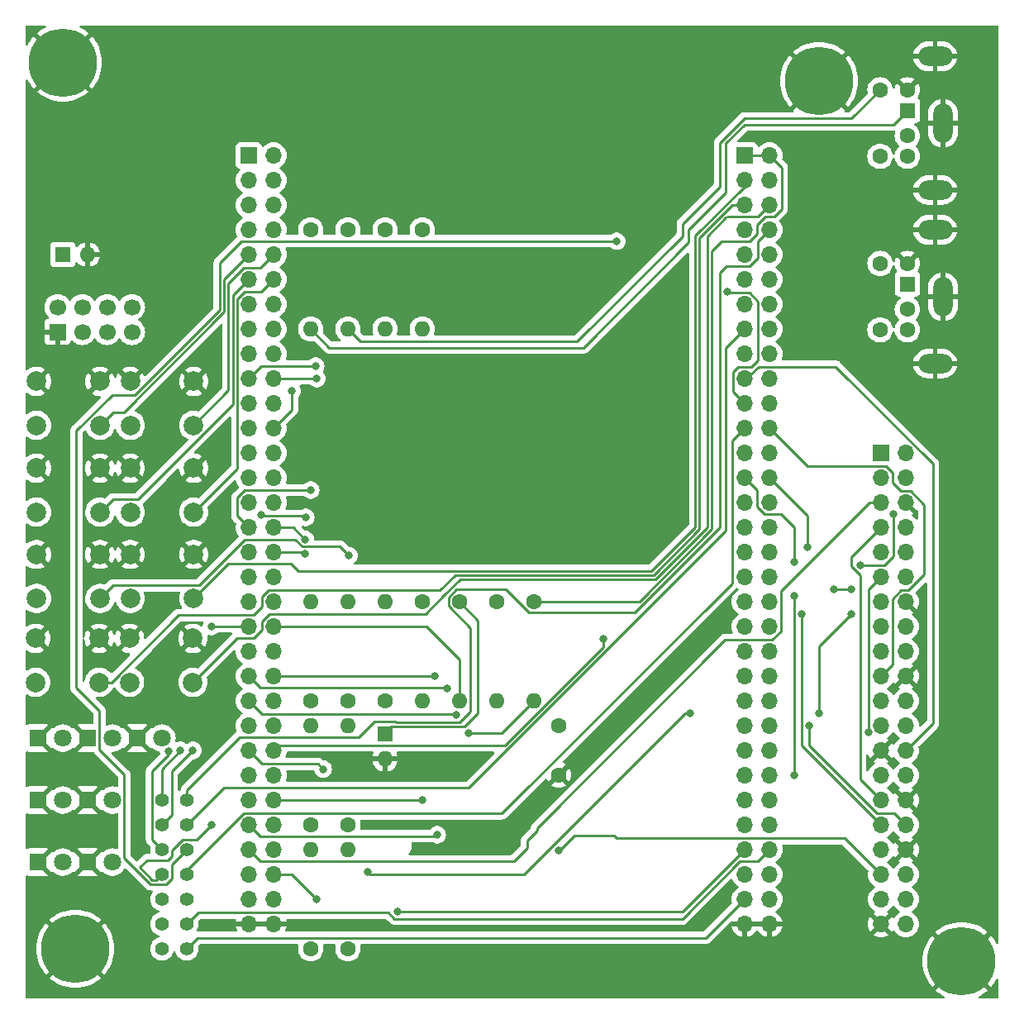
<source format=gbr>
%TF.GenerationSoftware,KiCad,Pcbnew,7.0.1*%
%TF.CreationDate,2023-10-15T10:25:07+02:00*%
%TF.ProjectId,oberon_station,6f626572-6f6e-45f7-9374-6174696f6e2e,rev?*%
%TF.SameCoordinates,Original*%
%TF.FileFunction,Copper,L4,Bot*%
%TF.FilePolarity,Positive*%
%FSLAX46Y46*%
G04 Gerber Fmt 4.6, Leading zero omitted, Abs format (unit mm)*
G04 Created by KiCad (PCBNEW 7.0.1) date 2023-10-15 10:25:07*
%MOMM*%
%LPD*%
G01*
G04 APERTURE LIST*
%TA.AperFunction,ComponentPad*%
%ADD10C,1.600000*%
%TD*%
%TA.AperFunction,ComponentPad*%
%ADD11O,1.600000X1.600000*%
%TD*%
%TA.AperFunction,ComponentPad*%
%ADD12C,1.400000*%
%TD*%
%TA.AperFunction,ComponentPad*%
%ADD13C,2.000000*%
%TD*%
%TA.AperFunction,ComponentPad*%
%ADD14R,1.700000X1.700000*%
%TD*%
%TA.AperFunction,ComponentPad*%
%ADD15O,1.700000X1.700000*%
%TD*%
%TA.AperFunction,ComponentPad*%
%ADD16R,1.800000X1.800000*%
%TD*%
%TA.AperFunction,ComponentPad*%
%ADD17C,1.800000*%
%TD*%
%TA.AperFunction,ComponentPad*%
%ADD18C,7.000000*%
%TD*%
%TA.AperFunction,ComponentPad*%
%ADD19R,1.600000X1.600000*%
%TD*%
%TA.AperFunction,ComponentPad*%
%ADD20O,3.500000X2.000000*%
%TD*%
%TA.AperFunction,ComponentPad*%
%ADD21O,2.000000X4.000000*%
%TD*%
%TA.AperFunction,ComponentPad*%
%ADD22C,1.700000*%
%TD*%
%TA.AperFunction,ViaPad*%
%ADD23C,0.800000*%
%TD*%
%TA.AperFunction,Conductor*%
%ADD24C,0.250000*%
%TD*%
G04 APERTURE END LIST*
D10*
%TO.P,R10,1*%
%TO.N,Net-(JP6-A)*%
X129540000Y-144780000D03*
D11*
%TO.P,R10,2*%
%TO.N,Net-(D6-A)*%
X129540000Y-134620000D03*
%TD*%
D12*
%TO.P,JP2,1,A*%
%TO.N,Net-(JP2-A)*%
X114300000Y-132080000D03*
%TO.P,JP2,2,B*%
%TO.N,/LED2*%
X116840000Y-132080000D03*
%TD*%
D13*
%TO.P,SW6,1,1*%
%TO.N,GND*%
X111050000Y-104375000D03*
X117550000Y-104375000D03*
%TO.P,SW6,2,2*%
%TO.N,/PB6*%
X111050000Y-108875000D03*
X117550000Y-108875000D03*
%TD*%
D10*
%TO.P,R12,1*%
%TO.N,+5V*%
X140970000Y-71120000D03*
D11*
%TO.P,R12,2*%
%TO.N,/CLOCK2*%
X140970000Y-81280000D03*
%TD*%
D14*
%TO.P,J1,1,3V3*%
%TO.N,unconnected-(J1-3V3-Pad1)*%
X187960000Y-93980000D03*
D15*
%TO.P,J1,2,5V*%
%TO.N,unconnected-(J1-5V-Pad2)*%
X190500000Y-93980000D03*
%TO.P,J1,3,V_SYNCH*%
%TO.N,/V_SYNC*%
X187960000Y-96520000D03*
%TO.P,J1,4,5V*%
%TO.N,unconnected-(J1-5V-Pad4)*%
X190500000Y-96520000D03*
%TO.P,J1,5,H_SYNC*%
%TO.N,/H_SYNC*%
X187960000Y-99060000D03*
%TO.P,J1,6,GND*%
%TO.N,GND*%
X190500000Y-99060000D03*
%TO.P,J1,7,B2*%
%TO.N,/B3*%
X187960000Y-101600000D03*
%TO.P,J1,8,G6*%
%TO.N,/G6*%
X190500000Y-101600000D03*
%TO.P,J1,9,GND*%
%TO.N,GND*%
X187960000Y-104140000D03*
%TO.P,J1,10,G7*%
%TO.N,/G7*%
X190500000Y-104140000D03*
%TO.P,J1,11,R3*%
%TO.N,/R3*%
X187960000Y-106680000D03*
%TO.P,J1,12,R4*%
%TO.N,/R4*%
X190500000Y-106680000D03*
%TO.P,J1,13,NC*%
%TO.N,unconnected-(J1-NC-Pad13)*%
X187960000Y-109220000D03*
%TO.P,J1,14,GND*%
%TO.N,GND*%
X190500000Y-109220000D03*
%TO.P,J1,15,NC*%
%TO.N,unconnected-(J1-NC-Pad15)*%
X187960000Y-111760000D03*
%TO.P,J1,16,NC*%
%TO.N,unconnected-(J1-NC-Pad16)*%
X190500000Y-111760000D03*
%TO.P,J1,17,3V3*%
%TO.N,unconnected-(J1-3V3-Pad17)*%
X187960000Y-114300000D03*
%TO.P,J1,18,NC*%
%TO.N,unconnected-(J1-NC-Pad18)*%
X190500000Y-114300000D03*
%TO.P,J1,19,G2*%
%TO.N,/G2*%
X187960000Y-116840000D03*
%TO.P,J1,20,GND*%
%TO.N,GND*%
X190500000Y-116840000D03*
%TO.P,J1,21,B7*%
%TO.N,/B7*%
X187960000Y-119380000D03*
%TO.P,J1,22,NC*%
%TO.N,unconnected-(J1-NC-Pad22)*%
X190500000Y-119380000D03*
%TO.P,J1,23,G3*%
%TO.N,/G3*%
X187960000Y-121920000D03*
%TO.P,J1,24,B6*%
%TO.N,/B6*%
X190500000Y-121920000D03*
%TO.P,J1,25,GND*%
%TO.N,GND*%
X187960000Y-124460000D03*
%TO.P,J1,26,B5*%
%TO.N,/B5*%
X190500000Y-124460000D03*
%TO.P,J1,27,IDD*%
%TO.N,unconnected-(J1-IDD-Pad27)*%
X187960000Y-127000000D03*
%TO.P,J1,28,IDC*%
%TO.N,unconnected-(J1-IDC-Pad28)*%
X190500000Y-127000000D03*
%TO.P,J1,29,B3*%
%TO.N,/B3*%
X187960000Y-129540000D03*
%TO.P,J1,30,GND*%
%TO.N,GND*%
X190500000Y-129540000D03*
%TO.P,J1,31,B4*%
%TO.N,/B4*%
X187960000Y-132080000D03*
%TO.P,J1,32,G4*%
%TO.N,/G4*%
X190500000Y-132080000D03*
%TO.P,J1,33,G5*%
%TO.N,/G5*%
X187960000Y-134620000D03*
%TO.P,J1,34,GND*%
%TO.N,GND*%
X190500000Y-134620000D03*
%TO.P,J1,35,R5*%
%TO.N,/R5*%
X187960000Y-137160000D03*
%TO.P,J1,36,R2*%
%TO.N,/R3*%
X190500000Y-137160000D03*
%TO.P,J1,37,NC*%
%TO.N,unconnected-(J1-NC-Pad37)*%
X187960000Y-139700000D03*
%TO.P,J1,38,R6*%
%TO.N,/R6*%
X190500000Y-139700000D03*
%TO.P,J1,39,GND*%
%TO.N,GND*%
X187960000Y-142240000D03*
%TO.P,J1,40,R7*%
%TO.N,/R7*%
X190500000Y-142240000D03*
%TD*%
D12*
%TO.P,JP6,1,A*%
%TO.N,Net-(JP6-A)*%
X114300000Y-142240000D03*
%TO.P,JP6,2,B*%
%TO.N,/LED6*%
X116840000Y-142240000D03*
%TD*%
D16*
%TO.P,D5,1,K*%
%TO.N,GND*%
X106680000Y-129540000D03*
D17*
%TO.P,D5,2,A*%
%TO.N,Net-(D5-A)*%
X109220000Y-129540000D03*
%TD*%
D16*
%TO.P,D7,1,K*%
%TO.N,GND*%
X106680000Y-135890000D03*
D17*
%TO.P,D7,2,A*%
%TO.N,Net-(D7-A)*%
X109220000Y-135890000D03*
%TD*%
D13*
%TO.P,SW1,1,1*%
%TO.N,GND*%
X101450000Y-86650000D03*
X107950000Y-86650000D03*
%TO.P,SW1,2,2*%
%TO.N,/PB1*%
X101450000Y-91150000D03*
X107950000Y-91150000D03*
%TD*%
D18*
%TO.P,H2,1,1*%
%TO.N,GND*%
X181610000Y-55880000D03*
%TD*%
D19*
%TO.P,P2,1,1*%
%TO.N,/DATA2*%
X190660000Y-76670000D03*
D10*
%TO.P,P2,2,2*%
%TO.N,unconnected-(P2-Pad2)*%
X190660000Y-79270000D03*
%TO.P,P2,3,3*%
%TO.N,GND*%
X190660000Y-74570000D03*
%TO.P,P2,4,4*%
%TO.N,+5V*%
X190660000Y-81370000D03*
%TO.P,P2,5,5*%
%TO.N,/CLOCK2*%
X187860000Y-74570000D03*
%TO.P,P2,6*%
%TO.N,unconnected-(P2-Pad6)*%
X187860000Y-81370000D03*
D20*
%TO.P,P2,7,Shell*%
%TO.N,GND*%
X193510000Y-84820000D03*
D21*
X194310000Y-77970000D03*
D20*
X193510000Y-71120000D03*
%TD*%
D13*
%TO.P,SW8,1,1*%
%TO.N,GND*%
X110975000Y-112975000D03*
X117475000Y-112975000D03*
%TO.P,SW8,2,2*%
%TO.N,/PB8*%
X110975000Y-117475000D03*
X117475000Y-117475000D03*
%TD*%
D10*
%TO.P,R4,1*%
%TO.N,+3V0*%
X144780000Y-109220000D03*
D11*
%TO.P,R4,2*%
%TO.N,/SDIO_CMD*%
X144780000Y-119380000D03*
%TD*%
D16*
%TO.P,D1,1,K*%
%TO.N,GND*%
X101600000Y-123190000D03*
D17*
%TO.P,D1,2,A*%
%TO.N,Net-(D1-A)*%
X104140000Y-123190000D03*
%TD*%
D13*
%TO.P,SW2,1,1*%
%TO.N,GND*%
X111050000Y-86650000D03*
X117550000Y-86650000D03*
%TO.P,SW2,2,2*%
%TO.N,/PB2*%
X111050000Y-91150000D03*
X117550000Y-91150000D03*
%TD*%
D10*
%TO.P,R9,1*%
%TO.N,Net-(JP5-A)*%
X133350000Y-132080000D03*
D11*
%TO.P,R9,2*%
%TO.N,Net-(D5-A)*%
X133350000Y-121920000D03*
%TD*%
D14*
%TO.P,B1,1,5V*%
%TO.N,+5V*%
X123190000Y-63500000D03*
D15*
%TO.P,B1,2,5V*%
X125730000Y-63500000D03*
%TO.P,B1,3,PF4*%
%TO.N,unconnected-(B1-PF4-Pad3)*%
X123190000Y-66040000D03*
%TO.P,B1,4,PF5*%
%TO.N,unconnected-(B1-PF5-Pad4)*%
X125730000Y-66040000D03*
%TO.P,B1,5,PF2*%
%TO.N,unconnected-(B1-PF2-Pad5)*%
X123190000Y-68580000D03*
%TO.P,B1,6,PF3*%
%TO.N,unconnected-(B1-PF3-Pad6)*%
X125730000Y-68580000D03*
%TO.P,B1,7,PF0*%
%TO.N,unconnected-(B1-PF0-Pad7)*%
X123190000Y-71120000D03*
%TO.P,B1,8,PF1*%
%TO.N,unconnected-(B1-PF1-Pad8)*%
X125730000Y-71120000D03*
%TO.P,B1,9,PC14*%
%TO.N,/PB1*%
X123190000Y-73660000D03*
%TO.P,B1,10,PC15*%
%TO.N,/PB2*%
X125730000Y-73660000D03*
%TO.P,B1,11,PE6*%
%TO.N,/PB3*%
X123190000Y-76200000D03*
%TO.P,B1,12,PC13*%
%TO.N,/PB4*%
X125730000Y-76200000D03*
%TO.P,B1,13,PE4*%
%TO.N,/CLOCK2*%
X123190000Y-78740000D03*
%TO.P,B1,14,PE5*%
%TO.N,/DATA2*%
X125730000Y-78740000D03*
%TO.P,B1,15,PE2*%
%TO.N,/CLOCK1*%
X123190000Y-81280000D03*
%TO.P,B1,16,PE3*%
%TO.N,/DATA1*%
X125730000Y-81280000D03*
%TO.P,B1,17,PE0*%
%TO.N,unconnected-(B1-PE0-Pad17)*%
X123190000Y-83820000D03*
%TO.P,B1,18,PE1*%
%TO.N,unconnected-(B1-PE1-Pad18)*%
X125730000Y-83820000D03*
%TO.P,B1,19,PB8*%
%TO.N,/B6*%
X123190000Y-86360000D03*
%TO.P,B1,20,PB9*%
%TO.N,/B7*%
X125730000Y-86360000D03*
%TO.P,B1,21,BOOT0*%
%TO.N,unconnected-(B1-BOOT0-Pad21)*%
X123190000Y-88900000D03*
%TO.P,B1,22,VDD*%
%TO.N,unconnected-(B1-VDD-Pad22)*%
X125730000Y-88900000D03*
%TO.P,B1,23,PB6*%
%TO.N,unconnected-(B1-PB6-Pad23)*%
X123190000Y-91440000D03*
%TO.P,B1,24,PB7*%
%TO.N,/CS*%
X125730000Y-91440000D03*
%TO.P,B1,25,PB4*%
%TO.N,/MISO*%
X123190000Y-93980000D03*
%TO.P,B1,26,PB5*%
%TO.N,unconnected-(B1-PB5-Pad26)*%
X125730000Y-93980000D03*
%TO.P,B1,27,PG15*%
%TO.N,unconnected-(B1-PG15-Pad27)*%
X123190000Y-96520000D03*
%TO.P,B1,28,PB3*%
%TO.N,/SCK*%
X125730000Y-96520000D03*
%TO.P,B1,29,PG13*%
%TO.N,unconnected-(B1-PG13-Pad29)*%
X123190000Y-99060000D03*
%TO.P,B1,30,PG14*%
%TO.N,unconnected-(B1-PG14-Pad30)*%
X125730000Y-99060000D03*
%TO.P,B1,31,PG11*%
%TO.N,/B3*%
X123190000Y-101600000D03*
%TO.P,B1,32,PG12*%
%TO.N,/B4*%
X125730000Y-101600000D03*
%TO.P,B1,33,PG9*%
%TO.N,/CE*%
X123190000Y-104140000D03*
%TO.P,B1,34,PG10*%
%TO.N,/G3*%
X125730000Y-104140000D03*
%TO.P,B1,35,PD7*%
%TO.N,/IRQ*%
X123190000Y-106680000D03*
%TO.P,B1,36,PD6*%
%TO.N,/MOSI*%
X125730000Y-106680000D03*
%TO.P,B1,37,PD5*%
%TO.N,/CARD_DETECT*%
X123190000Y-109220000D03*
%TO.P,B1,38,PD4*%
%TO.N,/WRITE_PROTECT*%
X125730000Y-109220000D03*
%TO.P,B1,39,PD3*%
%TO.N,/G7*%
X123190000Y-111760000D03*
%TO.P,B1,40,PD2*%
%TO.N,/SDIO_CMD*%
X125730000Y-111760000D03*
%TO.P,B1,41,PD1*%
%TO.N,unconnected-(B1-PD1-Pad41)*%
X123190000Y-114300000D03*
%TO.P,B1,42,PD0*%
%TO.N,unconnected-(B1-PD0-Pad42)*%
X125730000Y-114300000D03*
%TO.P,B1,43,PC12*%
%TO.N,/SDIO_CK*%
X123190000Y-116840000D03*
%TO.P,B1,44,PC11*%
%TO.N,/SDIO_D3*%
X125730000Y-116840000D03*
%TO.P,B1,45,PC10*%
%TO.N,/SDIO_D2*%
X123190000Y-119380000D03*
%TO.P,B1,46,PA15*%
%TO.N,unconnected-(B1-PA15-Pad46)*%
X125730000Y-119380000D03*
%TO.P,B1,47,PA14*%
%TO.N,unconnected-(B1-PA14-Pad47)*%
X123190000Y-121920000D03*
%TO.P,B1,48,PA13*%
%TO.N,unconnected-(B1-PA13-Pad48)*%
X125730000Y-121920000D03*
%TO.P,B1,49,PA12*%
%TO.N,/R5*%
X123190000Y-124460000D03*
%TO.P,B1,50,PA11*%
%TO.N,/R4*%
X125730000Y-124460000D03*
%TO.P,B1,51,PA10*%
%TO.N,unconnected-(B1-PA10-Pad51)*%
X123190000Y-127000000D03*
%TO.P,B1,52,PA9*%
%TO.N,unconnected-(B1-PA9-Pad52)*%
X125730000Y-127000000D03*
%TO.P,B1,53,PA8*%
%TO.N,unconnected-(B1-PA8-Pad53)*%
X123190000Y-129540000D03*
%TO.P,B1,54,PC9*%
%TO.N,/SDIO_D1*%
X125730000Y-129540000D03*
%TO.P,B1,55,PC8*%
%TO.N,/SDIO_D0*%
X123190000Y-132080000D03*
%TO.P,B1,56,PC7*%
%TO.N,/G6*%
X125730000Y-132080000D03*
%TO.P,B1,57,PC6*%
%TO.N,/H_SYNC*%
X123190000Y-134620000D03*
%TO.P,B1,58,PG8*%
%TO.N,unconnected-(B1-PG8-Pad58)*%
X125730000Y-134620000D03*
%TO.P,B1,59,PG7*%
%TO.N,unconnected-(B1-PG7-Pad59)*%
X123190000Y-137160000D03*
%TO.P,B1,60,PG6*%
%TO.N,/R7*%
X125730000Y-137160000D03*
%TO.P,B1,61,PG5*%
%TO.N,unconnected-(B1-PG5-Pad61)*%
X123190000Y-139700000D03*
%TO.P,B1,62,PG4*%
%TO.N,unconnected-(B1-PG4-Pad62)*%
X125730000Y-139700000D03*
%TO.P,B1,63,GND*%
%TO.N,GND*%
X123190000Y-142240000D03*
%TO.P,B1,64,GND*%
X125730000Y-142240000D03*
D14*
%TO.P,B1,101,3V*%
%TO.N,+3V0*%
X173990000Y-63500000D03*
D15*
%TO.P,B1,102,3V*%
X176530000Y-63500000D03*
%TO.P,B1,103,PF6*%
%TO.N,/PB6*%
X173990000Y-66040000D03*
%TO.P,B1,104,NC*%
%TO.N,unconnected-(B1-NC-Pad104)*%
X176530000Y-66040000D03*
%TO.P,B1,105,PF8*%
%TO.N,/PB7*%
X173990000Y-68580000D03*
%TO.P,B1,106,PF7*%
%TO.N,/PB8*%
X176530000Y-68580000D03*
%TO.P,B1,107,PF10*%
%TO.N,unconnected-(B1-PF10-Pad107)*%
X173990000Y-71120000D03*
%TO.P,B1,108,PF9*%
%TO.N,/LED1*%
X176530000Y-71120000D03*
%TO.P,B1,109,PH1*%
%TO.N,unconnected-(B1-PH1-Pad109)*%
X173990000Y-73660000D03*
%TO.P,B1,110,PH0*%
%TO.N,unconnected-(B1-PH0-Pad110)*%
X176530000Y-73660000D03*
%TO.P,B1,111,GND*%
%TO.N,unconnected-(B1-GND-Pad111)*%
X173990000Y-76200000D03*
%TO.P,B1,112,NRST*%
%TO.N,unconnected-(B1-NRST-Pad112)*%
X176530000Y-76200000D03*
%TO.P,B1,113,PC1*%
%TO.N,unconnected-(B1-PC1-Pad113)*%
X173990000Y-78740000D03*
%TO.P,B1,114,PC0*%
%TO.N,unconnected-(B1-PC0-Pad114)*%
X176530000Y-78740000D03*
%TO.P,B1,115,PC3*%
%TO.N,/LED2*%
X173990000Y-81280000D03*
%TO.P,B1,116,PC2*%
%TO.N,unconnected-(B1-PC2-Pad116)*%
X176530000Y-81280000D03*
%TO.P,B1,117,PA1*%
%TO.N,unconnected-(B1-PA1-Pad117)*%
X173990000Y-83820000D03*
%TO.P,B1,118,PA0*%
%TO.N,unconnected-(B1-PA0-Pad118)*%
X176530000Y-83820000D03*
%TO.P,B1,119,PA3*%
%TO.N,/B5*%
X173990000Y-86360000D03*
%TO.P,B1,120,PA2*%
%TO.N,unconnected-(B1-PA2-Pad120)*%
X176530000Y-86360000D03*
%TO.P,B1,121,PA5*%
%TO.N,/LED3*%
X173990000Y-88900000D03*
%TO.P,B1,122,PA4*%
%TO.N,/V_SYNC*%
X176530000Y-88900000D03*
%TO.P,B1,123,PA7*%
%TO.N,/LED4*%
X173990000Y-91440000D03*
%TO.P,B1,124,PA6*%
%TO.N,/G2*%
X176530000Y-91440000D03*
%TO.P,B1,125,PC5*%
%TO.N,unconnected-(B1-PC5-Pad125)*%
X173990000Y-93980000D03*
%TO.P,B1,126,PC4*%
%TO.N,unconnected-(B1-PC4-Pad126)*%
X176530000Y-93980000D03*
%TO.P,B1,127,PB1*%
%TO.N,/R6*%
X173990000Y-96520000D03*
%TO.P,B1,128,PB0*%
%TO.N,/R3*%
X176530000Y-96520000D03*
%TO.P,B1,129,GND*%
%TO.N,GND*%
X173990000Y-99060000D03*
%TO.P,B1,130,PB2*%
%TO.N,unconnected-(B1-PB2-Pad130)*%
X176530000Y-99060000D03*
%TO.P,B1,131,PF12*%
%TO.N,unconnected-(B1-PF12-Pad131)*%
X173990000Y-101600000D03*
%TO.P,B1,132,PF11*%
%TO.N,unconnected-(B1-PF11-Pad132)*%
X176530000Y-101600000D03*
%TO.P,B1,133,PF14*%
%TO.N,unconnected-(B1-PF14-Pad133)*%
X173990000Y-104140000D03*
%TO.P,B1,134,PF13*%
%TO.N,unconnected-(B1-PF13-Pad134)*%
X176530000Y-104140000D03*
%TO.P,B1,135,PG0*%
%TO.N,unconnected-(B1-PG0-Pad135)*%
X173990000Y-106680000D03*
%TO.P,B1,136,PF15*%
%TO.N,unconnected-(B1-PF15-Pad136)*%
X176530000Y-106680000D03*
%TO.P,B1,137,PE7*%
%TO.N,unconnected-(B1-PE7-Pad137)*%
X173990000Y-109220000D03*
%TO.P,B1,138,PG1*%
%TO.N,unconnected-(B1-PG1-Pad138)*%
X176530000Y-109220000D03*
%TO.P,B1,139,PE9*%
%TO.N,unconnected-(B1-PE9-Pad139)*%
X173990000Y-111760000D03*
%TO.P,B1,140,PE8*%
%TO.N,unconnected-(B1-PE8-Pad140)*%
X176530000Y-111760000D03*
%TO.P,B1,141,PE11*%
%TO.N,unconnected-(B1-PE11-Pad141)*%
X173990000Y-114300000D03*
%TO.P,B1,142,PE10*%
%TO.N,unconnected-(B1-PE10-Pad142)*%
X176530000Y-114300000D03*
%TO.P,B1,143,PE13*%
%TO.N,unconnected-(B1-PE13-Pad143)*%
X173990000Y-116840000D03*
%TO.P,B1,144,PE12*%
%TO.N,unconnected-(B1-PE12-Pad144)*%
X176530000Y-116840000D03*
%TO.P,B1,145,PE15*%
%TO.N,unconnected-(B1-PE15-Pad145)*%
X173990000Y-119380000D03*
%TO.P,B1,146,PE14*%
%TO.N,unconnected-(B1-PE14-Pad146)*%
X176530000Y-119380000D03*
%TO.P,B1,147,PB11*%
%TO.N,/G5*%
X173990000Y-121920000D03*
%TO.P,B1,148,PB10*%
%TO.N,/G4*%
X176530000Y-121920000D03*
%TO.P,B1,149,PB13*%
%TO.N,unconnected-(B1-PB13-Pad149)*%
X173990000Y-124460000D03*
%TO.P,B1,150,PB12*%
%TO.N,unconnected-(B1-PB12-Pad150)*%
X176530000Y-124460000D03*
%TO.P,B1,151,PB15*%
%TO.N,unconnected-(B1-PB15-Pad151)*%
X173990000Y-127000000D03*
%TO.P,B1,152,PB14*%
%TO.N,unconnected-(B1-PB14-Pad152)*%
X176530000Y-127000000D03*
%TO.P,B1,153,PD9*%
%TO.N,unconnected-(B1-PD9-Pad153)*%
X173990000Y-129540000D03*
%TO.P,B1,154,PD8*%
%TO.N,unconnected-(B1-PD8-Pad154)*%
X176530000Y-129540000D03*
%TO.P,B1,155,PD11*%
%TO.N,unconnected-(B1-PD11-Pad155)*%
X173990000Y-132080000D03*
%TO.P,B1,156,PD10*%
%TO.N,unconnected-(B1-PD10-Pad156)*%
X176530000Y-132080000D03*
%TO.P,B1,157,PD13*%
%TO.N,/LED5*%
X173990000Y-134620000D03*
%TO.P,B1,158,PD12*%
%TO.N,/LED6*%
X176530000Y-134620000D03*
%TO.P,B1,159,PD15*%
%TO.N,unconnected-(B1-PD15-Pad159)*%
X173990000Y-137160000D03*
%TO.P,B1,160,PD14*%
%TO.N,unconnected-(B1-PD14-Pad160)*%
X176530000Y-137160000D03*
%TO.P,B1,161,PG3*%
%TO.N,/LED7*%
X173990000Y-139700000D03*
%TO.P,B1,162,PG2*%
%TO.N,/PB5*%
X176530000Y-139700000D03*
%TO.P,B1,163,GND*%
%TO.N,GND*%
X173990000Y-142240000D03*
%TO.P,B1,164,GND*%
X176530000Y-142240000D03*
%TD*%
D12*
%TO.P,JP3,1,A*%
%TO.N,Net-(JP3-A)*%
X114300000Y-134620000D03*
%TO.P,JP3,2,B*%
%TO.N,/LED3*%
X116840000Y-134620000D03*
%TD*%
D19*
%TO.P,P1,1,1*%
%TO.N,/DATA1*%
X190660000Y-58890000D03*
D10*
%TO.P,P1,2,2*%
%TO.N,unconnected-(P1-Pad2)*%
X190660000Y-61490000D03*
%TO.P,P1,3,3*%
%TO.N,GND*%
X190660000Y-56790000D03*
%TO.P,P1,4,4*%
%TO.N,+5V*%
X190660000Y-63590000D03*
%TO.P,P1,5,5*%
%TO.N,/CLOCK1*%
X187860000Y-56790000D03*
%TO.P,P1,6*%
%TO.N,unconnected-(P1-Pad6)*%
X187860000Y-63590000D03*
D20*
%TO.P,P1,7,Shell*%
%TO.N,GND*%
X193510000Y-67040000D03*
D21*
X194310000Y-60190000D03*
D20*
X193510000Y-53340000D03*
%TD*%
D13*
%TO.P,SW4,1,1*%
%TO.N,GND*%
X111050000Y-95540000D03*
X117550000Y-95540000D03*
%TO.P,SW4,2,2*%
%TO.N,/PB4*%
X111050000Y-100040000D03*
X117550000Y-100040000D03*
%TD*%
D10*
%TO.P,R2,1*%
%TO.N,+3V0*%
X152400000Y-109220000D03*
D11*
%TO.P,R2,2*%
%TO.N,/SDIO_D2*%
X152400000Y-119380000D03*
%TD*%
D10*
%TO.P,R11,1*%
%TO.N,Net-(JP7-A)*%
X133350000Y-144780000D03*
D11*
%TO.P,R11,2*%
%TO.N,Net-(D7-A)*%
X133350000Y-134620000D03*
%TD*%
D18*
%TO.P,H1,1,1*%
%TO.N,GND*%
X104140000Y-53975000D03*
%TD*%
D16*
%TO.P,D4,1,K*%
%TO.N,GND*%
X101600000Y-129540000D03*
D17*
%TO.P,D4,2,A*%
%TO.N,Net-(D4-A)*%
X104140000Y-129540000D03*
%TD*%
D19*
%TO.P,C3,1*%
%TO.N,+3V0*%
X137150000Y-122797500D03*
D11*
%TO.P,C3,2*%
%TO.N,GND*%
X137150000Y-125337500D03*
%TD*%
D18*
%TO.P,H3,1,1*%
%TO.N,GND*%
X105410000Y-144780000D03*
%TD*%
D10*
%TO.P,C1,1*%
%TO.N,+3V0*%
X154940000Y-121960000D03*
%TO.P,C1,2*%
%TO.N,GND*%
X154940000Y-126960000D03*
%TD*%
%TO.P,R8,1*%
%TO.N,Net-(JP4-A)*%
X129540000Y-132080000D03*
D11*
%TO.P,R8,2*%
%TO.N,Net-(D4-A)*%
X129540000Y-121920000D03*
%TD*%
D16*
%TO.P,D3,1,K*%
%TO.N,GND*%
X111760000Y-123190000D03*
D17*
%TO.P,D3,2,A*%
%TO.N,Net-(D3-A)*%
X114300000Y-123190000D03*
%TD*%
D12*
%TO.P,JP5,1,A*%
%TO.N,Net-(JP5-A)*%
X114300000Y-139700000D03*
%TO.P,JP5,2,B*%
%TO.N,/LED5*%
X116840000Y-139700000D03*
%TD*%
D10*
%TO.P,R3,1*%
%TO.N,+3V0*%
X148590000Y-109220000D03*
D11*
%TO.P,R3,2*%
%TO.N,/SDIO_D3*%
X148590000Y-119380000D03*
%TD*%
D10*
%TO.P,R6,1*%
%TO.N,Net-(JP2-A)*%
X133350000Y-119380000D03*
D11*
%TO.P,R6,2*%
%TO.N,Net-(D2-A)*%
X133350000Y-109220000D03*
%TD*%
D19*
%TO.P,C2,1*%
%TO.N,+3V0*%
X104140000Y-73660000D03*
D11*
%TO.P,C2,2*%
%TO.N,GND*%
X106680000Y-73660000D03*
%TD*%
D18*
%TO.P,H4,1,1*%
%TO.N,GND*%
X196215000Y-146050000D03*
%TD*%
D12*
%TO.P,JP1,1,A*%
%TO.N,Net-(JP1-A)*%
X114300000Y-129540000D03*
%TO.P,JP1,2,B*%
%TO.N,/LED1*%
X116840000Y-129540000D03*
%TD*%
D10*
%TO.P,R15,1*%
%TO.N,+5V*%
X129540000Y-71120000D03*
D11*
%TO.P,R15,2*%
%TO.N,/DATA1*%
X129540000Y-81280000D03*
%TD*%
D12*
%TO.P,JP7,1,A*%
%TO.N,Net-(JP7-A)*%
X114300000Y-144780000D03*
%TO.P,JP7,2,B*%
%TO.N,/LED7*%
X116840000Y-144780000D03*
%TD*%
D13*
%TO.P,SW7,1,1*%
%TO.N,GND*%
X101375000Y-112975000D03*
X107875000Y-112975000D03*
%TO.P,SW7,2,2*%
%TO.N,/PB7*%
X101375000Y-117475000D03*
X107875000Y-117475000D03*
%TD*%
D10*
%TO.P,R13,1*%
%TO.N,+5V*%
X137160000Y-71120000D03*
D11*
%TO.P,R13,2*%
%TO.N,/DATA2*%
X137160000Y-81280000D03*
%TD*%
D10*
%TO.P,R1,1*%
%TO.N,+3V0*%
X140970000Y-109220000D03*
D11*
%TO.P,R1,2*%
%TO.N,/SDIO_D0*%
X140970000Y-119380000D03*
%TD*%
D14*
%TO.P,U1,1,GND*%
%TO.N,GND*%
X103595000Y-81580000D03*
D22*
%TO.P,U1,2,VCC*%
%TO.N,+3V0*%
X103595000Y-79040000D03*
%TO.P,U1,3,CE*%
%TO.N,/CE*%
X106135000Y-81580000D03*
%TO.P,U1,4,~{CSN}*%
%TO.N,/CS*%
X106135000Y-79040000D03*
%TO.P,U1,5,SCK*%
%TO.N,/SCK*%
X108675000Y-81580000D03*
%TO.P,U1,6,MOSI*%
%TO.N,/MOSI*%
X108675000Y-79040000D03*
%TO.P,U1,7,MISO*%
%TO.N,/MISO*%
X111215000Y-81580000D03*
%TO.P,U1,8,IRQ*%
%TO.N,/IRQ*%
X111215000Y-79040000D03*
%TD*%
D16*
%TO.P,D2,1,K*%
%TO.N,GND*%
X106680000Y-123190000D03*
D17*
%TO.P,D2,2,A*%
%TO.N,Net-(D2-A)*%
X109220000Y-123190000D03*
%TD*%
D12*
%TO.P,JP4,1,A*%
%TO.N,Net-(JP4-A)*%
X114300000Y-137160000D03*
%TO.P,JP4,2,B*%
%TO.N,/LED4*%
X116840000Y-137160000D03*
%TD*%
D13*
%TO.P,SW3,1,1*%
%TO.N,GND*%
X101450000Y-95540000D03*
X107950000Y-95540000D03*
%TO.P,SW3,2,2*%
%TO.N,/PB3*%
X101450000Y-100040000D03*
X107950000Y-100040000D03*
%TD*%
D10*
%TO.P,R7,1*%
%TO.N,Net-(JP3-A)*%
X137160000Y-119380000D03*
D11*
%TO.P,R7,2*%
%TO.N,Net-(D3-A)*%
X137160000Y-109220000D03*
%TD*%
D13*
%TO.P,SW5,1,1*%
%TO.N,GND*%
X101450000Y-104375000D03*
X107950000Y-104375000D03*
%TO.P,SW5,2,2*%
%TO.N,/PB5*%
X101450000Y-108875000D03*
X107950000Y-108875000D03*
%TD*%
D10*
%TO.P,R14,1*%
%TO.N,+5V*%
X133350000Y-71120000D03*
D11*
%TO.P,R14,2*%
%TO.N,/CLOCK1*%
X133350000Y-81280000D03*
%TD*%
D16*
%TO.P,D6,1,K*%
%TO.N,GND*%
X101600000Y-135890000D03*
D17*
%TO.P,D6,2,A*%
%TO.N,Net-(D6-A)*%
X104140000Y-135890000D03*
%TD*%
D10*
%TO.P,R5,1*%
%TO.N,Net-(JP1-A)*%
X129540000Y-119380000D03*
D11*
%TO.P,R5,2*%
%TO.N,Net-(D1-A)*%
X129540000Y-109220000D03*
%TD*%
D23*
%TO.N,/B6*%
X130048000Y-85090000D03*
%TO.N,/B7*%
X185845117Y-105492884D03*
X189230000Y-100225344D03*
X130175000Y-86360000D03*
%TO.N,/CS*%
X127635000Y-87630000D03*
%TO.N,/B3*%
X129540000Y-97790000D03*
%TO.N,/B4*%
X179794500Y-110490000D03*
X128956999Y-102833974D03*
%TO.N,/G3*%
X128928243Y-104282974D03*
%TO.N,/G7*%
X124460000Y-100330000D03*
X119380000Y-111760000D03*
X129032000Y-100584000D03*
%TO.N,/SDIO_CK*%
X143510000Y-118110000D03*
%TO.N,/SDIO_D3*%
X142240000Y-116840000D03*
%TO.N,/SDIO_D2*%
X145670147Y-122649156D03*
X144442171Y-120839401D03*
%TO.N,/R5*%
X130810000Y-126365000D03*
X154924219Y-134680822D03*
%TO.N,/R4*%
X159512000Y-113030000D03*
X184912000Y-107950000D03*
X183134000Y-107950000D03*
%TO.N,/SDIO_D1*%
X140970000Y-129540000D03*
%TO.N,/SDIO_D0*%
X142494000Y-133096000D03*
%TO.N,/G6*%
X184912000Y-110490000D03*
X181610000Y-120650000D03*
X168402000Y-120650000D03*
X135382000Y-136906000D03*
%TO.N,/R7*%
X130175000Y-139700000D03*
%TO.N,/LED3*%
X160883600Y-72288400D03*
X172174500Y-77470000D03*
%TO.N,/R6*%
X179070000Y-108585000D03*
X179070000Y-127000000D03*
X179070000Y-105156000D03*
%TO.N,/R3*%
X186652000Y-122555000D03*
X180390800Y-103632000D03*
%TO.N,/G4*%
X180594000Y-121920000D03*
%TO.N,/LED5*%
X138430000Y-140970000D03*
%TO.N,/PB5*%
X133450736Y-104493502D03*
%TO.N,Net-(JP1-A)*%
X116205000Y-124460000D03*
%TO.N,Net-(JP2-A)*%
X117475000Y-124460000D03*
%TO.N,Net-(JP3-A)*%
X114970598Y-124531196D03*
%TO.N,Net-(JP4-A)*%
X119380000Y-132080000D03*
%TD*%
D24*
%TO.N,/PB1*%
X120666497Y-79543026D02*
X120666497Y-76183503D01*
X120666497Y-76183503D02*
X123190000Y-73660000D01*
X107950000Y-91150000D02*
X109275000Y-89825000D01*
X109275000Y-89825000D02*
X110384523Y-89825000D01*
X110384523Y-89825000D02*
X120666497Y-79543026D01*
%TO.N,/PB2*%
X121115998Y-76612301D02*
X122703299Y-75025000D01*
X121115998Y-87584002D02*
X121115998Y-76612301D01*
X124365000Y-75025000D02*
X125730000Y-73660000D01*
X122703299Y-75025000D02*
X124365000Y-75025000D01*
X117550000Y-91150000D02*
X121115998Y-87584002D01*
%TO.N,/PB3*%
X107950000Y-100040000D02*
X109275000Y-98715000D01*
X111858833Y-98715000D02*
X121565499Y-89008334D01*
X109275000Y-98715000D02*
X111858833Y-98715000D01*
X121565499Y-89008334D02*
X121565499Y-77824501D01*
X121565499Y-77824501D02*
X123190000Y-76200000D01*
%TO.N,/PB4*%
X117550000Y-100040000D02*
X122015000Y-95575000D01*
X122015000Y-95575000D02*
X122015000Y-78253299D01*
X122015000Y-78253299D02*
X122798299Y-77470000D01*
X124460000Y-77470000D02*
X125730000Y-76200000D01*
X122798299Y-77470000D02*
X124460000Y-77470000D01*
%TO.N,/CLOCK1*%
X171450000Y-66675000D02*
X171450000Y-62230000D01*
X167640000Y-70485000D02*
X171450000Y-66675000D01*
X133350000Y-81280000D02*
X134620000Y-82550000D01*
X156845000Y-82550000D02*
X167640000Y-71755000D01*
X173990000Y-59690000D02*
X175245000Y-59690000D01*
X171450000Y-62230000D02*
X173990000Y-59690000D01*
X134620000Y-82550000D02*
X156845000Y-82550000D01*
X175260000Y-59705000D02*
X184945000Y-59705000D01*
X175245000Y-59690000D02*
X175260000Y-59705000D01*
X167640000Y-71755000D02*
X167640000Y-70485000D01*
X187860000Y-56790000D02*
X184945000Y-59705000D01*
%TO.N,/DATA1*%
X189225000Y-60325000D02*
X173990690Y-60325000D01*
X168275000Y-71120000D02*
X168275000Y-72390000D01*
X190660000Y-58890000D02*
X189225000Y-60325000D01*
X168275000Y-72390000D02*
X157480000Y-83185000D01*
X172085000Y-62230690D02*
X172085000Y-67310000D01*
X157480000Y-83185000D02*
X131445000Y-83185000D01*
X172085000Y-67310000D02*
X168275000Y-71120000D01*
X131445000Y-83185000D02*
X129540000Y-81280000D01*
X173990690Y-60325000D02*
X172085000Y-62230690D01*
%TO.N,/B6*%
X130048000Y-85090000D02*
X124460000Y-85090000D01*
X124460000Y-85090000D02*
X123190000Y-86360000D01*
%TO.N,/B7*%
X188268817Y-105492884D02*
X185845117Y-105492884D01*
X189230000Y-104531701D02*
X188268817Y-105492884D01*
X189230000Y-100330000D02*
X189230000Y-104531701D01*
X130175000Y-86360000D02*
X125730000Y-86360000D01*
%TO.N,/CS*%
X125730000Y-91440000D02*
X127635000Y-89535000D01*
X127635000Y-89535000D02*
X127635000Y-87630000D01*
%TO.N,/B3*%
X122798299Y-97790000D02*
X122015000Y-98573299D01*
X129540000Y-97790000D02*
X122798299Y-97790000D01*
X187960000Y-129540000D02*
X185826400Y-127406400D01*
X184912000Y-104648000D02*
X187960000Y-101600000D01*
X122015000Y-100425000D02*
X123190000Y-101600000D01*
X122015000Y-98573299D02*
X122015000Y-100425000D01*
X184912000Y-105613200D02*
X184912000Y-104648000D01*
X185826400Y-106527600D02*
X184912000Y-105613200D01*
X185826400Y-127406400D02*
X185826400Y-106527600D01*
%TO.N,/B4*%
X125730000Y-101600000D02*
X127723104Y-101600000D01*
X128956999Y-102833895D02*
X128956999Y-102833974D01*
X187960000Y-132080000D02*
X179794500Y-123914500D01*
X127723104Y-101600000D02*
X128956999Y-102833895D01*
X179794500Y-123914500D02*
X179794500Y-110490000D01*
%TO.N,/G3*%
X125730000Y-104140000D02*
X128785269Y-104140000D01*
X128785269Y-104140000D02*
X128928243Y-104282974D01*
%TO.N,/G7*%
X128873000Y-100425000D02*
X124555000Y-100425000D01*
X124555000Y-100425000D02*
X124460000Y-100330000D01*
X129032000Y-100584000D02*
X128873000Y-100425000D01*
X119380000Y-111760000D02*
X123190000Y-111760000D01*
%TO.N,/SDIO_CMD*%
X144780000Y-119380000D02*
X144780000Y-115155002D01*
X141384998Y-111760000D02*
X125730000Y-111760000D01*
X144780000Y-115155002D02*
X141384998Y-111760000D01*
%TO.N,/SDIO_CK*%
X124365000Y-118015000D02*
X143638201Y-118015000D01*
X123190000Y-116840000D02*
X124365000Y-118015000D01*
%TO.N,/SDIO_D3*%
X125730000Y-116840000D02*
X142240000Y-116840000D01*
%TO.N,/SDIO_D2*%
X152400000Y-119380000D02*
X149130844Y-122649156D01*
X144347770Y-120745000D02*
X144442171Y-120839401D01*
X123190000Y-119380000D02*
X124555000Y-120745000D01*
X124555000Y-120745000D02*
X144347770Y-120745000D01*
X149130844Y-122649156D02*
X145670147Y-122649156D01*
%TO.N,/R5*%
X184245000Y-133445000D02*
X160856701Y-133445000D01*
X187960000Y-137160000D02*
X184245000Y-133445000D01*
X130810000Y-126365000D02*
X130270000Y-125825000D01*
X160571701Y-133160000D02*
X156527690Y-133160000D01*
X160856701Y-133445000D02*
X160571701Y-133160000D01*
X155006868Y-134680822D02*
X154924219Y-134680822D01*
X124555000Y-125825000D02*
X123190000Y-124460000D01*
X130270000Y-125825000D02*
X124555000Y-125825000D01*
X156527690Y-133160000D02*
X155006868Y-134680822D01*
%TO.N,/R4*%
X184912000Y-107950000D02*
X183134000Y-107950000D01*
X149418991Y-123952000D02*
X126238000Y-123952000D01*
X159512000Y-113030000D02*
X159512000Y-113858991D01*
X159512000Y-113858991D02*
X149418991Y-123952000D01*
X126238000Y-123952000D02*
X125730000Y-124460000D01*
%TO.N,/SDIO_D1*%
X140970000Y-129540000D02*
X125730000Y-129540000D01*
%TO.N,/SDIO_D0*%
X142335000Y-133255000D02*
X142494000Y-133096000D01*
X123190000Y-132080000D02*
X124365000Y-133255000D01*
X124365000Y-133255000D02*
X142335000Y-133255000D01*
%TO.N,/G6*%
X168402000Y-120650000D02*
X167930443Y-120650000D01*
X167930443Y-120650000D02*
X151420443Y-137160000D01*
X135636000Y-137160000D02*
X135382000Y-136906000D01*
X184912000Y-110490000D02*
X181610000Y-113792000D01*
X181610000Y-113792000D02*
X181610000Y-120650000D01*
X151420443Y-137160000D02*
X135636000Y-137160000D01*
%TO.N,/H_SYNC*%
X171989310Y-113125000D02*
X152712499Y-132401811D01*
X187960000Y-99060000D02*
X186757919Y-99060000D01*
X186757919Y-99060000D02*
X177705000Y-108112919D01*
X152712499Y-132655811D02*
X151696499Y-133671811D01*
X151696499Y-133671811D02*
X151696499Y-134433811D01*
X124368604Y-135798604D02*
X123190000Y-134620000D01*
X152712499Y-132401811D02*
X152712499Y-132655811D01*
X150331706Y-135798604D02*
X124368604Y-135798604D01*
X151696499Y-134433811D02*
X150331706Y-135798604D01*
X177705000Y-112246701D02*
X176826701Y-113125000D01*
X177705000Y-108112919D02*
X177705000Y-112246701D01*
X176826701Y-113125000D02*
X171989310Y-113125000D01*
%TO.N,/R7*%
X127635000Y-137160000D02*
X125730000Y-137160000D01*
X130175000Y-139700000D02*
X127635000Y-137160000D01*
%TO.N,+3V0*%
X146685000Y-120650690D02*
X145321789Y-122013901D01*
X146685000Y-111125000D02*
X146685000Y-120650690D01*
X177800000Y-68971701D02*
X177800000Y-64770000D01*
X175260000Y-71511701D02*
X175260000Y-70633299D01*
X145321789Y-122013901D02*
X137788720Y-122013901D01*
X137788720Y-122013901D02*
X137160000Y-122642621D01*
X170629501Y-73305499D02*
X171640000Y-72295000D01*
X177016701Y-69755000D02*
X177800000Y-68971701D01*
X176138299Y-69755000D02*
X177016701Y-69755000D01*
X170629501Y-101787569D02*
X170629501Y-73305499D01*
X177800000Y-64770000D02*
X176530000Y-63500000D01*
X176530000Y-63500000D02*
X173990000Y-63500000D01*
X171640000Y-72295000D02*
X174476701Y-72295000D01*
X175260000Y-70633299D02*
X176138299Y-69755000D01*
X174476701Y-72295000D02*
X175260000Y-71511701D01*
X163197070Y-109220000D02*
X170629501Y-101787569D01*
X152400000Y-109220000D02*
X163197070Y-109220000D01*
X144780000Y-109220000D02*
X146685000Y-111125000D01*
%TO.N,/PB6*%
X168910000Y-101600000D02*
X168910000Y-71752208D01*
X168910000Y-71752208D02*
X173987208Y-66675000D01*
X127540000Y-105315000D02*
X128270000Y-106045000D01*
X128270000Y-106045000D02*
X164465000Y-106045000D01*
X173987208Y-66675000D02*
X173990000Y-66675000D01*
X164465000Y-106045000D02*
X168910000Y-101600000D01*
X121110000Y-105315000D02*
X127540000Y-105315000D01*
X173990000Y-66675000D02*
X173990000Y-66040000D01*
X117550000Y-108875000D02*
X121110000Y-105315000D01*
X173990000Y-66676380D02*
X173990000Y-66040000D01*
%TO.N,/PB7*%
X169359501Y-71939103D02*
X172718604Y-68580000D01*
X142780000Y-108045000D02*
X144330499Y-106494501D01*
X115991167Y-110585000D02*
X123676701Y-110585000D01*
X123676701Y-110585000D02*
X124555000Y-109706701D01*
X124555000Y-109706701D02*
X124555000Y-108733299D01*
X169359501Y-101786189D02*
X169359501Y-71939103D01*
X124555000Y-108733299D02*
X125243299Y-108045000D01*
X107875000Y-117475000D02*
X109101167Y-117475000D01*
X144330499Y-106494501D02*
X164651189Y-106494501D01*
X164651189Y-106494501D02*
X169359501Y-101786189D01*
X109101167Y-117475000D02*
X115991167Y-110585000D01*
X172718604Y-68580000D02*
X173990000Y-68580000D01*
X125243299Y-108045000D02*
X142780000Y-108045000D01*
%TO.N,/PB8*%
X123676701Y-112935000D02*
X124555000Y-112056701D01*
X117475000Y-117475000D02*
X122015000Y-112935000D01*
X144829317Y-106944002D02*
X164837378Y-106944002D01*
X124555000Y-112056701D02*
X124555000Y-111273299D01*
X122015000Y-112935000D02*
X123676701Y-112935000D01*
X125338299Y-110490000D02*
X141290991Y-110490000D01*
X170180000Y-71755000D02*
X172085000Y-69850000D01*
X172182760Y-69755000D02*
X175355000Y-69755000D01*
X143203503Y-108577488D02*
X143203503Y-108569816D01*
X124555000Y-111273299D02*
X125338299Y-110490000D01*
X143203503Y-108569816D02*
X144829317Y-106944002D01*
X141290991Y-110490000D02*
X143203503Y-108577488D01*
X175355000Y-69755000D02*
X176530000Y-68580000D01*
X170180000Y-101601380D02*
X170180000Y-71755000D01*
X164837378Y-106944002D02*
X170180000Y-101601380D01*
%TO.N,/LED1*%
X116840000Y-128550051D02*
X122295051Y-123095000D01*
X162707760Y-110345000D02*
X171423350Y-101629410D01*
X143653004Y-108756005D02*
X144459009Y-107950000D01*
X143653004Y-109683995D02*
X143653004Y-108756005D01*
X171423350Y-75538350D02*
X172126701Y-74835000D01*
X122295051Y-123095000D02*
X134457621Y-123095000D01*
X175310800Y-72339200D02*
X176530000Y-71120000D01*
X136035000Y-121517621D02*
X138238720Y-121517621D01*
X174476701Y-74835000D02*
X175310800Y-74000901D01*
X116840000Y-129540000D02*
X116840000Y-128550051D01*
X138238720Y-121517621D02*
X138285000Y-121563901D01*
X151934009Y-110345000D02*
X162707760Y-110345000D01*
X138285000Y-121563901D02*
X144780499Y-121563901D01*
X134457621Y-123095000D02*
X136035000Y-121517621D01*
X175310800Y-74000901D02*
X175310800Y-72339200D01*
X172126701Y-74835000D02*
X174476701Y-74835000D01*
X171423350Y-101629410D02*
X171423350Y-75538350D01*
X144459009Y-107950000D02*
X149539009Y-107950000D01*
X145905000Y-111935991D02*
X143653004Y-109683995D01*
X144780499Y-121563901D02*
X145905000Y-120439400D01*
X145905000Y-120439400D02*
X145905000Y-111935991D01*
X149539009Y-107950000D02*
X151934009Y-110345000D01*
%TO.N,/LED2*%
X120650000Y-128270000D02*
X145736681Y-128270000D01*
X145736681Y-128270000D02*
X172085000Y-101921681D01*
X172085000Y-83185000D02*
X173990000Y-81280000D01*
X116840000Y-132080000D02*
X120650000Y-128270000D01*
X172085000Y-101921681D02*
X172085000Y-83185000D01*
%TO.N,/B5*%
X193294000Y-121666000D02*
X190500000Y-124460000D01*
X173990000Y-86360000D02*
X174168491Y-86360000D01*
X193294000Y-95112299D02*
X193294000Y-121666000D01*
X175395390Y-85133101D02*
X183314802Y-85133101D01*
X174168491Y-86360000D02*
X175395390Y-85133101D01*
X183314802Y-85133101D02*
X193294000Y-95112299D01*
%TO.N,/LED3*%
X105511600Y-91714567D02*
X109189767Y-88036400D01*
X116840000Y-134620000D02*
X115325000Y-136135000D01*
X122421400Y-72295000D02*
X160877000Y-72295000D01*
X114724569Y-138185000D02*
X113138514Y-138185000D01*
X115325000Y-136135000D02*
X115325000Y-137584569D01*
X111537433Y-88036400D02*
X120216996Y-79356837D01*
X174476701Y-77565000D02*
X172269500Y-77565000D01*
X175355000Y-84537801D02*
X175355000Y-78443299D01*
X105511600Y-118008400D02*
X105511600Y-91714567D01*
X160877000Y-72295000D02*
X160883600Y-72288400D01*
X107905000Y-120401800D02*
X105511600Y-118008400D01*
X175355000Y-78443299D02*
X174476701Y-77565000D01*
X172815000Y-87725000D02*
X172815000Y-85655400D01*
X109189767Y-88036400D02*
X111537433Y-88036400D01*
X174707801Y-85185000D02*
X175355000Y-84537801D01*
X173285400Y-85185000D02*
X174707801Y-85185000D01*
X115325000Y-137584569D02*
X114724569Y-138185000D01*
X120216996Y-79356837D02*
X120216996Y-74499404D01*
X173990000Y-88900000D02*
X172815000Y-87725000D01*
X172269500Y-77565000D02*
X172174500Y-77470000D01*
X120216996Y-74499404D02*
X122421400Y-72295000D01*
X110445000Y-126955000D02*
X107905000Y-124415000D01*
X110445000Y-135491486D02*
X110445000Y-126955000D01*
X107905000Y-124415000D02*
X107905000Y-120401800D01*
X113138514Y-138185000D02*
X110445000Y-135491486D01*
X172815000Y-85655400D02*
X173285400Y-85185000D01*
%TO.N,/LED4*%
X122703299Y-130905000D02*
X116840000Y-136768299D01*
X116840000Y-136768299D02*
X116840000Y-137160000D01*
X172720000Y-92710000D02*
X172720000Y-107315000D01*
X173990000Y-91440000D02*
X172720000Y-92710000D01*
X149130000Y-130905000D02*
X122703299Y-130905000D01*
X172720000Y-107315000D02*
X149130000Y-130905000D01*
%TO.N,/G2*%
X189135000Y-108923299D02*
X189135000Y-115665000D01*
X189135000Y-97006701D02*
X190013299Y-97885000D01*
X180435000Y-95345000D02*
X188446701Y-95345000D01*
X190796701Y-108045000D02*
X190013299Y-108045000D01*
X176530000Y-91440000D02*
X180435000Y-95345000D01*
X189135000Y-96033299D02*
X189135000Y-97006701D01*
X190013299Y-108045000D02*
X189135000Y-108923299D01*
X192405000Y-106436701D02*
X190796701Y-108045000D01*
X192405000Y-99303299D02*
X192405000Y-106436701D01*
X188446701Y-95345000D02*
X189135000Y-96033299D01*
X190013299Y-97885000D02*
X190986701Y-97885000D01*
X190986701Y-97885000D02*
X192405000Y-99303299D01*
X189135000Y-115665000D02*
X187960000Y-116840000D01*
%TO.N,/R6*%
X179070000Y-105156000D02*
X179070000Y-101599999D01*
X179070000Y-101599999D02*
X177705001Y-100235000D01*
X175260000Y-99451701D02*
X175260000Y-97790000D01*
X177705001Y-100235000D02*
X176043299Y-100235000D01*
X176043299Y-100235000D02*
X175260000Y-99451701D01*
X179070000Y-127000000D02*
X179070000Y-108585000D01*
X175260000Y-97790000D02*
X173990000Y-96520000D01*
%TO.N,/R3*%
X187960000Y-106680000D02*
X186652000Y-107988000D01*
X180390800Y-100380800D02*
X176530000Y-96520000D01*
X186652000Y-107988000D02*
X186652000Y-122555000D01*
X180390800Y-103632000D02*
X180390800Y-100380800D01*
%TO.N,/G4*%
X189325000Y-130905000D02*
X187547000Y-130905000D01*
X180594000Y-123952000D02*
X180594000Y-121920000D01*
X187547000Y-130905000D02*
X180594000Y-123952000D01*
X190500000Y-132080000D02*
X189325000Y-130905000D01*
%TO.N,/LED5*%
X138430000Y-140970000D02*
X167640000Y-140970000D01*
X167640000Y-140970000D02*
X173990000Y-134620000D01*
%TO.N,/LED6*%
X137500402Y-141065000D02*
X138129902Y-141694500D01*
X167603799Y-141694500D02*
X173503299Y-135795000D01*
X118015000Y-141065000D02*
X137500402Y-141065000D01*
X173503299Y-135795000D02*
X175355000Y-135795000D01*
X175355000Y-135795000D02*
X176530000Y-134620000D01*
X116840000Y-142240000D02*
X118015000Y-141065000D01*
X138129902Y-141694500D02*
X167603799Y-141694500D01*
%TO.N,/LED7*%
X116840000Y-144780000D02*
X117965000Y-143655000D01*
X117965000Y-143655000D02*
X170035000Y-143655000D01*
X170035000Y-143655000D02*
X173990000Y-139700000D01*
%TO.N,/PB5*%
X109275000Y-107550000D02*
X118118299Y-107550000D01*
X127968427Y-102870000D02*
X128656901Y-103558474D01*
X122798299Y-102870000D02*
X127968427Y-102870000D01*
X128656901Y-103558474D02*
X132515708Y-103558474D01*
X118118299Y-107550000D02*
X122798299Y-102870000D01*
X107950000Y-108875000D02*
X109275000Y-107550000D01*
X132515708Y-103558474D02*
X133450736Y-104493502D01*
%TO.N,Net-(JP1-A)*%
X114300000Y-126365000D02*
X114300000Y-129540000D01*
X116205000Y-124460000D02*
X114300000Y-126365000D01*
%TO.N,Net-(JP2-A)*%
X117475000Y-124460000D02*
X115325000Y-126610000D01*
X115325000Y-126610000D02*
X115325000Y-131055000D01*
X115325000Y-131055000D02*
X114300000Y-132080000D01*
%TO.N,Net-(JP3-A)*%
X113275000Y-133595000D02*
X114300000Y-134620000D01*
X114970598Y-124531196D02*
X114970598Y-124887504D01*
X114970598Y-124887504D02*
X113275000Y-126583102D01*
X113275000Y-126583102D02*
X113275000Y-133595000D01*
%TO.N,Net-(JP4-A)*%
X112751211Y-135685499D02*
X112012957Y-136423753D01*
X119380000Y-132080000D02*
X117865000Y-133595000D01*
X116415431Y-133595000D02*
X115325000Y-134685431D01*
X117865000Y-133595000D02*
X116415431Y-133595000D01*
X112012957Y-136423753D02*
X113324703Y-137735499D01*
X113724501Y-137735499D02*
X114300000Y-137160000D01*
X114910758Y-135685499D02*
X112751211Y-135685499D01*
X113324703Y-137735499D02*
X113724501Y-137735499D01*
X115325000Y-134685431D02*
X115325000Y-135271257D01*
X115325000Y-135271257D02*
X114910758Y-135685499D01*
%TD*%
%TA.AperFunction,Conductor*%
%TO.N,GND*%
G36*
X172704154Y-137631206D02*
G01*
X172741050Y-137677177D01*
X172792576Y-137787673D01*
X172815965Y-137837830D01*
X172951505Y-138031401D01*
X173118599Y-138198495D01*
X173304160Y-138328426D01*
X173343024Y-138372743D01*
X173357035Y-138430000D01*
X173343024Y-138487257D01*
X173304160Y-138531574D01*
X173119088Y-138661163D01*
X173118595Y-138661508D01*
X172951505Y-138828598D01*
X172815965Y-139022170D01*
X172716097Y-139236336D01*
X172654936Y-139464592D01*
X172634340Y-139700000D01*
X172654936Y-139935405D01*
X172681856Y-140035871D01*
X172681856Y-140100058D01*
X172649762Y-140155646D01*
X169812228Y-142993181D01*
X169772000Y-143020061D01*
X169724547Y-143029500D01*
X127046051Y-143029500D01*
X126986408Y-143014214D01*
X126941470Y-142972125D01*
X126922316Y-142913610D01*
X126933669Y-142853095D01*
X127003430Y-142703492D01*
X127060636Y-142490000D01*
X121859364Y-142490000D01*
X121916569Y-142703492D01*
X121986331Y-142853095D01*
X121997684Y-142913610D01*
X121978530Y-142972125D01*
X121933592Y-143014214D01*
X121873949Y-143029500D01*
X118047740Y-143029500D01*
X118027236Y-143027236D01*
X117992688Y-143028322D01*
X117931023Y-143014103D01*
X117884405Y-142971308D01*
X117864975Y-142911082D01*
X117877794Y-142849111D01*
X117950219Y-142703663D01*
X117964229Y-142675528D01*
X118025115Y-142461536D01*
X118045643Y-142240000D01*
X118025115Y-142018464D01*
X118024055Y-142007022D01*
X118027326Y-142006718D01*
X118026807Y-141961959D01*
X118059146Y-141905443D01*
X118078143Y-141886447D01*
X118237772Y-141726818D01*
X118278002Y-141699939D01*
X118325454Y-141690500D01*
X121778015Y-141690500D01*
X121832859Y-141703288D01*
X121876391Y-141739014D01*
X121899632Y-141790309D01*
X121897790Y-141846594D01*
X121859364Y-141989999D01*
X121859364Y-141990000D01*
X127060636Y-141990000D01*
X127060635Y-141989999D01*
X127022210Y-141846594D01*
X127020368Y-141790309D01*
X127043609Y-141739014D01*
X127087141Y-141703288D01*
X127141985Y-141690500D01*
X137189950Y-141690500D01*
X137237403Y-141699939D01*
X137277630Y-141726818D01*
X137456254Y-141905443D01*
X137629098Y-142078287D01*
X137641998Y-142094388D01*
X137693125Y-142142400D01*
X137695921Y-142145110D01*
X137715431Y-142164620D01*
X137718613Y-142167088D01*
X137727473Y-142174655D01*
X137759320Y-142204562D01*
X137776872Y-142214211D01*
X137793140Y-142224897D01*
X137808966Y-142237173D01*
X137849048Y-142254517D01*
X137859535Y-142259655D01*
X137897809Y-142280697D01*
X137906312Y-142282879D01*
X137917210Y-142285678D01*
X137935615Y-142291978D01*
X137954006Y-142299937D01*
X137997152Y-142306770D01*
X138008570Y-142309135D01*
X138050883Y-142320000D01*
X138070918Y-142320000D01*
X138090317Y-142321527D01*
X138110098Y-142324660D01*
X138153576Y-142320550D01*
X138165246Y-142320000D01*
X167521055Y-142320000D01*
X167541561Y-142322264D01*
X167544464Y-142322172D01*
X167544466Y-142322173D01*
X167611671Y-142320061D01*
X167615567Y-142320000D01*
X167643148Y-142320000D01*
X167643149Y-142320000D01*
X167647118Y-142319498D01*
X167658764Y-142318580D01*
X167702426Y-142317209D01*
X167721658Y-142311620D01*
X167740717Y-142307674D01*
X167747898Y-142306767D01*
X167760591Y-142305164D01*
X167801206Y-142289082D01*
X167812243Y-142285303D01*
X167854189Y-142273118D01*
X167871428Y-142262922D01*
X167888901Y-142254362D01*
X167907531Y-142246986D01*
X167942863Y-142221314D01*
X167952629Y-142214900D01*
X167990217Y-142192671D01*
X167990216Y-142192671D01*
X167990219Y-142192670D01*
X168004384Y-142178504D01*
X168019172Y-142165873D01*
X168035386Y-142154094D01*
X168063237Y-142120426D01*
X168071078Y-142111809D01*
X172540989Y-137641899D01*
X172591380Y-137611321D01*
X172650200Y-137607466D01*
X172704154Y-137631206D01*
G37*
%TD.AperFunction*%
%TA.AperFunction,Conductor*%
G36*
X118504674Y-111227114D02*
G01*
X118550061Y-111272503D01*
X118566672Y-111334505D01*
X118554836Y-111378667D01*
X118556848Y-111379321D01*
X118494326Y-111571742D01*
X118488901Y-111623362D01*
X118468253Y-111679928D01*
X118423391Y-111720098D01*
X118364896Y-111734397D01*
X118306563Y-111719454D01*
X118079606Y-111596631D01*
X117844493Y-111515916D01*
X117599293Y-111475000D01*
X117350707Y-111475000D01*
X117105506Y-111515916D01*
X116870393Y-111596631D01*
X116651764Y-111714946D01*
X116604942Y-111751388D01*
X116604942Y-111751390D01*
X117475000Y-112621447D01*
X118698434Y-113844882D01*
X118798730Y-113691369D01*
X118898586Y-113463721D01*
X118959613Y-113222732D01*
X118980141Y-112975000D01*
X118961914Y-112755028D01*
X118970477Y-112698442D01*
X119003539Y-112651729D01*
X119054057Y-112624838D01*
X119111271Y-112623498D01*
X119285352Y-112660500D01*
X119285354Y-112660500D01*
X119474646Y-112660500D01*
X119474648Y-112660500D01*
X119633052Y-112626830D01*
X119659803Y-112621144D01*
X119832730Y-112544151D01*
X119985871Y-112432888D01*
X119991598Y-112426526D01*
X120033312Y-112396220D01*
X120083747Y-112385500D01*
X121380547Y-112385500D01*
X121436842Y-112399015D01*
X121480865Y-112436615D01*
X121503020Y-112490102D01*
X121498478Y-112547818D01*
X121468228Y-112597181D01*
X118052228Y-116013179D01*
X117992497Y-116046307D01*
X117924285Y-116042779D01*
X117844617Y-116015429D01*
X117599335Y-115974500D01*
X117350665Y-115974500D01*
X117105384Y-116015429D01*
X116870194Y-116096170D01*
X116870190Y-116096171D01*
X116870190Y-116096172D01*
X116862444Y-116100364D01*
X116651485Y-116214529D01*
X116455259Y-116367259D01*
X116455256Y-116367261D01*
X116455256Y-116367262D01*
X116333479Y-116499547D01*
X116286837Y-116550214D01*
X116150825Y-116758395D01*
X116090498Y-116895928D01*
X116050937Y-116986119D01*
X115998407Y-117193553D01*
X115989891Y-117227183D01*
X115969356Y-117475000D01*
X115989891Y-117722816D01*
X115989891Y-117722819D01*
X115989892Y-117722821D01*
X116050937Y-117963881D01*
X116087725Y-118047749D01*
X116150825Y-118191604D01*
X116150827Y-118191607D01*
X116286836Y-118399785D01*
X116455256Y-118582738D01*
X116455259Y-118582740D01*
X116651485Y-118735470D01*
X116651487Y-118735471D01*
X116651491Y-118735474D01*
X116870190Y-118853828D01*
X117105386Y-118934571D01*
X117350665Y-118975500D01*
X117599335Y-118975500D01*
X117844614Y-118934571D01*
X118079810Y-118853828D01*
X118298509Y-118735474D01*
X118494744Y-118582738D01*
X118663164Y-118399785D01*
X118799173Y-118191607D01*
X118899063Y-117963881D01*
X118960108Y-117722821D01*
X118980643Y-117475000D01*
X118973558Y-117389500D01*
X118960109Y-117227184D01*
X118955323Y-117208284D01*
X118906135Y-117014045D01*
X118906790Y-116950691D01*
X118938658Y-116895930D01*
X121622194Y-114212394D01*
X121683034Y-114179016D01*
X121752283Y-114183555D01*
X121808249Y-114224590D01*
X121833401Y-114289269D01*
X121854936Y-114535407D01*
X121882243Y-114637318D01*
X121916097Y-114763663D01*
X122015965Y-114977830D01*
X122151505Y-115171401D01*
X122318599Y-115338495D01*
X122504160Y-115468426D01*
X122543024Y-115512743D01*
X122557035Y-115570000D01*
X122543024Y-115627257D01*
X122504159Y-115671575D01*
X122318595Y-115801508D01*
X122151505Y-115968598D01*
X122015965Y-116162170D01*
X121916097Y-116376336D01*
X121854936Y-116604592D01*
X121834340Y-116839999D01*
X121854936Y-117075407D01*
X121890866Y-117209500D01*
X121916097Y-117303663D01*
X122015965Y-117517830D01*
X122151505Y-117711401D01*
X122318599Y-117878495D01*
X122504160Y-118008426D01*
X122543024Y-118052743D01*
X122557035Y-118110000D01*
X122543024Y-118167257D01*
X122504159Y-118211575D01*
X122318595Y-118341508D01*
X122151505Y-118508598D01*
X122015965Y-118702170D01*
X121916097Y-118916336D01*
X121854936Y-119144592D01*
X121834340Y-119380000D01*
X121854936Y-119615407D01*
X121889446Y-119744199D01*
X121916097Y-119843663D01*
X122015965Y-120057830D01*
X122151505Y-120251401D01*
X122318599Y-120418495D01*
X122504160Y-120548426D01*
X122543024Y-120592743D01*
X122557035Y-120650000D01*
X122543024Y-120707257D01*
X122504160Y-120751574D01*
X122353338Y-120857181D01*
X122318595Y-120881508D01*
X122151505Y-121048598D01*
X122015965Y-121242170D01*
X121916097Y-121456336D01*
X121854936Y-121684592D01*
X121834340Y-121919999D01*
X121854936Y-122155407D01*
X121897272Y-122313406D01*
X121916097Y-122383663D01*
X121926745Y-122406497D01*
X121944880Y-122445388D01*
X121956314Y-122504542D01*
X121938519Y-122562102D01*
X121917173Y-122583225D01*
X121919705Y-122585757D01*
X121894464Y-122610996D01*
X121879675Y-122623626D01*
X121863464Y-122635404D01*
X121835623Y-122669058D01*
X121827762Y-122677697D01*
X116456208Y-128049250D01*
X116440110Y-128062147D01*
X116392096Y-128113276D01*
X116389391Y-128116068D01*
X116369874Y-128135585D01*
X116367415Y-128138756D01*
X116359842Y-128147623D01*
X116329935Y-128179471D01*
X116320285Y-128197025D01*
X116309609Y-128213279D01*
X116297326Y-128229114D01*
X116279975Y-128269209D01*
X116274838Y-128279695D01*
X116253802Y-128317958D01*
X116248821Y-128337360D01*
X116242520Y-128355762D01*
X116234561Y-128374153D01*
X116227728Y-128417293D01*
X116225360Y-128428726D01*
X116213393Y-128475340D01*
X116193203Y-128517943D01*
X116158569Y-128549931D01*
X116139781Y-128561565D01*
X116077368Y-128580107D01*
X116014163Y-128564470D01*
X115967594Y-128518966D01*
X115950500Y-128456140D01*
X115950500Y-126920452D01*
X115959939Y-126872999D01*
X115986819Y-126832771D01*
X117422772Y-125396819D01*
X117463000Y-125369939D01*
X117510453Y-125360500D01*
X117569648Y-125360500D01*
X117706547Y-125331401D01*
X117754803Y-125321144D01*
X117927730Y-125244151D01*
X118063644Y-125145404D01*
X118080870Y-125132889D01*
X118121740Y-125087499D01*
X118207533Y-124992216D01*
X118302179Y-124828284D01*
X118360674Y-124648256D01*
X118380460Y-124460000D01*
X118360674Y-124271744D01*
X118302179Y-124091716D01*
X118302179Y-124091715D01*
X118207533Y-123927783D01*
X118080870Y-123787110D01*
X117927730Y-123675848D01*
X117754802Y-123598855D01*
X117569648Y-123559500D01*
X117569646Y-123559500D01*
X117380354Y-123559500D01*
X117380352Y-123559500D01*
X117195197Y-123598855D01*
X117022269Y-123675848D01*
X116912884Y-123755321D01*
X116865780Y-123776293D01*
X116814217Y-123776293D01*
X116767116Y-123755322D01*
X116689079Y-123698625D01*
X116657727Y-123675846D01*
X116484802Y-123598855D01*
X116299648Y-123559500D01*
X116299646Y-123559500D01*
X116110354Y-123559500D01*
X116110352Y-123559500D01*
X115925199Y-123598854D01*
X115838423Y-123637490D01*
X115770617Y-123646987D01*
X115708107Y-123619052D01*
X115669951Y-123562202D01*
X115667783Y-123493770D01*
X115686134Y-123421305D01*
X115705300Y-123190000D01*
X115686134Y-122958695D01*
X115629157Y-122733700D01*
X115535924Y-122521151D01*
X115408979Y-122326847D01*
X115251784Y-122156087D01*
X115068626Y-122013530D01*
X114864503Y-121903064D01*
X114864499Y-121903062D01*
X114864498Y-121903062D01*
X114644984Y-121827702D01*
X114436915Y-121792982D01*
X114416049Y-121789500D01*
X114183951Y-121789500D01*
X114163085Y-121792982D01*
X113955015Y-121827702D01*
X113735501Y-121903062D01*
X113735497Y-121903063D01*
X113735497Y-121903064D01*
X113673979Y-121936356D01*
X113531372Y-122013531D01*
X113348214Y-122156088D01*
X113339485Y-122165571D01*
X113286861Y-122199424D01*
X113224407Y-122203271D01*
X113168026Y-122176132D01*
X113157890Y-122161693D01*
X113144722Y-122158829D01*
X112113553Y-123190000D01*
X113144722Y-124221170D01*
X113157888Y-124218306D01*
X113168024Y-124203867D01*
X113224405Y-124176728D01*
X113286860Y-124180575D01*
X113339484Y-124214428D01*
X113342853Y-124218087D01*
X113348216Y-124223913D01*
X113531374Y-124366470D01*
X113735497Y-124476936D01*
X113842374Y-124513627D01*
X113955018Y-124552298D01*
X113962930Y-124553618D01*
X113976308Y-124555850D01*
X114025804Y-124575740D01*
X114062364Y-124614586D01*
X114079221Y-124665195D01*
X114084924Y-124719452D01*
X114096168Y-124754059D01*
X114102921Y-124774840D01*
X114105564Y-124842105D01*
X114072671Y-124900839D01*
X112891208Y-126082301D01*
X112875110Y-126095198D01*
X112827096Y-126146327D01*
X112824391Y-126149119D01*
X112804874Y-126168636D01*
X112802415Y-126171807D01*
X112794842Y-126180674D01*
X112764935Y-126212522D01*
X112755285Y-126230076D01*
X112744609Y-126246330D01*
X112732326Y-126262165D01*
X112714975Y-126302260D01*
X112709838Y-126312746D01*
X112688802Y-126351009D01*
X112683821Y-126370411D01*
X112677520Y-126388813D01*
X112669561Y-126407204D01*
X112662728Y-126450344D01*
X112660360Y-126461776D01*
X112649500Y-126504080D01*
X112649500Y-126524118D01*
X112647973Y-126543517D01*
X112644840Y-126563296D01*
X112648950Y-126606777D01*
X112649500Y-126618446D01*
X112649500Y-133512256D01*
X112647235Y-133532762D01*
X112649439Y-133602873D01*
X112649500Y-133606768D01*
X112649500Y-133634349D01*
X112650003Y-133638334D01*
X112650918Y-133649967D01*
X112652290Y-133693626D01*
X112657879Y-133712860D01*
X112661825Y-133731916D01*
X112664335Y-133751792D01*
X112680414Y-133792404D01*
X112684197Y-133803451D01*
X112696382Y-133845391D01*
X112706580Y-133862635D01*
X112715136Y-133880100D01*
X112722514Y-133898732D01*
X112722515Y-133898733D01*
X112748180Y-133934059D01*
X112754593Y-133943822D01*
X112776826Y-133981416D01*
X112776829Y-133981419D01*
X112776830Y-133981420D01*
X112790995Y-133995585D01*
X112803627Y-134010375D01*
X112815406Y-134026587D01*
X112849058Y-134054426D01*
X112857699Y-134062289D01*
X113080854Y-134285444D01*
X113113191Y-134341953D01*
X113112674Y-134386719D01*
X113115945Y-134387023D01*
X113094357Y-134620000D01*
X113114884Y-134841534D01*
X113132107Y-134902066D01*
X113134729Y-134958785D01*
X113111794Y-135010726D01*
X113068111Y-135046999D01*
X113012840Y-135059999D01*
X112833955Y-135059999D01*
X112813448Y-135057734D01*
X112743338Y-135059938D01*
X112739443Y-135059999D01*
X112711861Y-135059999D01*
X112707876Y-135060502D01*
X112696244Y-135061417D01*
X112652580Y-135062789D01*
X112633340Y-135068379D01*
X112614292Y-135072324D01*
X112594420Y-135074834D01*
X112553810Y-135090912D01*
X112542765Y-135094693D01*
X112500821Y-135106880D01*
X112483576Y-135117078D01*
X112466115Y-135125632D01*
X112447478Y-135133011D01*
X112412142Y-135158684D01*
X112402385Y-135165094D01*
X112364791Y-135187328D01*
X112350624Y-135201495D01*
X112335835Y-135214125D01*
X112319624Y-135225903D01*
X112291783Y-135259557D01*
X112283922Y-135268196D01*
X111782792Y-135769326D01*
X111727205Y-135801420D01*
X111663017Y-135801420D01*
X111607430Y-135769326D01*
X111380070Y-135541966D01*
X111106819Y-135268714D01*
X111079939Y-135228486D01*
X111070500Y-135181033D01*
X111070500Y-127037740D01*
X111072763Y-127017236D01*
X111072221Y-126999999D01*
X111070561Y-126947144D01*
X111070500Y-126943250D01*
X111070500Y-126915657D01*
X111070500Y-126915650D01*
X111069995Y-126911653D01*
X111069080Y-126900023D01*
X111068231Y-126872999D01*
X111067709Y-126856372D01*
X111062119Y-126837134D01*
X111058174Y-126818082D01*
X111055664Y-126798208D01*
X111042354Y-126764592D01*
X111039578Y-126757581D01*
X111035805Y-126746560D01*
X111023617Y-126704610D01*
X111013421Y-126687369D01*
X111004863Y-126669902D01*
X110997486Y-126651268D01*
X110971798Y-126615912D01*
X110965409Y-126606184D01*
X110943170Y-126568579D01*
X110929005Y-126554414D01*
X110916369Y-126539620D01*
X110904595Y-126523414D01*
X110882526Y-126505157D01*
X110870935Y-126495568D01*
X110862305Y-126487714D01*
X109176772Y-124802181D01*
X109146522Y-124752818D01*
X109141980Y-124695102D01*
X109164135Y-124641615D01*
X109208158Y-124604015D01*
X109264453Y-124590500D01*
X109336048Y-124590500D01*
X109336049Y-124590500D01*
X109430601Y-124574722D01*
X110728829Y-124574722D01*
X110752624Y-124583597D01*
X110812176Y-124590000D01*
X112707824Y-124590000D01*
X112767378Y-124583597D01*
X112791170Y-124574723D01*
X112791170Y-124574722D01*
X111760000Y-123543553D01*
X110728829Y-124574722D01*
X109430601Y-124574722D01*
X109564981Y-124552298D01*
X109784503Y-124476936D01*
X109988626Y-124366470D01*
X110171784Y-124223913D01*
X110180510Y-124214433D01*
X110233131Y-124180578D01*
X110295587Y-124176729D01*
X110351971Y-124203867D01*
X110362105Y-124218304D01*
X110375276Y-124221170D01*
X111406447Y-123190001D01*
X111406447Y-123189999D01*
X110375277Y-122158829D01*
X110362103Y-122161695D01*
X110351971Y-122176130D01*
X110295588Y-122203269D01*
X110233133Y-122199421D01*
X110180509Y-122165565D01*
X110171786Y-122156089D01*
X110171785Y-122156088D01*
X110171784Y-122156087D01*
X109988626Y-122013530D01*
X109784503Y-121903064D01*
X109784499Y-121903062D01*
X109784498Y-121903062D01*
X109564984Y-121827702D01*
X109430596Y-121805277D01*
X110728829Y-121805277D01*
X111760000Y-122836447D01*
X111760001Y-122836447D01*
X112791170Y-121805276D01*
X112767376Y-121796402D01*
X112707823Y-121790000D01*
X110812177Y-121790000D01*
X110752624Y-121796402D01*
X110728829Y-121805276D01*
X110728829Y-121805277D01*
X109430596Y-121805277D01*
X109356915Y-121792982D01*
X109336049Y-121789500D01*
X109103951Y-121789500D01*
X109083085Y-121792982D01*
X108875015Y-121827702D01*
X108694763Y-121889584D01*
X108636623Y-121895008D01*
X108582447Y-121873220D01*
X108544249Y-121829054D01*
X108530500Y-121772303D01*
X108530500Y-120484544D01*
X108532764Y-120464036D01*
X108530561Y-120393913D01*
X108530500Y-120390019D01*
X108530500Y-120362454D01*
X108530500Y-120362450D01*
X108529997Y-120358470D01*
X108529081Y-120346828D01*
X108527710Y-120303173D01*
X108522118Y-120283926D01*
X108518174Y-120264885D01*
X108515664Y-120245008D01*
X108499579Y-120204383D01*
X108495808Y-120193368D01*
X108483618Y-120151410D01*
X108473414Y-120134155D01*
X108464861Y-120116695D01*
X108459919Y-120104214D01*
X108457486Y-120098068D01*
X108431808Y-120062725D01*
X108425401Y-120052971D01*
X108414351Y-120034286D01*
X108403170Y-120015380D01*
X108389005Y-120001215D01*
X108376367Y-119986417D01*
X108364595Y-119970213D01*
X108330941Y-119942373D01*
X108322299Y-119934509D01*
X107767789Y-119379999D01*
X107559400Y-119171609D01*
X107527949Y-119118328D01*
X107526158Y-119056480D01*
X107554476Y-119001467D01*
X107605851Y-118966986D01*
X107667491Y-118961621D01*
X107750665Y-118975500D01*
X107999335Y-118975500D01*
X108244614Y-118934571D01*
X108479810Y-118853828D01*
X108698509Y-118735474D01*
X108894744Y-118582738D01*
X109063164Y-118399785D01*
X109199173Y-118191607D01*
X109222568Y-118138269D01*
X109250052Y-118098818D01*
X109290479Y-118072787D01*
X109294669Y-118071128D01*
X109298572Y-118069584D01*
X109309611Y-118065803D01*
X109351557Y-118053618D01*
X109368796Y-118043422D01*
X109386269Y-118034862D01*
X109404899Y-118027486D01*
X109412214Y-118022171D01*
X109462669Y-118000532D01*
X109517523Y-118002799D01*
X109566023Y-118028528D01*
X109598659Y-118072676D01*
X109650825Y-118191604D01*
X109650827Y-118191607D01*
X109786836Y-118399785D01*
X109955256Y-118582738D01*
X109955259Y-118582740D01*
X110151485Y-118735470D01*
X110151487Y-118735471D01*
X110151491Y-118735474D01*
X110370190Y-118853828D01*
X110605386Y-118934571D01*
X110850665Y-118975500D01*
X111099335Y-118975500D01*
X111344614Y-118934571D01*
X111579810Y-118853828D01*
X111798509Y-118735474D01*
X111994744Y-118582738D01*
X112163164Y-118399785D01*
X112299173Y-118191607D01*
X112399063Y-117963881D01*
X112460108Y-117722821D01*
X112480643Y-117475000D01*
X112460108Y-117227179D01*
X112399063Y-116986119D01*
X112299173Y-116758393D01*
X112163164Y-116550215D01*
X111994744Y-116367262D01*
X111798509Y-116214526D01*
X111772571Y-116200489D01*
X111586411Y-116099743D01*
X111543772Y-116061695D01*
X111522724Y-116008566D01*
X111527738Y-115951640D01*
X111557746Y-115903010D01*
X113262147Y-114198610D01*
X116604942Y-114198610D01*
X116651766Y-114235055D01*
X116870393Y-114353368D01*
X117105506Y-114434083D01*
X117350707Y-114475000D01*
X117599293Y-114475000D01*
X117844493Y-114434083D01*
X118079606Y-114353368D01*
X118298233Y-114235053D01*
X118345056Y-114198609D01*
X117475000Y-113328553D01*
X116604942Y-114198609D01*
X116604942Y-114198610D01*
X113262147Y-114198610D01*
X114485758Y-112974999D01*
X115969858Y-112974999D01*
X115990386Y-113222732D01*
X116051413Y-113463721D01*
X116151268Y-113691370D01*
X116251563Y-113844882D01*
X116251564Y-113844882D01*
X117121447Y-112975001D01*
X117121447Y-112975000D01*
X116251564Y-112105116D01*
X116151266Y-112258634D01*
X116051413Y-112486278D01*
X115990386Y-112727267D01*
X115969858Y-112974999D01*
X114485758Y-112974999D01*
X116213938Y-111246819D01*
X116254167Y-111219939D01*
X116301620Y-111210500D01*
X118442672Y-111210500D01*
X118504674Y-111227114D01*
G37*
%TD.AperFunction*%
%TA.AperFunction,Conductor*%
G36*
X173252350Y-107812149D02*
G01*
X173304158Y-107848425D01*
X173343024Y-107892743D01*
X173357035Y-107950000D01*
X173343024Y-108007257D01*
X173304158Y-108051575D01*
X173128998Y-108174224D01*
X173118595Y-108181508D01*
X172951505Y-108348598D01*
X172815965Y-108542170D01*
X172716097Y-108756336D01*
X172654936Y-108984592D01*
X172634340Y-109219999D01*
X172654936Y-109455407D01*
X172689446Y-109584199D01*
X172716097Y-109683663D01*
X172815965Y-109897830D01*
X172951505Y-110091401D01*
X173118599Y-110258495D01*
X173304160Y-110388426D01*
X173343024Y-110432743D01*
X173357035Y-110490000D01*
X173343024Y-110547257D01*
X173304158Y-110591575D01*
X173124298Y-110717515D01*
X173118595Y-110721508D01*
X172951505Y-110888598D01*
X172815965Y-111082170D01*
X172716097Y-111296336D01*
X172654936Y-111524592D01*
X172634340Y-111760000D01*
X172654936Y-111995407D01*
X172690866Y-112129500D01*
X172716097Y-112223663D01*
X172736075Y-112266505D01*
X172762463Y-112323095D01*
X172773816Y-112383610D01*
X172754662Y-112442125D01*
X172709724Y-112484214D01*
X172650081Y-112499500D01*
X172072054Y-112499500D01*
X172051546Y-112497235D01*
X171981423Y-112499439D01*
X171977529Y-112499500D01*
X171949960Y-112499500D01*
X171945981Y-112500002D01*
X171934351Y-112500917D01*
X171890682Y-112502289D01*
X171871438Y-112507880D01*
X171852394Y-112511824D01*
X171832518Y-112514335D01*
X171791910Y-112530413D01*
X171780864Y-112534194D01*
X171738920Y-112546382D01*
X171738917Y-112546383D01*
X171721675Y-112556579D01*
X171704214Y-112565133D01*
X171685577Y-112572512D01*
X171650241Y-112598185D01*
X171640484Y-112604595D01*
X171602890Y-112626829D01*
X171588723Y-112640996D01*
X171573934Y-112653626D01*
X171557723Y-112665404D01*
X171529882Y-112699058D01*
X171522021Y-112707697D01*
X152328707Y-131901010D01*
X152312609Y-131913907D01*
X152264595Y-131965036D01*
X152261890Y-131967828D01*
X152242373Y-131987345D01*
X152239914Y-131990516D01*
X152232341Y-131999383D01*
X152202434Y-132031231D01*
X152192784Y-132048785D01*
X152182108Y-132065039D01*
X152169825Y-132080874D01*
X152152474Y-132120969D01*
X152147337Y-132131455D01*
X152126301Y-132169718D01*
X152121320Y-132189120D01*
X152115019Y-132207522D01*
X152107060Y-132225913D01*
X152100227Y-132269053D01*
X152097859Y-132280485D01*
X152086999Y-132322789D01*
X152086999Y-132342827D01*
X152085468Y-132362247D01*
X152085223Y-132363796D01*
X152084991Y-132365261D01*
X152073000Y-132402142D01*
X152050203Y-132433515D01*
X151312707Y-133171010D01*
X151296609Y-133183907D01*
X151248595Y-133235036D01*
X151245890Y-133237828D01*
X151226373Y-133257345D01*
X151223914Y-133260516D01*
X151216341Y-133269383D01*
X151186434Y-133301231D01*
X151176784Y-133318785D01*
X151166108Y-133335039D01*
X151153825Y-133350874D01*
X151136474Y-133390969D01*
X151131337Y-133401455D01*
X151110301Y-133439718D01*
X151105320Y-133459120D01*
X151099019Y-133477522D01*
X151091060Y-133495913D01*
X151084227Y-133539053D01*
X151081859Y-133550485D01*
X151070999Y-133592789D01*
X151070999Y-133612827D01*
X151069472Y-133632226D01*
X151066339Y-133652005D01*
X151070449Y-133695486D01*
X151070999Y-133707155D01*
X151070999Y-134123359D01*
X151061560Y-134170812D01*
X151034680Y-134211040D01*
X150108934Y-135136785D01*
X150068706Y-135163665D01*
X150021253Y-135173104D01*
X139678337Y-135173104D01*
X139622042Y-135159589D01*
X139578019Y-135121989D01*
X139555864Y-135068502D01*
X139560406Y-135010786D01*
X139590656Y-134961423D01*
X139714814Y-134837264D01*
X139714813Y-134837264D01*
X139714816Y-134837262D01*
X139810789Y-134684522D01*
X139870368Y-134514255D01*
X139890565Y-134335000D01*
X139876104Y-134206654D01*
X139870368Y-134155744D01*
X139831776Y-134045455D01*
X139826035Y-133987166D01*
X139847687Y-133932745D01*
X139891903Y-133894333D01*
X139948817Y-133880500D01*
X142015697Y-133880500D01*
X142066133Y-133891221D01*
X142214197Y-133957144D01*
X142399352Y-133996500D01*
X142399354Y-133996500D01*
X142588646Y-133996500D01*
X142588648Y-133996500D01*
X142726182Y-133967266D01*
X142773803Y-133957144D01*
X142946730Y-133880151D01*
X143008004Y-133835633D01*
X143099870Y-133768889D01*
X143167637Y-133693627D01*
X143226533Y-133628216D01*
X143321179Y-133464284D01*
X143379674Y-133284256D01*
X143399460Y-133096000D01*
X143379674Y-132907744D01*
X143339201Y-132783181D01*
X143321179Y-132727715D01*
X143226533Y-132563783D01*
X143099870Y-132423110D01*
X142946730Y-132311848D01*
X142773802Y-132234855D01*
X142588648Y-132195500D01*
X142588646Y-132195500D01*
X142399354Y-132195500D01*
X142399352Y-132195500D01*
X142214197Y-132234855D01*
X142041269Y-132311848D01*
X141888129Y-132423110D01*
X141761466Y-132563784D01*
X141759321Y-132567500D01*
X141713934Y-132612887D01*
X141651934Y-132629500D01*
X134710739Y-132629500D01*
X134655895Y-132616712D01*
X134612363Y-132580986D01*
X134589122Y-132529691D01*
X134590964Y-132473406D01*
X134635635Y-132306692D01*
X134655468Y-132080000D01*
X134635635Y-131853308D01*
X134590963Y-131686592D01*
X134589122Y-131630309D01*
X134612363Y-131579014D01*
X134655895Y-131543288D01*
X134710739Y-131530500D01*
X149047256Y-131530500D01*
X149067762Y-131532764D01*
X149070665Y-131532672D01*
X149070667Y-131532673D01*
X149137872Y-131530561D01*
X149141768Y-131530500D01*
X149169349Y-131530500D01*
X149169350Y-131530500D01*
X149173319Y-131529998D01*
X149184965Y-131529080D01*
X149228627Y-131527709D01*
X149247859Y-131522120D01*
X149266918Y-131518174D01*
X149273196Y-131517381D01*
X149286792Y-131515664D01*
X149327407Y-131499582D01*
X149338444Y-131495803D01*
X149380390Y-131483618D01*
X149397629Y-131473422D01*
X149415102Y-131464862D01*
X149433732Y-131457486D01*
X149469064Y-131431814D01*
X149478830Y-131425400D01*
X149509754Y-131407112D01*
X149516420Y-131403170D01*
X149530585Y-131389004D01*
X149545373Y-131376373D01*
X149561587Y-131364594D01*
X149589438Y-131330926D01*
X149597279Y-131322309D01*
X152880562Y-128039026D01*
X154214526Y-128039026D01*
X154287515Y-128090133D01*
X154493673Y-128186266D01*
X154713397Y-128245141D01*
X154940000Y-128264966D01*
X155166602Y-128245141D01*
X155386326Y-128186266D01*
X155592480Y-128090134D01*
X155665472Y-128039025D01*
X154940001Y-127313553D01*
X154940000Y-127313553D01*
X154214526Y-128039025D01*
X154214526Y-128039026D01*
X152880562Y-128039026D01*
X153524763Y-127394825D01*
X153575151Y-127364249D01*
X153633971Y-127360394D01*
X153687925Y-127384134D01*
X153724821Y-127430105D01*
X153809866Y-127612483D01*
X153860972Y-127685471D01*
X153860973Y-127685472D01*
X154586445Y-126960001D01*
X155293553Y-126960001D01*
X156019025Y-127685472D01*
X156070134Y-127612480D01*
X156166266Y-127406326D01*
X156225141Y-127186602D01*
X156244966Y-126960000D01*
X156225141Y-126733397D01*
X156166266Y-126513673D01*
X156070133Y-126307515D01*
X156019025Y-126234526D01*
X155293553Y-126960000D01*
X155293553Y-126960001D01*
X154586445Y-126960001D01*
X154940000Y-126606447D01*
X155665472Y-125880974D01*
X155665471Y-125880972D01*
X155592483Y-125829866D01*
X155410105Y-125744821D01*
X155364134Y-125707925D01*
X155340394Y-125653971D01*
X155344249Y-125595151D01*
X155374825Y-125544763D01*
X173093548Y-107826041D01*
X173142223Y-107796018D01*
X173199198Y-107791033D01*
X173252350Y-107812149D01*
G37*
%TD.AperFunction*%
%TA.AperFunction,Conductor*%
G36*
X135935004Y-124592786D02*
G01*
X135979941Y-124634875D01*
X135999095Y-124693390D01*
X135987743Y-124753905D01*
X135923733Y-124891173D01*
X135871128Y-125087499D01*
X135871128Y-125087500D01*
X138428872Y-125087500D01*
X138428871Y-125087499D01*
X138376266Y-124891173D01*
X138312257Y-124753905D01*
X138300905Y-124693390D01*
X138320059Y-124634875D01*
X138364996Y-124592786D01*
X138424639Y-124577500D01*
X148245228Y-124577500D01*
X148301523Y-124591015D01*
X148345546Y-124628615D01*
X148367701Y-124682102D01*
X148363159Y-124739818D01*
X148332909Y-124789181D01*
X145513909Y-127608181D01*
X145473681Y-127635061D01*
X145426228Y-127644500D01*
X127114218Y-127644500D01*
X127054575Y-127629214D01*
X127009637Y-127587125D01*
X126990483Y-127528609D01*
X127001836Y-127468095D01*
X127003903Y-127463663D01*
X127065063Y-127235408D01*
X127085659Y-127000000D01*
X127082159Y-126960001D01*
X127065063Y-126764592D01*
X127022728Y-126606593D01*
X127020886Y-126550309D01*
X127044127Y-126499014D01*
X127087659Y-126463288D01*
X127142503Y-126450500D01*
X129801876Y-126450500D01*
X129860089Y-126465014D01*
X129904675Y-126505157D01*
X129917949Y-126541624D01*
X129920299Y-126540861D01*
X129924325Y-126553254D01*
X129924326Y-126553256D01*
X129929305Y-126568579D01*
X129982820Y-126733284D01*
X130077466Y-126897216D01*
X130204129Y-127037889D01*
X130357269Y-127149151D01*
X130530197Y-127226144D01*
X130715352Y-127265500D01*
X130715354Y-127265500D01*
X130904646Y-127265500D01*
X130904648Y-127265500D01*
X131046219Y-127235408D01*
X131089803Y-127226144D01*
X131262730Y-127149151D01*
X131415871Y-127037888D01*
X131542533Y-126897216D01*
X131637179Y-126733284D01*
X131695674Y-126553256D01*
X131715460Y-126365000D01*
X131695674Y-126176744D01*
X131637179Y-125996716D01*
X131637179Y-125996715D01*
X131542533Y-125832783D01*
X131415870Y-125692110D01*
X131271886Y-125587500D01*
X135871128Y-125587500D01*
X135923733Y-125783826D01*
X136019865Y-125989980D01*
X136150341Y-126176319D01*
X136311180Y-126337158D01*
X136497519Y-126467634D01*
X136703673Y-126563766D01*
X136899999Y-126616371D01*
X136900000Y-126616372D01*
X136900000Y-125587500D01*
X137400000Y-125587500D01*
X137400000Y-126616371D01*
X137596326Y-126563766D01*
X137802480Y-126467634D01*
X137988819Y-126337158D01*
X138149658Y-126176319D01*
X138280134Y-125989980D01*
X138376266Y-125783826D01*
X138428872Y-125587500D01*
X137400000Y-125587500D01*
X136900000Y-125587500D01*
X135871128Y-125587500D01*
X131271886Y-125587500D01*
X131262730Y-125580848D01*
X131089802Y-125503855D01*
X130904648Y-125464500D01*
X130904646Y-125464500D01*
X130848943Y-125464500D01*
X130803295Y-125455792D01*
X130764059Y-125430892D01*
X130706775Y-125377098D01*
X130703978Y-125374387D01*
X130684470Y-125354879D01*
X130681290Y-125352412D01*
X130672424Y-125344839D01*
X130640582Y-125314938D01*
X130623024Y-125305285D01*
X130606764Y-125294604D01*
X130590936Y-125282327D01*
X130550851Y-125264980D01*
X130540361Y-125259841D01*
X130502091Y-125238802D01*
X130482691Y-125233821D01*
X130464284Y-125227519D01*
X130445897Y-125219562D01*
X130402758Y-125212729D01*
X130391324Y-125210361D01*
X130349019Y-125199500D01*
X130328984Y-125199500D01*
X130309586Y-125197973D01*
X130302162Y-125196797D01*
X130289805Y-125194840D01*
X130289804Y-125194840D01*
X130256751Y-125197964D01*
X130246325Y-125198950D01*
X130234656Y-125199500D01*
X127069919Y-125199500D01*
X127010276Y-125184214D01*
X126965338Y-125142125D01*
X126946184Y-125083610D01*
X126957537Y-125023095D01*
X126971936Y-124992216D01*
X127003903Y-124923663D01*
X127065063Y-124695408D01*
X127065476Y-124690693D01*
X127085403Y-124633361D01*
X127130153Y-124592355D01*
X127189004Y-124577500D01*
X135875361Y-124577500D01*
X135935004Y-124592786D01*
G37*
%TD.AperFunction*%
%TA.AperFunction,Conductor*%
G36*
X189287257Y-122566975D02*
G01*
X189331573Y-122605839D01*
X189461505Y-122791401D01*
X189628599Y-122958495D01*
X189814160Y-123088426D01*
X189853024Y-123132743D01*
X189867035Y-123190000D01*
X189853024Y-123247257D01*
X189814158Y-123291575D01*
X189636256Y-123416144D01*
X189628595Y-123421508D01*
X189461508Y-123588595D01*
X189461505Y-123588598D01*
X189461505Y-123588599D01*
X189344766Y-123755321D01*
X189331270Y-123774595D01*
X189286952Y-123813460D01*
X189229695Y-123827471D01*
X189172438Y-123813460D01*
X189128120Y-123774595D01*
X189074925Y-123698626D01*
X189074925Y-123698625D01*
X188313553Y-124460000D01*
X189074925Y-125221373D01*
X189128119Y-125145405D01*
X189172437Y-125106539D01*
X189229694Y-125092528D01*
X189286951Y-125106539D01*
X189331267Y-125145402D01*
X189461505Y-125331401D01*
X189628599Y-125498495D01*
X189814160Y-125628426D01*
X189853024Y-125672743D01*
X189867035Y-125730000D01*
X189853024Y-125787257D01*
X189814159Y-125831575D01*
X189628595Y-125961508D01*
X189461505Y-126128598D01*
X189331575Y-126314159D01*
X189287257Y-126353025D01*
X189230000Y-126367036D01*
X189172743Y-126353025D01*
X189128425Y-126314159D01*
X189092019Y-126262166D01*
X188998495Y-126128599D01*
X188831401Y-125961505D01*
X188645402Y-125831267D01*
X188606539Y-125786951D01*
X188592528Y-125729694D01*
X188606539Y-125672437D01*
X188645405Y-125628119D01*
X188721373Y-125574925D01*
X187960000Y-124813553D01*
X187198625Y-125574925D01*
X187274594Y-125628119D01*
X187313460Y-125672437D01*
X187327471Y-125729694D01*
X187313461Y-125786950D01*
X187274595Y-125831269D01*
X187088595Y-125961508D01*
X186921505Y-126128598D01*
X186785965Y-126322170D01*
X186688282Y-126531651D01*
X186645240Y-126582047D01*
X186582389Y-126603076D01*
X186517685Y-126588731D01*
X186469611Y-126543111D01*
X186451900Y-126479246D01*
X186451900Y-124979570D01*
X186469611Y-124915705D01*
X186517685Y-124870085D01*
X186582389Y-124855740D01*
X186645240Y-124876769D01*
X186688282Y-124927165D01*
X186786400Y-125137580D01*
X186845073Y-125221373D01*
X188721373Y-123345073D01*
X188721373Y-123345072D01*
X188645405Y-123291880D01*
X188606539Y-123247562D01*
X188592528Y-123190305D01*
X188606539Y-123133048D01*
X188645402Y-123088732D01*
X188831401Y-122958495D01*
X188998495Y-122791401D01*
X189128426Y-122605839D01*
X189172743Y-122566975D01*
X189230000Y-122552964D01*
X189287257Y-122566975D01*
G37*
%TD.AperFunction*%
%TA.AperFunction,Conductor*%
G36*
X192617385Y-107256836D02*
G01*
X192654985Y-107300859D01*
X192668500Y-107357154D01*
X192668500Y-121355548D01*
X192659061Y-121403001D01*
X192632181Y-121443229D01*
X192067807Y-122007601D01*
X192006964Y-122040981D01*
X191937715Y-122036442D01*
X191881750Y-121995406D01*
X191856598Y-121930728D01*
X191835063Y-121684592D01*
X191830081Y-121666000D01*
X191773903Y-121456337D01*
X191674035Y-121242171D01*
X191538495Y-121048599D01*
X191371401Y-120881505D01*
X191185839Y-120751573D01*
X191146974Y-120707255D01*
X191132964Y-120649999D01*
X191146975Y-120592742D01*
X191185837Y-120548428D01*
X191371401Y-120418495D01*
X191538495Y-120251401D01*
X191674035Y-120057830D01*
X191773903Y-119843663D01*
X191835063Y-119615408D01*
X191855659Y-119380000D01*
X191835063Y-119144592D01*
X191773903Y-118916337D01*
X191674035Y-118702171D01*
X191538495Y-118508599D01*
X191371401Y-118341505D01*
X191185402Y-118211267D01*
X191146539Y-118166951D01*
X191132528Y-118109694D01*
X191146539Y-118052437D01*
X191185405Y-118008119D01*
X191261373Y-117954925D01*
X190500000Y-117193553D01*
X189738625Y-117954925D01*
X189814594Y-118008119D01*
X189853460Y-118052437D01*
X189867471Y-118109694D01*
X189853461Y-118166950D01*
X189814595Y-118211269D01*
X189628595Y-118341508D01*
X189461505Y-118508598D01*
X189331575Y-118694159D01*
X189287257Y-118733025D01*
X189230000Y-118747036D01*
X189172743Y-118733025D01*
X189128425Y-118694159D01*
X189021085Y-118540861D01*
X188998495Y-118508599D01*
X188831401Y-118341505D01*
X188645839Y-118211573D01*
X188606974Y-118167255D01*
X188592964Y-118109999D01*
X188606975Y-118052742D01*
X188645837Y-118008428D01*
X188831401Y-117878495D01*
X188998495Y-117711401D01*
X189128732Y-117525402D01*
X189173048Y-117486539D01*
X189230305Y-117472528D01*
X189287562Y-117486539D01*
X189331880Y-117525405D01*
X189385073Y-117601373D01*
X190146446Y-116840000D01*
X190853553Y-116840000D01*
X191614925Y-117601373D01*
X191673600Y-117517576D01*
X191773430Y-117303492D01*
X191834569Y-117075318D01*
X191855157Y-116839999D01*
X191834569Y-116604681D01*
X191773430Y-116376507D01*
X191673599Y-116162421D01*
X191614926Y-116078626D01*
X191614925Y-116078625D01*
X190853553Y-116840000D01*
X190146446Y-116840000D01*
X191261373Y-115725073D01*
X191261373Y-115725072D01*
X191185405Y-115671880D01*
X191146539Y-115627562D01*
X191132528Y-115570305D01*
X191146539Y-115513048D01*
X191185402Y-115468732D01*
X191371401Y-115338495D01*
X191538495Y-115171401D01*
X191674035Y-114977830D01*
X191773903Y-114763663D01*
X191835063Y-114535408D01*
X191855659Y-114300000D01*
X191847994Y-114212396D01*
X191835063Y-114064592D01*
X191821714Y-114014771D01*
X191773903Y-113836337D01*
X191674035Y-113622171D01*
X191538495Y-113428599D01*
X191371401Y-113261505D01*
X191185839Y-113131573D01*
X191146975Y-113087257D01*
X191132964Y-113030000D01*
X191146975Y-112972743D01*
X191185839Y-112928426D01*
X191371401Y-112798495D01*
X191538495Y-112631401D01*
X191674035Y-112437830D01*
X191773903Y-112223663D01*
X191835063Y-111995408D01*
X191855659Y-111760000D01*
X191835063Y-111524592D01*
X191773903Y-111296337D01*
X191674035Y-111082171D01*
X191538495Y-110888599D01*
X191371401Y-110721505D01*
X191185402Y-110591267D01*
X191146539Y-110546951D01*
X191132528Y-110489694D01*
X191146539Y-110432437D01*
X191185405Y-110388119D01*
X191261373Y-110334925D01*
X190234128Y-109307680D01*
X190202034Y-109252093D01*
X190202034Y-109187905D01*
X190234128Y-109132318D01*
X190412318Y-108954128D01*
X190467905Y-108922034D01*
X190532093Y-108922034D01*
X190587680Y-108954128D01*
X191614925Y-109981373D01*
X191673600Y-109897576D01*
X191773430Y-109683492D01*
X191834569Y-109455318D01*
X191855157Y-109220000D01*
X191834569Y-108984681D01*
X191773430Y-108756507D01*
X191673599Y-108542421D01*
X191531887Y-108340035D01*
X191534864Y-108337950D01*
X191513326Y-108300645D01*
X191513326Y-108236457D01*
X191545420Y-108180870D01*
X191636859Y-108089432D01*
X192174890Y-107551401D01*
X192456819Y-107269473D01*
X192506182Y-107239223D01*
X192563898Y-107234681D01*
X192617385Y-107256836D01*
G37*
%TD.AperFunction*%
%TA.AperFunction,Conductor*%
G36*
X120439383Y-80802660D02*
G01*
X120476983Y-80846683D01*
X120490498Y-80902978D01*
X120490498Y-87273550D01*
X120481059Y-87321003D01*
X120454179Y-87361231D01*
X118127228Y-89688179D01*
X118067497Y-89721307D01*
X117999285Y-89717779D01*
X117919617Y-89690429D01*
X117674335Y-89649500D01*
X117425665Y-89649500D01*
X117180384Y-89690429D01*
X116945194Y-89771170D01*
X116945190Y-89771171D01*
X116945190Y-89771172D01*
X116872546Y-89810485D01*
X116726485Y-89889529D01*
X116530259Y-90042259D01*
X116530256Y-90042261D01*
X116530256Y-90042262D01*
X116361836Y-90225215D01*
X116345412Y-90250354D01*
X116225825Y-90433395D01*
X116141925Y-90624671D01*
X116125937Y-90661119D01*
X116100347Y-90762171D01*
X116064891Y-90902183D01*
X116044356Y-91149999D01*
X116064891Y-91397816D01*
X116064891Y-91397819D01*
X116064892Y-91397821D01*
X116125937Y-91638881D01*
X116169521Y-91738242D01*
X116225825Y-91866604D01*
X116225827Y-91866607D01*
X116361836Y-92074785D01*
X116530256Y-92257738D01*
X116530259Y-92257740D01*
X116726485Y-92410470D01*
X116726487Y-92410471D01*
X116726491Y-92410474D01*
X116938588Y-92525255D01*
X116981226Y-92563302D01*
X117002273Y-92616431D01*
X116997260Y-92673358D01*
X116967250Y-92721990D01*
X111636061Y-98053181D01*
X111595833Y-98080061D01*
X111548380Y-98089500D01*
X109357744Y-98089500D01*
X109337237Y-98087235D01*
X109267127Y-98089439D01*
X109263232Y-98089500D01*
X109235650Y-98089500D01*
X109231665Y-98090003D01*
X109220033Y-98090918D01*
X109176369Y-98092290D01*
X109157129Y-98097880D01*
X109138081Y-98101825D01*
X109118209Y-98104335D01*
X109077599Y-98120413D01*
X109066554Y-98124194D01*
X109024610Y-98136381D01*
X109007365Y-98146579D01*
X108989904Y-98155133D01*
X108971267Y-98162512D01*
X108935931Y-98188185D01*
X108926174Y-98194595D01*
X108888580Y-98216829D01*
X108874413Y-98230996D01*
X108859624Y-98243626D01*
X108843413Y-98255404D01*
X108815572Y-98289058D01*
X108807711Y-98297697D01*
X108527229Y-98578179D01*
X108467498Y-98611307D01*
X108399286Y-98607780D01*
X108319612Y-98580428D01*
X108074335Y-98539500D01*
X107825665Y-98539500D01*
X107580384Y-98580429D01*
X107345194Y-98661170D01*
X107126485Y-98779529D01*
X106930259Y-98932259D01*
X106930256Y-98932261D01*
X106930256Y-98932262D01*
X106761836Y-99115215D01*
X106723042Y-99174594D01*
X106625825Y-99323395D01*
X106574155Y-99441193D01*
X106525937Y-99551119D01*
X106474350Y-99754830D01*
X106464891Y-99792183D01*
X106444356Y-100040000D01*
X106464891Y-100287816D01*
X106464891Y-100287819D01*
X106464892Y-100287821D01*
X106525937Y-100528881D01*
X106558699Y-100603571D01*
X106625825Y-100756604D01*
X106625827Y-100756607D01*
X106761836Y-100964785D01*
X106930256Y-101147738D01*
X106956818Y-101168412D01*
X107126485Y-101300470D01*
X107126487Y-101300471D01*
X107126491Y-101300474D01*
X107345190Y-101418828D01*
X107580386Y-101499571D01*
X107825665Y-101540500D01*
X108074335Y-101540500D01*
X108319614Y-101499571D01*
X108554810Y-101418828D01*
X108773509Y-101300474D01*
X108969744Y-101147738D01*
X109138164Y-100964785D01*
X109274173Y-100756607D01*
X109374063Y-100528881D01*
X109379794Y-100506246D01*
X109411597Y-100449735D01*
X109467577Y-100417002D01*
X109532423Y-100417002D01*
X109588403Y-100449735D01*
X109620205Y-100506246D01*
X109625937Y-100528881D01*
X109658699Y-100603571D01*
X109725825Y-100756604D01*
X109725827Y-100756607D01*
X109861836Y-100964785D01*
X110030256Y-101147738D01*
X110056818Y-101168412D01*
X110226485Y-101300470D01*
X110226487Y-101300471D01*
X110226491Y-101300474D01*
X110445190Y-101418828D01*
X110680386Y-101499571D01*
X110925665Y-101540500D01*
X111174335Y-101540500D01*
X111419614Y-101499571D01*
X111654810Y-101418828D01*
X111873509Y-101300474D01*
X112069744Y-101147738D01*
X112238164Y-100964785D01*
X112374173Y-100756607D01*
X112474063Y-100528881D01*
X112535108Y-100287821D01*
X112555643Y-100040000D01*
X112535108Y-99792179D01*
X112474063Y-99551119D01*
X112381677Y-99340500D01*
X112374173Y-99323392D01*
X112334748Y-99263047D01*
X112315509Y-99210564D01*
X112321276Y-99154963D01*
X112350874Y-99107547D01*
X114694812Y-96763610D01*
X116679942Y-96763610D01*
X116726766Y-96800055D01*
X116945393Y-96918368D01*
X117180506Y-96999083D01*
X117425707Y-97040000D01*
X117674293Y-97040000D01*
X117919493Y-96999083D01*
X118154606Y-96918368D01*
X118373233Y-96800053D01*
X118420056Y-96763609D01*
X117550000Y-95893553D01*
X116679942Y-96763609D01*
X116679942Y-96763610D01*
X114694812Y-96763610D01*
X115846020Y-95612402D01*
X115906998Y-95578994D01*
X115976376Y-95583661D01*
X116032333Y-95624937D01*
X116057274Y-95689844D01*
X116065386Y-95787732D01*
X116126413Y-96028721D01*
X116226268Y-96256370D01*
X116326563Y-96409882D01*
X116326564Y-96409882D01*
X117196445Y-95540001D01*
X117903553Y-95540001D01*
X118773434Y-96409882D01*
X118873730Y-96256369D01*
X118973586Y-96028721D01*
X119034613Y-95787732D01*
X119055141Y-95539999D01*
X119034613Y-95292267D01*
X118973586Y-95051278D01*
X118873730Y-94823630D01*
X118773434Y-94670116D01*
X117903553Y-95540000D01*
X117903553Y-95540001D01*
X117196445Y-95540001D01*
X118420057Y-94316389D01*
X118420056Y-94316388D01*
X118373235Y-94279947D01*
X118154606Y-94161631D01*
X117919493Y-94080916D01*
X117692623Y-94043058D01*
X117631918Y-94014538D01*
X117594945Y-93958579D01*
X117592519Y-93891553D01*
X117625348Y-93833073D01*
X121177818Y-90280604D01*
X121227182Y-90250354D01*
X121284898Y-90245812D01*
X121338385Y-90267967D01*
X121375985Y-90311990D01*
X121389500Y-90368285D01*
X121389500Y-95264548D01*
X121380061Y-95312001D01*
X121353181Y-95352229D01*
X118127228Y-98578179D01*
X118067497Y-98611307D01*
X117999285Y-98607779D01*
X117919617Y-98580429D01*
X117674335Y-98539500D01*
X117425665Y-98539500D01*
X117180384Y-98580429D01*
X116945194Y-98661170D01*
X116726485Y-98779529D01*
X116530259Y-98932259D01*
X116530256Y-98932261D01*
X116530256Y-98932262D01*
X116361836Y-99115215D01*
X116323042Y-99174594D01*
X116225825Y-99323395D01*
X116174155Y-99441193D01*
X116125937Y-99551119D01*
X116074350Y-99754830D01*
X116064891Y-99792183D01*
X116044356Y-100040000D01*
X116064891Y-100287816D01*
X116064891Y-100287819D01*
X116064892Y-100287821D01*
X116125937Y-100528881D01*
X116158699Y-100603571D01*
X116225825Y-100756604D01*
X116225827Y-100756607D01*
X116361836Y-100964785D01*
X116530256Y-101147738D01*
X116556818Y-101168412D01*
X116726485Y-101300470D01*
X116726487Y-101300471D01*
X116726491Y-101300474D01*
X116945190Y-101418828D01*
X117180386Y-101499571D01*
X117425665Y-101540500D01*
X117674335Y-101540500D01*
X117919614Y-101499571D01*
X118154810Y-101418828D01*
X118373509Y-101300474D01*
X118569744Y-101147738D01*
X118738164Y-100964785D01*
X118874173Y-100756607D01*
X118974063Y-100528881D01*
X119035108Y-100287821D01*
X119055643Y-100040000D01*
X119047547Y-99942297D01*
X119035109Y-99792184D01*
X119033821Y-99787098D01*
X118981135Y-99579045D01*
X118981790Y-99515691D01*
X119013658Y-99460930D01*
X121674381Y-96800207D01*
X121729966Y-96768115D01*
X121794153Y-96768115D01*
X121849741Y-96800209D01*
X121881835Y-96855796D01*
X121913949Y-96975646D01*
X121916097Y-96983663D01*
X122015965Y-97197830D01*
X122151505Y-97391401D01*
X122151508Y-97391404D01*
X122157728Y-97400287D01*
X122154758Y-97402366D01*
X122176318Y-97439707D01*
X122176318Y-97503895D01*
X122144224Y-97559482D01*
X121631208Y-98072498D01*
X121615110Y-98085395D01*
X121567096Y-98136524D01*
X121564391Y-98139316D01*
X121544874Y-98158833D01*
X121542415Y-98162004D01*
X121534842Y-98170871D01*
X121504935Y-98202719D01*
X121495285Y-98220273D01*
X121484609Y-98236527D01*
X121472326Y-98252362D01*
X121454975Y-98292457D01*
X121449838Y-98302943D01*
X121428802Y-98341206D01*
X121423821Y-98360608D01*
X121417520Y-98379010D01*
X121409561Y-98397401D01*
X121402728Y-98440541D01*
X121400360Y-98451973D01*
X121389500Y-98494277D01*
X121389500Y-98514315D01*
X121387973Y-98533714D01*
X121384840Y-98553493D01*
X121388950Y-98596974D01*
X121389500Y-98608643D01*
X121389500Y-100342256D01*
X121387235Y-100362762D01*
X121389439Y-100432873D01*
X121389500Y-100436768D01*
X121389500Y-100464349D01*
X121390003Y-100468334D01*
X121390918Y-100479967D01*
X121392290Y-100523626D01*
X121397879Y-100542860D01*
X121401825Y-100561916D01*
X121404335Y-100581792D01*
X121420414Y-100622404D01*
X121424197Y-100633451D01*
X121436382Y-100675391D01*
X121446580Y-100692635D01*
X121455136Y-100710100D01*
X121462514Y-100728732D01*
X121462515Y-100728733D01*
X121488180Y-100764059D01*
X121494593Y-100773822D01*
X121516826Y-100811416D01*
X121516829Y-100811419D01*
X121516830Y-100811420D01*
X121530995Y-100825585D01*
X121543627Y-100840375D01*
X121555406Y-100856587D01*
X121589058Y-100884426D01*
X121597699Y-100892289D01*
X121849762Y-101144352D01*
X121881856Y-101199939D01*
X121881856Y-101264126D01*
X121854936Y-101364593D01*
X121834340Y-101600000D01*
X121854936Y-101835407D01*
X121891758Y-101972829D01*
X121916097Y-102063663D01*
X122015965Y-102277830D01*
X122151505Y-102471401D01*
X122151508Y-102471404D01*
X122157728Y-102480287D01*
X122154758Y-102482365D01*
X122176319Y-102519708D01*
X122176319Y-102583896D01*
X122144225Y-102639483D01*
X117895527Y-106888181D01*
X117855299Y-106915061D01*
X117807846Y-106924500D01*
X109357744Y-106924500D01*
X109337237Y-106922235D01*
X109267127Y-106924439D01*
X109263232Y-106924500D01*
X109235650Y-106924500D01*
X109231665Y-106925003D01*
X109220033Y-106925918D01*
X109176369Y-106927290D01*
X109157129Y-106932880D01*
X109138081Y-106936825D01*
X109118209Y-106939335D01*
X109077599Y-106955413D01*
X109066554Y-106959194D01*
X109024610Y-106971381D01*
X109007365Y-106981579D01*
X108989904Y-106990133D01*
X108971267Y-106997512D01*
X108935931Y-107023185D01*
X108926174Y-107029595D01*
X108888580Y-107051829D01*
X108874413Y-107065996D01*
X108859624Y-107078626D01*
X108843413Y-107090404D01*
X108815572Y-107124058D01*
X108807711Y-107132697D01*
X108527229Y-107413179D01*
X108467498Y-107446307D01*
X108399286Y-107442780D01*
X108319612Y-107415428D01*
X108074335Y-107374500D01*
X107825665Y-107374500D01*
X107580384Y-107415429D01*
X107345194Y-107496170D01*
X107126485Y-107614529D01*
X106930259Y-107767259D01*
X106930256Y-107767261D01*
X106930256Y-107767262D01*
X106776428Y-107934364D01*
X106761837Y-107950214D01*
X106625825Y-108158395D01*
X106568423Y-108289260D01*
X106525937Y-108386119D01*
X106472411Y-108597486D01*
X106464891Y-108627183D01*
X106444356Y-108875000D01*
X106464891Y-109122816D01*
X106464891Y-109122819D01*
X106464892Y-109122821D01*
X106525937Y-109363881D01*
X106562260Y-109446689D01*
X106625825Y-109591604D01*
X106625827Y-109591607D01*
X106761836Y-109799785D01*
X106930256Y-109982738D01*
X106980115Y-110021545D01*
X107126485Y-110135470D01*
X107126487Y-110135471D01*
X107126491Y-110135474D01*
X107345190Y-110253828D01*
X107580386Y-110334571D01*
X107825665Y-110375500D01*
X108074335Y-110375500D01*
X108319614Y-110334571D01*
X108554810Y-110253828D01*
X108773509Y-110135474D01*
X108969744Y-109982738D01*
X109138164Y-109799785D01*
X109274173Y-109591607D01*
X109374063Y-109363881D01*
X109379794Y-109341246D01*
X109411597Y-109284735D01*
X109467577Y-109252002D01*
X109532423Y-109252002D01*
X109588403Y-109284735D01*
X109620205Y-109341246D01*
X109625937Y-109363881D01*
X109662260Y-109446689D01*
X109725825Y-109591604D01*
X109725827Y-109591607D01*
X109861836Y-109799785D01*
X110030256Y-109982738D01*
X110080115Y-110021545D01*
X110226485Y-110135470D01*
X110226487Y-110135471D01*
X110226491Y-110135474D01*
X110445190Y-110253828D01*
X110680386Y-110334571D01*
X110925665Y-110375500D01*
X111174335Y-110375500D01*
X111419614Y-110334571D01*
X111654810Y-110253828D01*
X111873509Y-110135474D01*
X112069744Y-109982738D01*
X112238164Y-109799785D01*
X112374173Y-109591607D01*
X112474063Y-109363881D01*
X112535108Y-109122821D01*
X112555643Y-108875000D01*
X112535108Y-108627179D01*
X112474063Y-108386119D01*
X112457916Y-108349309D01*
X112447897Y-108289260D01*
X112467664Y-108231678D01*
X112512456Y-108190445D01*
X112571473Y-108175500D01*
X116028527Y-108175500D01*
X116087544Y-108190445D01*
X116132336Y-108231678D01*
X116152103Y-108289260D01*
X116142083Y-108349310D01*
X116125937Y-108386117D01*
X116064891Y-108627183D01*
X116044356Y-108875000D01*
X116064891Y-109122816D01*
X116064891Y-109122819D01*
X116064892Y-109122821D01*
X116125937Y-109363881D01*
X116162260Y-109446689D01*
X116225825Y-109591604D01*
X116225827Y-109591607D01*
X116328401Y-109748609D01*
X116340860Y-109767678D01*
X116360945Y-109830376D01*
X116346106Y-109894517D01*
X116300525Y-109942023D01*
X116237051Y-109959500D01*
X116073907Y-109959500D01*
X116053403Y-109957236D01*
X115983311Y-109959439D01*
X115979417Y-109959500D01*
X115951815Y-109959500D01*
X115947820Y-109960004D01*
X115936196Y-109960918D01*
X115892535Y-109962290D01*
X115873296Y-109967880D01*
X115854247Y-109971825D01*
X115834375Y-109974335D01*
X115793760Y-109990415D01*
X115782716Y-109994196D01*
X115740778Y-110006382D01*
X115723531Y-110016581D01*
X115706067Y-110025136D01*
X115687434Y-110032514D01*
X115652093Y-110058189D01*
X115642335Y-110064599D01*
X115604746Y-110086829D01*
X115590577Y-110100998D01*
X115575789Y-110113628D01*
X115559580Y-110125405D01*
X115531739Y-110159058D01*
X115523878Y-110167696D01*
X112687399Y-113004174D01*
X112626417Y-113037584D01*
X112557040Y-113032917D01*
X112501083Y-112991640D01*
X112476142Y-112926733D01*
X112459613Y-112727267D01*
X112398586Y-112486278D01*
X112298730Y-112258630D01*
X112198434Y-112105116D01*
X110975000Y-113328553D01*
X110104942Y-114198609D01*
X110104942Y-114198610D01*
X110151766Y-114235055D01*
X110370393Y-114353368D01*
X110605506Y-114434083D01*
X110850707Y-114475000D01*
X110917212Y-114475000D01*
X110973507Y-114488515D01*
X111017530Y-114526115D01*
X111039685Y-114579602D01*
X111035143Y-114637318D01*
X111004893Y-114686681D01*
X109192027Y-116499547D01*
X109134786Y-116532072D01*
X109068964Y-116530711D01*
X109013117Y-116495849D01*
X108894744Y-116367262D01*
X108818327Y-116307784D01*
X108698514Y-116214529D01*
X108698510Y-116214526D01*
X108698509Y-116214526D01*
X108479810Y-116096172D01*
X108479806Y-116096170D01*
X108479805Y-116096170D01*
X108244615Y-116015429D01*
X107999335Y-115974500D01*
X107750665Y-115974500D01*
X107505384Y-116015429D01*
X107270194Y-116096170D01*
X107270190Y-116096171D01*
X107270190Y-116096172D01*
X107262444Y-116100364D01*
X107051485Y-116214529D01*
X106855259Y-116367259D01*
X106855256Y-116367261D01*
X106855256Y-116367262D01*
X106733479Y-116499547D01*
X106686837Y-116550214D01*
X106550825Y-116758395D01*
X106490498Y-116895928D01*
X106450937Y-116986119D01*
X106398407Y-117193553D01*
X106389891Y-117227183D01*
X106384676Y-117290121D01*
X106363964Y-117349126D01*
X106317090Y-117390521D01*
X106255976Y-117403775D01*
X106196165Y-117385519D01*
X106152869Y-117340395D01*
X106137100Y-117279881D01*
X106137100Y-114198610D01*
X107004942Y-114198610D01*
X107051766Y-114235055D01*
X107270393Y-114353368D01*
X107505506Y-114434083D01*
X107750707Y-114475000D01*
X107999293Y-114475000D01*
X108244493Y-114434083D01*
X108479606Y-114353368D01*
X108698233Y-114235053D01*
X108745056Y-114198609D01*
X107875000Y-113328553D01*
X107004942Y-114198609D01*
X107004942Y-114198610D01*
X106137100Y-114198610D01*
X106137100Y-113164062D01*
X106152869Y-113103548D01*
X106196165Y-113058424D01*
X106255976Y-113040168D01*
X106317090Y-113053422D01*
X106363964Y-113094817D01*
X106384676Y-113153822D01*
X106390386Y-113222732D01*
X106451413Y-113463721D01*
X106551268Y-113691370D01*
X106651563Y-113844882D01*
X106651564Y-113844882D01*
X107521447Y-112975001D01*
X108228553Y-112975001D01*
X109098434Y-113844882D01*
X109198730Y-113691369D01*
X109298586Y-113463720D01*
X109304794Y-113439209D01*
X109336597Y-113382696D01*
X109392576Y-113349963D01*
X109457424Y-113349963D01*
X109513403Y-113382696D01*
X109545206Y-113439209D01*
X109551413Y-113463720D01*
X109651268Y-113691370D01*
X109751563Y-113844882D01*
X109751564Y-113844882D01*
X110621447Y-112975001D01*
X110621447Y-112975000D01*
X109751564Y-112105116D01*
X109651266Y-112258634D01*
X109551411Y-112486284D01*
X109545205Y-112510791D01*
X109513403Y-112567304D01*
X109457423Y-112600036D01*
X109392577Y-112600036D01*
X109336597Y-112567304D01*
X109304795Y-112510791D01*
X109298588Y-112486284D01*
X109198730Y-112258630D01*
X109098434Y-112105116D01*
X108228553Y-112975000D01*
X108228553Y-112975001D01*
X107521447Y-112975001D01*
X107521447Y-112975000D01*
X106651564Y-112105116D01*
X106551266Y-112258634D01*
X106451413Y-112486278D01*
X106390386Y-112727267D01*
X106384676Y-112796178D01*
X106363964Y-112855183D01*
X106317090Y-112896578D01*
X106255976Y-112909832D01*
X106196165Y-112891576D01*
X106152869Y-112846452D01*
X106137100Y-112785938D01*
X106137100Y-111751390D01*
X107004942Y-111751390D01*
X107875000Y-112621447D01*
X107875001Y-112621447D01*
X108745057Y-111751390D01*
X110104942Y-111751390D01*
X110975000Y-112621447D01*
X110975001Y-112621447D01*
X111845057Y-111751390D01*
X111845056Y-111751388D01*
X111798235Y-111714947D01*
X111579606Y-111596631D01*
X111344493Y-111515916D01*
X111099293Y-111475000D01*
X110850707Y-111475000D01*
X110605506Y-111515916D01*
X110370393Y-111596631D01*
X110151764Y-111714946D01*
X110104942Y-111751388D01*
X110104942Y-111751390D01*
X108745057Y-111751390D01*
X108745056Y-111751388D01*
X108698235Y-111714947D01*
X108479606Y-111596631D01*
X108244493Y-111515916D01*
X107999293Y-111475000D01*
X107750707Y-111475000D01*
X107505506Y-111515916D01*
X107270393Y-111596631D01*
X107051764Y-111714946D01*
X107004942Y-111751388D01*
X107004942Y-111751390D01*
X106137100Y-111751390D01*
X106137100Y-105598610D01*
X107079942Y-105598610D01*
X107126766Y-105635055D01*
X107345393Y-105753368D01*
X107580506Y-105834083D01*
X107825707Y-105875000D01*
X108074293Y-105875000D01*
X108319493Y-105834083D01*
X108554606Y-105753368D01*
X108773233Y-105635053D01*
X108820055Y-105598610D01*
X110179942Y-105598610D01*
X110226766Y-105635055D01*
X110445393Y-105753368D01*
X110680506Y-105834083D01*
X110925707Y-105875000D01*
X111174293Y-105875000D01*
X111419493Y-105834083D01*
X111654606Y-105753368D01*
X111873233Y-105635053D01*
X111920055Y-105598610D01*
X116679942Y-105598610D01*
X116726766Y-105635055D01*
X116945393Y-105753368D01*
X117180506Y-105834083D01*
X117425707Y-105875000D01*
X117674293Y-105875000D01*
X117919493Y-105834083D01*
X118154606Y-105753368D01*
X118373233Y-105635053D01*
X118420056Y-105598609D01*
X117550000Y-104728553D01*
X116679942Y-105598609D01*
X116679942Y-105598610D01*
X111920055Y-105598610D01*
X111920056Y-105598609D01*
X111050000Y-104728553D01*
X110179942Y-105598609D01*
X110179942Y-105598610D01*
X108820055Y-105598610D01*
X108820056Y-105598609D01*
X107950000Y-104728553D01*
X107079942Y-105598609D01*
X107079942Y-105598610D01*
X106137100Y-105598610D01*
X106137100Y-104375000D01*
X106444858Y-104375000D01*
X106465386Y-104622732D01*
X106526413Y-104863721D01*
X106626268Y-105091370D01*
X106726563Y-105244882D01*
X106726564Y-105244882D01*
X107596447Y-104375001D01*
X108303553Y-104375001D01*
X109173434Y-105244882D01*
X109273730Y-105091369D01*
X109373586Y-104863720D01*
X109379794Y-104839209D01*
X109411597Y-104782696D01*
X109467576Y-104749963D01*
X109532424Y-104749963D01*
X109588403Y-104782696D01*
X109620206Y-104839209D01*
X109626413Y-104863720D01*
X109726268Y-105091370D01*
X109826563Y-105244882D01*
X109826564Y-105244882D01*
X110696447Y-104375001D01*
X111403553Y-104375001D01*
X112273434Y-105244882D01*
X112373730Y-105091369D01*
X112473586Y-104863721D01*
X112534613Y-104622732D01*
X112555141Y-104375000D01*
X116044858Y-104375000D01*
X116065386Y-104622732D01*
X116126413Y-104863721D01*
X116226268Y-105091370D01*
X116326563Y-105244882D01*
X116326564Y-105244882D01*
X117196447Y-104375001D01*
X117903553Y-104375001D01*
X118773434Y-105244882D01*
X118873730Y-105091369D01*
X118973586Y-104863721D01*
X119034613Y-104622732D01*
X119055141Y-104375000D01*
X119034613Y-104127267D01*
X118973586Y-103886278D01*
X118873730Y-103658630D01*
X118773434Y-103505116D01*
X117903553Y-104375000D01*
X117903553Y-104375001D01*
X117196447Y-104375001D01*
X117196447Y-104375000D01*
X116326564Y-103505116D01*
X116226266Y-103658634D01*
X116126413Y-103886278D01*
X116065386Y-104127267D01*
X116044858Y-104375000D01*
X112555141Y-104375000D01*
X112534613Y-104127267D01*
X112473586Y-103886278D01*
X112373730Y-103658630D01*
X112273434Y-103505116D01*
X111403553Y-104375000D01*
X111403553Y-104375001D01*
X110696447Y-104375001D01*
X110696447Y-104375000D01*
X109826564Y-103505116D01*
X109726266Y-103658634D01*
X109626411Y-103886284D01*
X109620205Y-103910791D01*
X109588403Y-103967304D01*
X109532423Y-104000036D01*
X109467577Y-104000036D01*
X109411597Y-103967304D01*
X109379795Y-103910791D01*
X109373588Y-103886284D01*
X109273730Y-103658630D01*
X109173434Y-103505116D01*
X108303553Y-104375000D01*
X108303553Y-104375001D01*
X107596447Y-104375001D01*
X107596447Y-104375000D01*
X106726564Y-103505116D01*
X106626266Y-103658634D01*
X106526413Y-103886278D01*
X106465386Y-104127267D01*
X106444858Y-104375000D01*
X106137100Y-104375000D01*
X106137100Y-103151390D01*
X107079942Y-103151390D01*
X107950000Y-104021447D01*
X107950001Y-104021447D01*
X108820057Y-103151390D01*
X110179942Y-103151390D01*
X111050000Y-104021447D01*
X111050001Y-104021447D01*
X111920057Y-103151390D01*
X116679942Y-103151390D01*
X117550000Y-104021447D01*
X117550001Y-104021447D01*
X118420057Y-103151390D01*
X118420056Y-103151388D01*
X118373235Y-103114947D01*
X118154606Y-102996631D01*
X117919493Y-102915916D01*
X117674293Y-102875000D01*
X117425707Y-102875000D01*
X117180506Y-102915916D01*
X116945393Y-102996631D01*
X116726764Y-103114946D01*
X116679942Y-103151388D01*
X116679942Y-103151390D01*
X111920057Y-103151390D01*
X111920056Y-103151388D01*
X111873235Y-103114947D01*
X111654606Y-102996631D01*
X111419493Y-102915916D01*
X111174293Y-102875000D01*
X110925707Y-102875000D01*
X110680506Y-102915916D01*
X110445393Y-102996631D01*
X110226764Y-103114946D01*
X110179942Y-103151388D01*
X110179942Y-103151390D01*
X108820057Y-103151390D01*
X108820056Y-103151388D01*
X108773235Y-103114947D01*
X108554606Y-102996631D01*
X108319493Y-102915916D01*
X108074293Y-102875000D01*
X107825707Y-102875000D01*
X107580506Y-102915916D01*
X107345393Y-102996631D01*
X107126764Y-103114946D01*
X107079942Y-103151388D01*
X107079942Y-103151390D01*
X106137100Y-103151390D01*
X106137100Y-96763610D01*
X107079942Y-96763610D01*
X107126766Y-96800055D01*
X107345393Y-96918368D01*
X107580506Y-96999083D01*
X107825707Y-97040000D01*
X108074293Y-97040000D01*
X108319493Y-96999083D01*
X108554606Y-96918368D01*
X108773233Y-96800053D01*
X108820055Y-96763610D01*
X110179942Y-96763610D01*
X110226766Y-96800055D01*
X110445393Y-96918368D01*
X110680506Y-96999083D01*
X110925707Y-97040000D01*
X111174293Y-97040000D01*
X111419493Y-96999083D01*
X111654606Y-96918368D01*
X111873233Y-96800053D01*
X111920056Y-96763609D01*
X111050000Y-95893553D01*
X110179942Y-96763609D01*
X110179942Y-96763610D01*
X108820055Y-96763610D01*
X108820056Y-96763609D01*
X107950000Y-95893553D01*
X107079942Y-96763609D01*
X107079942Y-96763610D01*
X106137100Y-96763610D01*
X106137100Y-95539999D01*
X106444858Y-95539999D01*
X106465386Y-95787732D01*
X106526413Y-96028721D01*
X106626268Y-96256370D01*
X106726563Y-96409882D01*
X106726564Y-96409882D01*
X107596447Y-95540001D01*
X108303553Y-95540001D01*
X109173434Y-96409882D01*
X109273730Y-96256369D01*
X109373586Y-96028720D01*
X109379794Y-96004209D01*
X109411597Y-95947696D01*
X109467576Y-95914963D01*
X109532424Y-95914963D01*
X109588403Y-95947696D01*
X109620206Y-96004209D01*
X109626413Y-96028720D01*
X109726268Y-96256370D01*
X109826563Y-96409882D01*
X109826564Y-96409882D01*
X110696447Y-95540001D01*
X111403553Y-95540001D01*
X112273434Y-96409882D01*
X112373730Y-96256369D01*
X112473586Y-96028721D01*
X112534613Y-95787732D01*
X112555141Y-95539999D01*
X112534613Y-95292267D01*
X112473586Y-95051278D01*
X112373730Y-94823630D01*
X112273434Y-94670116D01*
X111403553Y-95540000D01*
X111403553Y-95540001D01*
X110696447Y-95540001D01*
X110696447Y-95540000D01*
X109826564Y-94670116D01*
X109726266Y-94823634D01*
X109626411Y-95051284D01*
X109620205Y-95075791D01*
X109588403Y-95132304D01*
X109532423Y-95165036D01*
X109467577Y-95165036D01*
X109411597Y-95132304D01*
X109379795Y-95075791D01*
X109373588Y-95051284D01*
X109273730Y-94823630D01*
X109173434Y-94670116D01*
X108303553Y-95540000D01*
X108303553Y-95540001D01*
X107596447Y-95540001D01*
X107596447Y-95540000D01*
X106726564Y-94670116D01*
X106626266Y-94823634D01*
X106526413Y-95051278D01*
X106465386Y-95292267D01*
X106444858Y-95539999D01*
X106137100Y-95539999D01*
X106137100Y-94316390D01*
X107079942Y-94316390D01*
X107950000Y-95186447D01*
X107950001Y-95186447D01*
X108820057Y-94316390D01*
X110179942Y-94316390D01*
X111050000Y-95186447D01*
X111050001Y-95186447D01*
X111920057Y-94316390D01*
X111920056Y-94316388D01*
X111873235Y-94279947D01*
X111654606Y-94161631D01*
X111419493Y-94080916D01*
X111174293Y-94040000D01*
X110925707Y-94040000D01*
X110680506Y-94080916D01*
X110445393Y-94161631D01*
X110226764Y-94279946D01*
X110179942Y-94316388D01*
X110179942Y-94316390D01*
X108820057Y-94316390D01*
X108820056Y-94316388D01*
X108773235Y-94279947D01*
X108554606Y-94161631D01*
X108319493Y-94080916D01*
X108074293Y-94040000D01*
X107825707Y-94040000D01*
X107580506Y-94080916D01*
X107345393Y-94161631D01*
X107126764Y-94279946D01*
X107079942Y-94316388D01*
X107079942Y-94316390D01*
X106137100Y-94316390D01*
X106137100Y-92025019D01*
X106146539Y-91977567D01*
X106173416Y-91937340D01*
X106381124Y-91729631D01*
X106432193Y-91698843D01*
X106491734Y-91695455D01*
X106545971Y-91720255D01*
X106582357Y-91767506D01*
X106625825Y-91866604D01*
X106625827Y-91866607D01*
X106761836Y-92074785D01*
X106930256Y-92257738D01*
X106930259Y-92257740D01*
X107126485Y-92410470D01*
X107126487Y-92410471D01*
X107126491Y-92410474D01*
X107345190Y-92528828D01*
X107580386Y-92609571D01*
X107825665Y-92650500D01*
X108074335Y-92650500D01*
X108319614Y-92609571D01*
X108554810Y-92528828D01*
X108773509Y-92410474D01*
X108969744Y-92257738D01*
X109138164Y-92074785D01*
X109274173Y-91866607D01*
X109374063Y-91638881D01*
X109379794Y-91616246D01*
X109411597Y-91559735D01*
X109467577Y-91527002D01*
X109532423Y-91527002D01*
X109588403Y-91559735D01*
X109620205Y-91616246D01*
X109625937Y-91638881D01*
X109669521Y-91738242D01*
X109725825Y-91866604D01*
X109725827Y-91866607D01*
X109861836Y-92074785D01*
X110030256Y-92257738D01*
X110030259Y-92257740D01*
X110226485Y-92410470D01*
X110226487Y-92410471D01*
X110226491Y-92410474D01*
X110445190Y-92528828D01*
X110680386Y-92609571D01*
X110925665Y-92650500D01*
X111174335Y-92650500D01*
X111419614Y-92609571D01*
X111654810Y-92528828D01*
X111873509Y-92410474D01*
X112069744Y-92257738D01*
X112238164Y-92074785D01*
X112374173Y-91866607D01*
X112474063Y-91638881D01*
X112535108Y-91397821D01*
X112555643Y-91150000D01*
X112535108Y-90902179D01*
X112474063Y-90661119D01*
X112374173Y-90433393D01*
X112238164Y-90225215D01*
X112069744Y-90042262D01*
X111975603Y-89968989D01*
X111873514Y-89889529D01*
X111873510Y-89889526D01*
X111873509Y-89889526D01*
X111654810Y-89771172D01*
X111595632Y-89750856D01*
X111543804Y-89716612D01*
X111515088Y-89661526D01*
X111516693Y-89599424D01*
X111548214Y-89545897D01*
X113220502Y-87873610D01*
X116679942Y-87873610D01*
X116726766Y-87910055D01*
X116945393Y-88028368D01*
X117180506Y-88109083D01*
X117425707Y-88150000D01*
X117674293Y-88150000D01*
X117919493Y-88109083D01*
X118154606Y-88028368D01*
X118373233Y-87910053D01*
X118420056Y-87873609D01*
X117550000Y-87003553D01*
X116679942Y-87873609D01*
X116679942Y-87873610D01*
X113220502Y-87873610D01*
X114444112Y-86650000D01*
X116044858Y-86650000D01*
X116065386Y-86897732D01*
X116126413Y-87138721D01*
X116226268Y-87366370D01*
X116326563Y-87519882D01*
X116326564Y-87519882D01*
X117196447Y-86650001D01*
X117903553Y-86650001D01*
X118773434Y-87519882D01*
X118873730Y-87366369D01*
X118973586Y-87138721D01*
X119034613Y-86897732D01*
X119055141Y-86650000D01*
X119034613Y-86402267D01*
X118973586Y-86161278D01*
X118873730Y-85933630D01*
X118773434Y-85780116D01*
X117903553Y-86650000D01*
X117903553Y-86650001D01*
X117196447Y-86650001D01*
X117196447Y-86650000D01*
X116326564Y-85780116D01*
X116226266Y-85933634D01*
X116126413Y-86161278D01*
X116065386Y-86402267D01*
X116044858Y-86650000D01*
X114444112Y-86650000D01*
X115667722Y-85426390D01*
X116679942Y-85426390D01*
X117550000Y-86296447D01*
X117550001Y-86296447D01*
X118420057Y-85426390D01*
X118420056Y-85426388D01*
X118373235Y-85389947D01*
X118154606Y-85271631D01*
X117919493Y-85190916D01*
X117674293Y-85150000D01*
X117425707Y-85150000D01*
X117180506Y-85190916D01*
X116945393Y-85271631D01*
X116726764Y-85389946D01*
X116679942Y-85426388D01*
X116679942Y-85426390D01*
X115667722Y-85426390D01*
X120278816Y-80815297D01*
X120328180Y-80785047D01*
X120385896Y-80780505D01*
X120439383Y-80802660D01*
G37*
%TD.AperFunction*%
%TA.AperFunction,Conductor*%
G36*
X190587680Y-98794128D02*
G01*
X191614925Y-99821373D01*
X191644692Y-99818769D01*
X191711151Y-99831486D01*
X191761038Y-99877200D01*
X191779500Y-99942297D01*
X191779500Y-100679513D01*
X191763953Y-100739629D01*
X191721210Y-100784671D01*
X191661989Y-100803343D01*
X191601142Y-100790963D01*
X191553925Y-100750636D01*
X191546218Y-100739629D01*
X191538495Y-100728599D01*
X191371401Y-100561505D01*
X191185402Y-100431267D01*
X191146539Y-100386951D01*
X191132528Y-100329694D01*
X191146539Y-100272437D01*
X191185405Y-100228119D01*
X191261373Y-100174925D01*
X190234128Y-99147680D01*
X190202034Y-99092093D01*
X190202034Y-99027905D01*
X190234128Y-98972318D01*
X190412318Y-98794128D01*
X190467905Y-98762034D01*
X190532093Y-98762034D01*
X190587680Y-98794128D01*
G37*
%TD.AperFunction*%
%TA.AperFunction,Conductor*%
G36*
X102351601Y-50182642D02*
G01*
X102397210Y-50230547D01*
X102411703Y-50295084D01*
X102390954Y-50357891D01*
X102340869Y-50401095D01*
X102252133Y-50443063D01*
X101915043Y-50645107D01*
X101599363Y-50879232D01*
X101493622Y-50975068D01*
X101493622Y-50975069D01*
X104140000Y-53621447D01*
X104140001Y-53621447D01*
X106786376Y-50975069D01*
X106786376Y-50975068D01*
X106680636Y-50879232D01*
X106364956Y-50645107D01*
X106027866Y-50443063D01*
X105939131Y-50401095D01*
X105889046Y-50357891D01*
X105868297Y-50295084D01*
X105882790Y-50230547D01*
X105928399Y-50182642D01*
X105992148Y-50165000D01*
X199875500Y-50165000D01*
X199937500Y-50181613D01*
X199982887Y-50227000D01*
X199999500Y-50289000D01*
X199999500Y-144143937D01*
X199981858Y-144207686D01*
X199933953Y-144253295D01*
X199869416Y-144267788D01*
X199806609Y-144247039D01*
X199763405Y-144196954D01*
X199746936Y-144162134D01*
X199544892Y-143825043D01*
X199310767Y-143509363D01*
X199214930Y-143403622D01*
X199214929Y-143403622D01*
X196568553Y-146050000D01*
X196568553Y-146050001D01*
X199214929Y-148696376D01*
X199310771Y-148590631D01*
X199544892Y-148274956D01*
X199746936Y-147937865D01*
X199763405Y-147903046D01*
X199806609Y-147852961D01*
X199869416Y-147832212D01*
X199933953Y-147846705D01*
X199981858Y-147892314D01*
X199999500Y-147956063D01*
X199999500Y-149736000D01*
X199982887Y-149798000D01*
X199937500Y-149843387D01*
X199875500Y-149860000D01*
X198067148Y-149860000D01*
X198003399Y-149842358D01*
X197957790Y-149794453D01*
X197943297Y-149729916D01*
X197964046Y-149667109D01*
X198014131Y-149623905D01*
X198102866Y-149581936D01*
X198439956Y-149379892D01*
X198755631Y-149145771D01*
X198861376Y-149049929D01*
X196215000Y-146403553D01*
X193568622Y-149049929D01*
X193568622Y-149049930D01*
X193674363Y-149145767D01*
X193990043Y-149379892D01*
X194327133Y-149581936D01*
X194415869Y-149623905D01*
X194465954Y-149667109D01*
X194486703Y-149729916D01*
X194472210Y-149794453D01*
X194426601Y-149842358D01*
X194362852Y-149860000D01*
X100454000Y-149860000D01*
X100392000Y-149843387D01*
X100346613Y-149798000D01*
X100330000Y-149736000D01*
X100330000Y-147779930D01*
X102763622Y-147779930D01*
X102869363Y-147875767D01*
X103185043Y-148109892D01*
X103522133Y-148311936D01*
X103877425Y-148479977D01*
X104247458Y-148612377D01*
X104628696Y-148707871D01*
X105017457Y-148765539D01*
X105410000Y-148784824D01*
X105802542Y-148765539D01*
X106191303Y-148707871D01*
X106572541Y-148612377D01*
X106942574Y-148479977D01*
X107297866Y-148311936D01*
X107634956Y-148109892D01*
X107950631Y-147875771D01*
X108056376Y-147779929D01*
X105410000Y-145133553D01*
X102763622Y-147779929D01*
X102763622Y-147779930D01*
X100330000Y-147779930D01*
X100330000Y-144780000D01*
X101405175Y-144780000D01*
X101424460Y-145172542D01*
X101482128Y-145561303D01*
X101577622Y-145942541D01*
X101710022Y-146312574D01*
X101878063Y-146667866D01*
X102080107Y-147004956D01*
X102314232Y-147320636D01*
X102410068Y-147426376D01*
X102410069Y-147426376D01*
X105056447Y-144780001D01*
X105056447Y-144780000D01*
X105763553Y-144780000D01*
X108409929Y-147426376D01*
X108505771Y-147320631D01*
X108739892Y-147004956D01*
X108941936Y-146667866D01*
X109109977Y-146312574D01*
X109242377Y-145942541D01*
X109337871Y-145561303D01*
X109395539Y-145172542D01*
X109414824Y-144780000D01*
X109395539Y-144387457D01*
X109337871Y-143998696D01*
X109242377Y-143617458D01*
X109109977Y-143247425D01*
X108941936Y-142892133D01*
X108739892Y-142555043D01*
X108505767Y-142239363D01*
X108409930Y-142133622D01*
X108409929Y-142133622D01*
X105763553Y-144780000D01*
X105056447Y-144780000D01*
X102410069Y-142133622D01*
X102410068Y-142133622D01*
X102314232Y-142239363D01*
X102080107Y-142555043D01*
X101878063Y-142892133D01*
X101710022Y-143247425D01*
X101577622Y-143617458D01*
X101482128Y-143998696D01*
X101424460Y-144387457D01*
X101405175Y-144780000D01*
X100330000Y-144780000D01*
X100330000Y-141780069D01*
X102763622Y-141780069D01*
X105410000Y-144426447D01*
X105410001Y-144426447D01*
X108056376Y-141780069D01*
X108056376Y-141780068D01*
X107950636Y-141684232D01*
X107634956Y-141450107D01*
X107297866Y-141248063D01*
X106942574Y-141080022D01*
X106572541Y-140947622D01*
X106191303Y-140852128D01*
X105802542Y-140794460D01*
X105410000Y-140775175D01*
X105017457Y-140794460D01*
X104628696Y-140852128D01*
X104247458Y-140947622D01*
X103877425Y-141080022D01*
X103522133Y-141248063D01*
X103185043Y-141450107D01*
X102869363Y-141684232D01*
X102763622Y-141780068D01*
X102763622Y-141780069D01*
X100330000Y-141780069D01*
X100330000Y-137364238D01*
X100344124Y-137306763D01*
X100383280Y-137262382D01*
X100438547Y-137241205D01*
X100497334Y-137248056D01*
X100592624Y-137283597D01*
X100652176Y-137290000D01*
X102547824Y-137290000D01*
X102607378Y-137283597D01*
X102631170Y-137274723D01*
X102631170Y-137274722D01*
X101334128Y-135977680D01*
X101302034Y-135922092D01*
X101302034Y-135890000D01*
X101953553Y-135890000D01*
X102984722Y-136921170D01*
X102997888Y-136918306D01*
X103008024Y-136903867D01*
X103064405Y-136876728D01*
X103126860Y-136880575D01*
X103179484Y-136914428D01*
X103182853Y-136918087D01*
X103188216Y-136923913D01*
X103371374Y-137066470D01*
X103575497Y-137176936D01*
X103685257Y-137214616D01*
X103795015Y-137252297D01*
X103795017Y-137252297D01*
X103795019Y-137252298D01*
X104023951Y-137290500D01*
X104256048Y-137290500D01*
X104256049Y-137290500D01*
X104350601Y-137274722D01*
X105648829Y-137274722D01*
X105672624Y-137283597D01*
X105732176Y-137290000D01*
X107627824Y-137290000D01*
X107687378Y-137283597D01*
X107711170Y-137274723D01*
X107711170Y-137274722D01*
X106680000Y-136243553D01*
X105648829Y-137274722D01*
X104350601Y-137274722D01*
X104484981Y-137252298D01*
X104704503Y-137176936D01*
X104908626Y-137066470D01*
X105091784Y-136923913D01*
X105100510Y-136914433D01*
X105153131Y-136880578D01*
X105215587Y-136876729D01*
X105271971Y-136903867D01*
X105282105Y-136918304D01*
X105295276Y-136921170D01*
X106326447Y-135890001D01*
X106326447Y-135889999D01*
X105295277Y-134858829D01*
X105282103Y-134861695D01*
X105271971Y-134876130D01*
X105215588Y-134903269D01*
X105153133Y-134899421D01*
X105100509Y-134865565D01*
X105091786Y-134856089D01*
X105091785Y-134856088D01*
X105091784Y-134856087D01*
X104908626Y-134713530D01*
X104704503Y-134603064D01*
X104704499Y-134603062D01*
X104704498Y-134603062D01*
X104484984Y-134527702D01*
X104350598Y-134505277D01*
X105648829Y-134505277D01*
X106680000Y-135536447D01*
X106680001Y-135536447D01*
X107711170Y-134505276D01*
X107687376Y-134496402D01*
X107627823Y-134490000D01*
X105732177Y-134490000D01*
X105672624Y-134496402D01*
X105648829Y-134505276D01*
X105648829Y-134505277D01*
X104350598Y-134505277D01*
X104313282Y-134499050D01*
X104256049Y-134489500D01*
X104023951Y-134489500D01*
X103982590Y-134496402D01*
X103795015Y-134527702D01*
X103575501Y-134603062D01*
X103575497Y-134603063D01*
X103575497Y-134603064D01*
X103495236Y-134646499D01*
X103371372Y-134713531D01*
X103188214Y-134856088D01*
X103179485Y-134865571D01*
X103126861Y-134899424D01*
X103064407Y-134903271D01*
X103008026Y-134876132D01*
X102997890Y-134861693D01*
X102984722Y-134858829D01*
X101953553Y-135890000D01*
X101302034Y-135890000D01*
X101302034Y-135857905D01*
X101334128Y-135802318D01*
X101600000Y-135536447D01*
X102631170Y-134505276D01*
X102607376Y-134496402D01*
X102547823Y-134490000D01*
X100652176Y-134490000D01*
X100592624Y-134496402D01*
X100497334Y-134531944D01*
X100438547Y-134538795D01*
X100383280Y-134517618D01*
X100344124Y-134473237D01*
X100330000Y-134415762D01*
X100330000Y-131014238D01*
X100344124Y-130956763D01*
X100383280Y-130912382D01*
X100438547Y-130891205D01*
X100497334Y-130898056D01*
X100592624Y-130933597D01*
X100652176Y-130940000D01*
X102547824Y-130940000D01*
X102607378Y-130933597D01*
X102631170Y-130924723D01*
X102631170Y-130924722D01*
X101334128Y-129627680D01*
X101302034Y-129572092D01*
X101302034Y-129540000D01*
X101953553Y-129540000D01*
X102984722Y-130571170D01*
X102997888Y-130568306D01*
X103008024Y-130553867D01*
X103064405Y-130526728D01*
X103126860Y-130530575D01*
X103179484Y-130564428D01*
X103182853Y-130568087D01*
X103188216Y-130573913D01*
X103371374Y-130716470D01*
X103575497Y-130826936D01*
X103685257Y-130864616D01*
X103795015Y-130902297D01*
X103795017Y-130902297D01*
X103795019Y-130902298D01*
X104023951Y-130940500D01*
X104256048Y-130940500D01*
X104256049Y-130940500D01*
X104350601Y-130924722D01*
X105648829Y-130924722D01*
X105672624Y-130933597D01*
X105732176Y-130940000D01*
X107627824Y-130940000D01*
X107687378Y-130933597D01*
X107711170Y-130924723D01*
X107711170Y-130924722D01*
X106680000Y-129893553D01*
X105648829Y-130924722D01*
X104350601Y-130924722D01*
X104484981Y-130902298D01*
X104704503Y-130826936D01*
X104908626Y-130716470D01*
X105091784Y-130573913D01*
X105100510Y-130564433D01*
X105153131Y-130530578D01*
X105215587Y-130526729D01*
X105271971Y-130553867D01*
X105282105Y-130568304D01*
X105295276Y-130571170D01*
X106326447Y-129540001D01*
X106326447Y-129539999D01*
X105295277Y-128508829D01*
X105282103Y-128511695D01*
X105271971Y-128526130D01*
X105215588Y-128553269D01*
X105153133Y-128549421D01*
X105100509Y-128515565D01*
X105091786Y-128506089D01*
X105091785Y-128506088D01*
X105091784Y-128506087D01*
X104908626Y-128363530D01*
X104704503Y-128253064D01*
X104704499Y-128253062D01*
X104704498Y-128253062D01*
X104484984Y-128177702D01*
X104350598Y-128155277D01*
X105648829Y-128155277D01*
X106680000Y-129186447D01*
X106680001Y-129186447D01*
X107711170Y-128155276D01*
X107687376Y-128146402D01*
X107627823Y-128140000D01*
X105732177Y-128140000D01*
X105672624Y-128146402D01*
X105648829Y-128155276D01*
X105648829Y-128155277D01*
X104350598Y-128155277D01*
X104313281Y-128149050D01*
X104256049Y-128139500D01*
X104023951Y-128139500D01*
X103982590Y-128146402D01*
X103795015Y-128177702D01*
X103575501Y-128253062D01*
X103575497Y-128253063D01*
X103575497Y-128253064D01*
X103543637Y-128270306D01*
X103371372Y-128363531D01*
X103188214Y-128506088D01*
X103179485Y-128515571D01*
X103126861Y-128549424D01*
X103064407Y-128553271D01*
X103008026Y-128526132D01*
X102997890Y-128511693D01*
X102984722Y-128508829D01*
X101953553Y-129540000D01*
X101302034Y-129540000D01*
X101302034Y-129507905D01*
X101334128Y-129452318D01*
X101600000Y-129186447D01*
X102631170Y-128155276D01*
X102607376Y-128146402D01*
X102547823Y-128140000D01*
X100652176Y-128140000D01*
X100592624Y-128146402D01*
X100497334Y-128181944D01*
X100438547Y-128188795D01*
X100383280Y-128167618D01*
X100344124Y-128123237D01*
X100330000Y-128065762D01*
X100330000Y-124664238D01*
X100344124Y-124606763D01*
X100383280Y-124562382D01*
X100438547Y-124541205D01*
X100497334Y-124548056D01*
X100592624Y-124583597D01*
X100652176Y-124590000D01*
X102547824Y-124590000D01*
X102607378Y-124583597D01*
X102631170Y-124574723D01*
X102631170Y-124574722D01*
X101334128Y-123277680D01*
X101302034Y-123222092D01*
X101302034Y-123190000D01*
X101953553Y-123190000D01*
X102984722Y-124221170D01*
X102997888Y-124218306D01*
X103008024Y-124203867D01*
X103064405Y-124176728D01*
X103126860Y-124180575D01*
X103179484Y-124214428D01*
X103182853Y-124218087D01*
X103188216Y-124223913D01*
X103371374Y-124366470D01*
X103575497Y-124476936D01*
X103682374Y-124513627D01*
X103795015Y-124552297D01*
X103795017Y-124552297D01*
X103795019Y-124552298D01*
X104023951Y-124590500D01*
X104256048Y-124590500D01*
X104256049Y-124590500D01*
X104484981Y-124552298D01*
X104704503Y-124476936D01*
X104908626Y-124366470D01*
X105091784Y-124223913D01*
X105100510Y-124214433D01*
X105153131Y-124180578D01*
X105215587Y-124176729D01*
X105271971Y-124203867D01*
X105282105Y-124218304D01*
X105295276Y-124221170D01*
X106326447Y-123190001D01*
X106326447Y-123189999D01*
X105295277Y-122158829D01*
X105282103Y-122161695D01*
X105271971Y-122176130D01*
X105215588Y-122203269D01*
X105153133Y-122199421D01*
X105100509Y-122165565D01*
X105091786Y-122156089D01*
X105091785Y-122156088D01*
X105091784Y-122156087D01*
X104908626Y-122013530D01*
X104704503Y-121903064D01*
X104704499Y-121903062D01*
X104704498Y-121903062D01*
X104484984Y-121827702D01*
X104276915Y-121792982D01*
X104256049Y-121789500D01*
X104023951Y-121789500D01*
X104003085Y-121792982D01*
X103795015Y-121827702D01*
X103575501Y-121903062D01*
X103575497Y-121903063D01*
X103575497Y-121903064D01*
X103513979Y-121936356D01*
X103371372Y-122013531D01*
X103188214Y-122156088D01*
X103179485Y-122165571D01*
X103126861Y-122199424D01*
X103064407Y-122203271D01*
X103008026Y-122176132D01*
X102997890Y-122161693D01*
X102984722Y-122158829D01*
X101953553Y-123190000D01*
X101302034Y-123190000D01*
X101302034Y-123157905D01*
X101334128Y-123102318D01*
X101600000Y-122836447D01*
X102631170Y-121805276D01*
X102607376Y-121796402D01*
X102547823Y-121790000D01*
X100652176Y-121790000D01*
X100592624Y-121796402D01*
X100497334Y-121831944D01*
X100438547Y-121838795D01*
X100383280Y-121817618D01*
X100344124Y-121773237D01*
X100330000Y-121715762D01*
X100330000Y-118816726D01*
X100348812Y-118751064D01*
X100399540Y-118705325D01*
X100466792Y-118693388D01*
X100530161Y-118718872D01*
X100551491Y-118735474D01*
X100770190Y-118853828D01*
X101005386Y-118934571D01*
X101250665Y-118975500D01*
X101499335Y-118975500D01*
X101744614Y-118934571D01*
X101979810Y-118853828D01*
X102198509Y-118735474D01*
X102394744Y-118582738D01*
X102563164Y-118399785D01*
X102699173Y-118191607D01*
X102799063Y-117963881D01*
X102860108Y-117722821D01*
X102880643Y-117475000D01*
X102860108Y-117227179D01*
X102799063Y-116986119D01*
X102699173Y-116758393D01*
X102563164Y-116550215D01*
X102394744Y-116367262D01*
X102318327Y-116307784D01*
X102198514Y-116214529D01*
X102198510Y-116214526D01*
X102198509Y-116214526D01*
X101979810Y-116096172D01*
X101979806Y-116096170D01*
X101979805Y-116096170D01*
X101744615Y-116015429D01*
X101499335Y-115974500D01*
X101250665Y-115974500D01*
X101005384Y-116015429D01*
X100770194Y-116096170D01*
X100770190Y-116096171D01*
X100770190Y-116096172D01*
X100659414Y-116156121D01*
X100551489Y-116214527D01*
X100542283Y-116221692D01*
X100530161Y-116231127D01*
X100466792Y-116256612D01*
X100399540Y-116244675D01*
X100348812Y-116198936D01*
X100330000Y-116133274D01*
X100330000Y-114316092D01*
X100348812Y-114250430D01*
X100399540Y-114204691D01*
X100466792Y-114192754D01*
X100530163Y-114218239D01*
X100551766Y-114235053D01*
X100770393Y-114353368D01*
X101005506Y-114434083D01*
X101250707Y-114475000D01*
X101499293Y-114475000D01*
X101744493Y-114434083D01*
X101979606Y-114353368D01*
X102198233Y-114235053D01*
X102245056Y-114198609D01*
X101109128Y-113062681D01*
X101077034Y-113007094D01*
X101077034Y-112975001D01*
X101728553Y-112975001D01*
X102598434Y-113844882D01*
X102698730Y-113691369D01*
X102798586Y-113463721D01*
X102859613Y-113222732D01*
X102880141Y-112974999D01*
X102859613Y-112727267D01*
X102798586Y-112486278D01*
X102698730Y-112258630D01*
X102598434Y-112105116D01*
X101728553Y-112975000D01*
X101728553Y-112975001D01*
X101077034Y-112975001D01*
X101077034Y-112942906D01*
X101109128Y-112887319D01*
X102245057Y-111751389D01*
X102245056Y-111751388D01*
X102198235Y-111714947D01*
X101979606Y-111596631D01*
X101744493Y-111515916D01*
X101499293Y-111475000D01*
X101250707Y-111475000D01*
X101005506Y-111515916D01*
X100770393Y-111596631D01*
X100551766Y-111714946D01*
X100530163Y-111731761D01*
X100466792Y-111757246D01*
X100399540Y-111745309D01*
X100348812Y-111699570D01*
X100330000Y-111633908D01*
X100330000Y-110158351D01*
X100348812Y-110092689D01*
X100399540Y-110046950D01*
X100466792Y-110035013D01*
X100530160Y-110060497D01*
X100626491Y-110135474D01*
X100845190Y-110253828D01*
X101080386Y-110334571D01*
X101325665Y-110375500D01*
X101574335Y-110375500D01*
X101819614Y-110334571D01*
X102054810Y-110253828D01*
X102273509Y-110135474D01*
X102469744Y-109982738D01*
X102638164Y-109799785D01*
X102774173Y-109591607D01*
X102874063Y-109363881D01*
X102935108Y-109122821D01*
X102955643Y-108875000D01*
X102935108Y-108627179D01*
X102874063Y-108386119D01*
X102774173Y-108158393D01*
X102638164Y-107950215D01*
X102469744Y-107767262D01*
X102408358Y-107719483D01*
X102273514Y-107614529D01*
X102273510Y-107614526D01*
X102273509Y-107614526D01*
X102054810Y-107496172D01*
X102054806Y-107496170D01*
X102054805Y-107496170D01*
X101819615Y-107415429D01*
X101574335Y-107374500D01*
X101325665Y-107374500D01*
X101080384Y-107415429D01*
X100845194Y-107496170D01*
X100626489Y-107614527D01*
X100618665Y-107620617D01*
X100530160Y-107689502D01*
X100466792Y-107714987D01*
X100399540Y-107703050D01*
X100348812Y-107657311D01*
X100330000Y-107591649D01*
X100330000Y-105657717D01*
X100348812Y-105592055D01*
X100399540Y-105546316D01*
X100466792Y-105534379D01*
X100530163Y-105559864D01*
X100626766Y-105635053D01*
X100845393Y-105753368D01*
X101080506Y-105834083D01*
X101325707Y-105875000D01*
X101574293Y-105875000D01*
X101819493Y-105834083D01*
X102054606Y-105753368D01*
X102273233Y-105635053D01*
X102320056Y-105598609D01*
X101184128Y-104462681D01*
X101152034Y-104407094D01*
X101152034Y-104375001D01*
X101803553Y-104375001D01*
X102673434Y-105244882D01*
X102773730Y-105091369D01*
X102873586Y-104863721D01*
X102934613Y-104622732D01*
X102955141Y-104375000D01*
X102934613Y-104127267D01*
X102873586Y-103886278D01*
X102773730Y-103658630D01*
X102673434Y-103505116D01*
X101803553Y-104375000D01*
X101803553Y-104375001D01*
X101152034Y-104375001D01*
X101152034Y-104342906D01*
X101184128Y-104287319D01*
X102320057Y-103151389D01*
X102320056Y-103151388D01*
X102273235Y-103114947D01*
X102054606Y-102996631D01*
X101819493Y-102915916D01*
X101574293Y-102875000D01*
X101325707Y-102875000D01*
X101080506Y-102915916D01*
X100845393Y-102996631D01*
X100626766Y-103114946D01*
X100530163Y-103190136D01*
X100466792Y-103215621D01*
X100399540Y-103203684D01*
X100348812Y-103157945D01*
X100330000Y-103092283D01*
X100330000Y-101323351D01*
X100348812Y-101257689D01*
X100399540Y-101211950D01*
X100466792Y-101200013D01*
X100530160Y-101225497D01*
X100626491Y-101300474D01*
X100845190Y-101418828D01*
X101080386Y-101499571D01*
X101325665Y-101540500D01*
X101574335Y-101540500D01*
X101819614Y-101499571D01*
X102054810Y-101418828D01*
X102273509Y-101300474D01*
X102469744Y-101147738D01*
X102638164Y-100964785D01*
X102774173Y-100756607D01*
X102874063Y-100528881D01*
X102935108Y-100287821D01*
X102955643Y-100040000D01*
X102935108Y-99792179D01*
X102874063Y-99551119D01*
X102781677Y-99340500D01*
X102774174Y-99323395D01*
X102774172Y-99323392D01*
X102638164Y-99115215D01*
X102469744Y-98932262D01*
X102387245Y-98868050D01*
X102273514Y-98779529D01*
X102273510Y-98779526D01*
X102273509Y-98779526D01*
X102054810Y-98661172D01*
X102054806Y-98661170D01*
X102054805Y-98661170D01*
X101819615Y-98580429D01*
X101574335Y-98539500D01*
X101325665Y-98539500D01*
X101080384Y-98580429D01*
X100845194Y-98661170D01*
X100626489Y-98779527D01*
X100607730Y-98794128D01*
X100530160Y-98854502D01*
X100466792Y-98879987D01*
X100399540Y-98868050D01*
X100348812Y-98822311D01*
X100330000Y-98756649D01*
X100330000Y-96822717D01*
X100348812Y-96757055D01*
X100399540Y-96711316D01*
X100466792Y-96699379D01*
X100530163Y-96724864D01*
X100626766Y-96800053D01*
X100845393Y-96918368D01*
X101080506Y-96999083D01*
X101325707Y-97040000D01*
X101574293Y-97040000D01*
X101819493Y-96999083D01*
X102054606Y-96918368D01*
X102273233Y-96800053D01*
X102320056Y-96763609D01*
X101184128Y-95627681D01*
X101152034Y-95572094D01*
X101152034Y-95540001D01*
X101803553Y-95540001D01*
X102673434Y-96409882D01*
X102773730Y-96256369D01*
X102873586Y-96028721D01*
X102934613Y-95787732D01*
X102955141Y-95539999D01*
X102934613Y-95292267D01*
X102873586Y-95051278D01*
X102773730Y-94823630D01*
X102673434Y-94670116D01*
X101803553Y-95540000D01*
X101803553Y-95540001D01*
X101152034Y-95540001D01*
X101152034Y-95507906D01*
X101184128Y-95452319D01*
X102320057Y-94316389D01*
X102320056Y-94316388D01*
X102273235Y-94279947D01*
X102054606Y-94161631D01*
X101819493Y-94080916D01*
X101574293Y-94040000D01*
X101325707Y-94040000D01*
X101080506Y-94080916D01*
X100845393Y-94161631D01*
X100626766Y-94279946D01*
X100530163Y-94355136D01*
X100466792Y-94380621D01*
X100399540Y-94368684D01*
X100348812Y-94322945D01*
X100330000Y-94257283D01*
X100330000Y-92433351D01*
X100348812Y-92367689D01*
X100399540Y-92321950D01*
X100466792Y-92310013D01*
X100530160Y-92335497D01*
X100626491Y-92410474D01*
X100845190Y-92528828D01*
X101080386Y-92609571D01*
X101325665Y-92650500D01*
X101574335Y-92650500D01*
X101819614Y-92609571D01*
X102054810Y-92528828D01*
X102273509Y-92410474D01*
X102469744Y-92257738D01*
X102638164Y-92074785D01*
X102774173Y-91866607D01*
X102849551Y-91694763D01*
X104881440Y-91694763D01*
X104881826Y-91698843D01*
X104885550Y-91738242D01*
X104886100Y-91749911D01*
X104886100Y-117925656D01*
X104883835Y-117946162D01*
X104886039Y-118016273D01*
X104886100Y-118020168D01*
X104886100Y-118047749D01*
X104886603Y-118051734D01*
X104887518Y-118063367D01*
X104888890Y-118107026D01*
X104894479Y-118126260D01*
X104898425Y-118145316D01*
X104900935Y-118165192D01*
X104917014Y-118205804D01*
X104920797Y-118216851D01*
X104932982Y-118258791D01*
X104943180Y-118276035D01*
X104951736Y-118293500D01*
X104959114Y-118312132D01*
X104959115Y-118312133D01*
X104984780Y-118347459D01*
X104991193Y-118357222D01*
X105013426Y-118394816D01*
X105013429Y-118394819D01*
X105013430Y-118394820D01*
X105027595Y-118408985D01*
X105040227Y-118423775D01*
X105052006Y-118439987D01*
X105085658Y-118467826D01*
X105094299Y-118475689D01*
X107243181Y-120624571D01*
X107270061Y-120664799D01*
X107279500Y-120712252D01*
X107279500Y-121666000D01*
X107262887Y-121728000D01*
X107217500Y-121773387D01*
X107155500Y-121790000D01*
X105732177Y-121790000D01*
X105672624Y-121796402D01*
X105648829Y-121805276D01*
X105648829Y-121805277D01*
X106680000Y-122836447D01*
X106945871Y-123102318D01*
X106977965Y-123157905D01*
X106977965Y-123222093D01*
X106945871Y-123277680D01*
X105648829Y-124574722D01*
X105672624Y-124583597D01*
X105732176Y-124590000D01*
X107211378Y-124590000D01*
X107263009Y-124601260D01*
X107305263Y-124632997D01*
X107316225Y-124653200D01*
X107318410Y-124651909D01*
X107336580Y-124682635D01*
X107345136Y-124700100D01*
X107352514Y-124718732D01*
X107352515Y-124718733D01*
X107378180Y-124754059D01*
X107384593Y-124763822D01*
X107406826Y-124801416D01*
X107406829Y-124801419D01*
X107406830Y-124801420D01*
X107420995Y-124815585D01*
X107433627Y-124830375D01*
X107445406Y-124846587D01*
X107479058Y-124874426D01*
X107487699Y-124882289D01*
X109783181Y-127177772D01*
X109810061Y-127218000D01*
X109819500Y-127265453D01*
X109819500Y-128091406D01*
X109805751Y-128148157D01*
X109767553Y-128192324D01*
X109713377Y-128214111D01*
X109655237Y-128208687D01*
X109621267Y-128197025D01*
X109564981Y-128177701D01*
X109368786Y-128144963D01*
X109336049Y-128139500D01*
X109103951Y-128139500D01*
X109062590Y-128146402D01*
X108875015Y-128177702D01*
X108655501Y-128253062D01*
X108655497Y-128253063D01*
X108655497Y-128253064D01*
X108623637Y-128270306D01*
X108451372Y-128363531D01*
X108268214Y-128506088D01*
X108259485Y-128515571D01*
X108206861Y-128549424D01*
X108144407Y-128553271D01*
X108088026Y-128526132D01*
X108077890Y-128511693D01*
X108064722Y-128508829D01*
X107033553Y-129540000D01*
X108064722Y-130571170D01*
X108077888Y-130568306D01*
X108088024Y-130553867D01*
X108144405Y-130526728D01*
X108206860Y-130530575D01*
X108259484Y-130564428D01*
X108262853Y-130568087D01*
X108268216Y-130573913D01*
X108451374Y-130716470D01*
X108655497Y-130826936D01*
X108765257Y-130864616D01*
X108875015Y-130902297D01*
X108875017Y-130902297D01*
X108875019Y-130902298D01*
X109103951Y-130940500D01*
X109336048Y-130940500D01*
X109336049Y-130940500D01*
X109564981Y-130902298D01*
X109655237Y-130871312D01*
X109713377Y-130865889D01*
X109767553Y-130887676D01*
X109805751Y-130931843D01*
X109819500Y-130988594D01*
X109819500Y-134441406D01*
X109805751Y-134498157D01*
X109767553Y-134542324D01*
X109713377Y-134564111D01*
X109655237Y-134558687D01*
X109628610Y-134549545D01*
X109564981Y-134527701D01*
X109368786Y-134494963D01*
X109336049Y-134489500D01*
X109103951Y-134489500D01*
X109062590Y-134496402D01*
X108875015Y-134527702D01*
X108655501Y-134603062D01*
X108655497Y-134603063D01*
X108655497Y-134603064D01*
X108575236Y-134646499D01*
X108451372Y-134713531D01*
X108268214Y-134856088D01*
X108259485Y-134865571D01*
X108206861Y-134899424D01*
X108144407Y-134903271D01*
X108088026Y-134876132D01*
X108077890Y-134861693D01*
X108064722Y-134858829D01*
X107033553Y-135890000D01*
X108064722Y-136921170D01*
X108077888Y-136918306D01*
X108088024Y-136903867D01*
X108144405Y-136876728D01*
X108206860Y-136880575D01*
X108259484Y-136914428D01*
X108262853Y-136918087D01*
X108268216Y-136923913D01*
X108451374Y-137066470D01*
X108655497Y-137176936D01*
X108765257Y-137214616D01*
X108875015Y-137252297D01*
X108875017Y-137252297D01*
X108875019Y-137252298D01*
X109103951Y-137290500D01*
X109336048Y-137290500D01*
X109336049Y-137290500D01*
X109564981Y-137252298D01*
X109784503Y-137176936D01*
X109988626Y-137066470D01*
X110171784Y-136923913D01*
X110328979Y-136753153D01*
X110440317Y-136582736D01*
X110479551Y-136544700D01*
X110531331Y-136527223D01*
X110585595Y-136533702D01*
X110631804Y-136562880D01*
X112637710Y-138568787D01*
X112650610Y-138584888D01*
X112701737Y-138632900D01*
X112704534Y-138635611D01*
X112724043Y-138655120D01*
X112727225Y-138657588D01*
X112736085Y-138665155D01*
X112767932Y-138695062D01*
X112785486Y-138704712D01*
X112801750Y-138715396D01*
X112813486Y-138724499D01*
X112817578Y-138727673D01*
X112841153Y-138737875D01*
X112857666Y-138745021D01*
X112868145Y-138750154D01*
X112906422Y-138771197D01*
X112925820Y-138776177D01*
X112944222Y-138782477D01*
X112962618Y-138790438D01*
X113005775Y-138797273D01*
X113017178Y-138799634D01*
X113059495Y-138810500D01*
X113079530Y-138810500D01*
X113098927Y-138812026D01*
X113118710Y-138815160D01*
X113162188Y-138811050D01*
X113173858Y-138810500D01*
X113218340Y-138810500D01*
X113283617Y-138829073D01*
X113329340Y-138879228D01*
X113341811Y-138945941D01*
X113317295Y-139009226D01*
X113274940Y-139065312D01*
X113175769Y-139264473D01*
X113114885Y-139478462D01*
X113094357Y-139700000D01*
X113114885Y-139921537D01*
X113175769Y-140135526D01*
X113274941Y-140334688D01*
X113409019Y-140512237D01*
X113573437Y-140662124D01*
X113696780Y-140738494D01*
X113762599Y-140779247D01*
X113956523Y-140854373D01*
X114004893Y-140888169D01*
X114032167Y-140940496D01*
X114032167Y-140999504D01*
X114004893Y-141051831D01*
X113956523Y-141085626D01*
X113825346Y-141136444D01*
X113762596Y-141160754D01*
X113573437Y-141277875D01*
X113409019Y-141427762D01*
X113274941Y-141605311D01*
X113175769Y-141804473D01*
X113114885Y-142018462D01*
X113094357Y-142240000D01*
X113114885Y-142461537D01*
X113175769Y-142675526D01*
X113274941Y-142874688D01*
X113409019Y-143052237D01*
X113573437Y-143202124D01*
X113696782Y-143278495D01*
X113762599Y-143319247D01*
X113956523Y-143394373D01*
X114004893Y-143428169D01*
X114032167Y-143480496D01*
X114032167Y-143539504D01*
X114004893Y-143591831D01*
X113956523Y-143625626D01*
X113825346Y-143676444D01*
X113762596Y-143700754D01*
X113573437Y-143817875D01*
X113409019Y-143967762D01*
X113274941Y-144145311D01*
X113175769Y-144344473D01*
X113114885Y-144558462D01*
X113094357Y-144780000D01*
X113114885Y-145001537D01*
X113175769Y-145215526D01*
X113274941Y-145414688D01*
X113409019Y-145592237D01*
X113573437Y-145742124D01*
X113762595Y-145859245D01*
X113762597Y-145859245D01*
X113762599Y-145859247D01*
X113970060Y-145939618D01*
X114188757Y-145980500D01*
X114411241Y-145980500D01*
X114411243Y-145980500D01*
X114629940Y-145939618D01*
X114837401Y-145859247D01*
X115026562Y-145742124D01*
X115190981Y-145592236D01*
X115325058Y-145414689D01*
X115424229Y-145215528D01*
X115450734Y-145122374D01*
X115483133Y-145067820D01*
X115538275Y-145036435D01*
X115601725Y-145036435D01*
X115656867Y-145067820D01*
X115689266Y-145122374D01*
X115715769Y-145215526D01*
X115814941Y-145414688D01*
X115949019Y-145592237D01*
X116113437Y-145742124D01*
X116302595Y-145859245D01*
X116302597Y-145859245D01*
X116302599Y-145859247D01*
X116510060Y-145939618D01*
X116728757Y-145980500D01*
X116951241Y-145980500D01*
X116951243Y-145980500D01*
X117169940Y-145939618D01*
X117377401Y-145859247D01*
X117566562Y-145742124D01*
X117730981Y-145592236D01*
X117865058Y-145414689D01*
X117964229Y-145215528D01*
X118025115Y-145001536D01*
X118045643Y-144780000D01*
X118025115Y-144558464D01*
X118024055Y-144547022D01*
X118027327Y-144546718D01*
X118026808Y-144501959D01*
X118059146Y-144445443D01*
X118066965Y-144437625D01*
X118134594Y-144369995D01*
X118187773Y-144316818D01*
X118228002Y-144289939D01*
X118275454Y-144280500D01*
X128165863Y-144280500D01*
X128220707Y-144293288D01*
X128264239Y-144329013D01*
X128287480Y-144380309D01*
X128285638Y-144436593D01*
X128254364Y-144553308D01*
X128234531Y-144779999D01*
X128254364Y-145006689D01*
X128313261Y-145226497D01*
X128409432Y-145432735D01*
X128539953Y-145619140D01*
X128700859Y-145780046D01*
X128887264Y-145910567D01*
X128887265Y-145910567D01*
X128887266Y-145910568D01*
X129093504Y-146006739D01*
X129313308Y-146065635D01*
X129540000Y-146085468D01*
X129766692Y-146065635D01*
X129986496Y-146006739D01*
X130192734Y-145910568D01*
X130379139Y-145780047D01*
X130540047Y-145619139D01*
X130670568Y-145432734D01*
X130766739Y-145226496D01*
X130825635Y-145006692D01*
X130845468Y-144780000D01*
X130825635Y-144553308D01*
X130796733Y-144445443D01*
X130794362Y-144436593D01*
X130792520Y-144380309D01*
X130815761Y-144329013D01*
X130859293Y-144293288D01*
X130914137Y-144280500D01*
X131975863Y-144280500D01*
X132030707Y-144293288D01*
X132074239Y-144329013D01*
X132097480Y-144380309D01*
X132095638Y-144436593D01*
X132064364Y-144553308D01*
X132044531Y-144779999D01*
X132064364Y-145006689D01*
X132123261Y-145226497D01*
X132219432Y-145432735D01*
X132349953Y-145619140D01*
X132510859Y-145780046D01*
X132697264Y-145910567D01*
X132697265Y-145910567D01*
X132697266Y-145910568D01*
X132903504Y-146006739D01*
X133123308Y-146065635D01*
X133350000Y-146085468D01*
X133576692Y-146065635D01*
X133635047Y-146049999D01*
X192210175Y-146049999D01*
X192229460Y-146442542D01*
X192287128Y-146831303D01*
X192382622Y-147212541D01*
X192515022Y-147582574D01*
X192683063Y-147937866D01*
X192885107Y-148274956D01*
X193119232Y-148590636D01*
X193215068Y-148696376D01*
X193215069Y-148696376D01*
X195861447Y-146050001D01*
X195861447Y-146050000D01*
X193215069Y-143403622D01*
X193215068Y-143403622D01*
X193119232Y-143509363D01*
X192885107Y-143825043D01*
X192683063Y-144162133D01*
X192515022Y-144517425D01*
X192382622Y-144887458D01*
X192287128Y-145268696D01*
X192229460Y-145657457D01*
X192210175Y-146049999D01*
X133635047Y-146049999D01*
X133796496Y-146006739D01*
X134002734Y-145910568D01*
X134189139Y-145780047D01*
X134350047Y-145619139D01*
X134480568Y-145432734D01*
X134576739Y-145226496D01*
X134635635Y-145006692D01*
X134655468Y-144780000D01*
X134635635Y-144553308D01*
X134606733Y-144445443D01*
X134604362Y-144436593D01*
X134602520Y-144380309D01*
X134625761Y-144329013D01*
X134669293Y-144293288D01*
X134724137Y-144280500D01*
X169952256Y-144280500D01*
X169972762Y-144282764D01*
X169975665Y-144282672D01*
X169975667Y-144282673D01*
X170042872Y-144280561D01*
X170046768Y-144280500D01*
X170074349Y-144280500D01*
X170074350Y-144280500D01*
X170078319Y-144279998D01*
X170089965Y-144279080D01*
X170133627Y-144277709D01*
X170152859Y-144272120D01*
X170171918Y-144268174D01*
X170178196Y-144267381D01*
X170191792Y-144265664D01*
X170232407Y-144249582D01*
X170243444Y-144245803D01*
X170285390Y-144233618D01*
X170302629Y-144223422D01*
X170320102Y-144214862D01*
X170338732Y-144207486D01*
X170374064Y-144181814D01*
X170383830Y-144175400D01*
X170421418Y-144153171D01*
X170421417Y-144153171D01*
X170421420Y-144153170D01*
X170435585Y-144139004D01*
X170450373Y-144126373D01*
X170466587Y-144114594D01*
X170494438Y-144080926D01*
X170502279Y-144072309D01*
X172084588Y-142490000D01*
X172659364Y-142490000D01*
X172716569Y-142703492D01*
X172816399Y-142917576D01*
X172951893Y-143111081D01*
X173118918Y-143278106D01*
X173312423Y-143413600D01*
X173526507Y-143513430D01*
X173739999Y-143570635D01*
X173740000Y-143570636D01*
X173740000Y-142490000D01*
X174240000Y-142490000D01*
X174240000Y-143570635D01*
X174453492Y-143513430D01*
X174667576Y-143413600D01*
X174861081Y-143278106D01*
X175028106Y-143111081D01*
X175158425Y-142924968D01*
X175202743Y-142886103D01*
X175260000Y-142872092D01*
X175317257Y-142886103D01*
X175361575Y-142924968D01*
X175491893Y-143111081D01*
X175658918Y-143278106D01*
X175852423Y-143413600D01*
X176066507Y-143513430D01*
X176279999Y-143570635D01*
X176280000Y-143570636D01*
X176280000Y-142490000D01*
X176780000Y-142490000D01*
X176780000Y-143570635D01*
X176993492Y-143513430D01*
X177207576Y-143413600D01*
X177291372Y-143354925D01*
X187198625Y-143354925D01*
X187282420Y-143413599D01*
X187496507Y-143513430D01*
X187724681Y-143574569D01*
X187959999Y-143595157D01*
X188195318Y-143574569D01*
X188423492Y-143513430D01*
X188637576Y-143413600D01*
X188721373Y-143354925D01*
X187960000Y-142593553D01*
X187198625Y-143354925D01*
X177291372Y-143354925D01*
X177401081Y-143278106D01*
X177568106Y-143111081D01*
X177703600Y-142917576D01*
X177803430Y-142703492D01*
X177860636Y-142490000D01*
X176780000Y-142490000D01*
X176280000Y-142490000D01*
X174240000Y-142490000D01*
X173740000Y-142490000D01*
X172659364Y-142490000D01*
X172084588Y-142490000D01*
X172334588Y-142240000D01*
X186604842Y-142240000D01*
X186625430Y-142475318D01*
X186686569Y-142703492D01*
X186786400Y-142917580D01*
X186845073Y-143001373D01*
X187606447Y-142240001D01*
X187606447Y-142239999D01*
X186845073Y-141478625D01*
X186845072Y-141478625D01*
X186786399Y-141562422D01*
X186686569Y-141776507D01*
X186625430Y-142004681D01*
X186604842Y-142240000D01*
X172334588Y-142240000D01*
X172548272Y-142026316D01*
X172588497Y-141999439D01*
X172635950Y-141990000D01*
X177860636Y-141990000D01*
X177860635Y-141989999D01*
X177803430Y-141776507D01*
X177703599Y-141562421D01*
X177568109Y-141368921D01*
X177401081Y-141201893D01*
X177215404Y-141071880D01*
X177176539Y-141027562D01*
X177162528Y-140970305D01*
X177176539Y-140913048D01*
X177215402Y-140868732D01*
X177401401Y-140738495D01*
X177568495Y-140571401D01*
X177704035Y-140377830D01*
X177803903Y-140163663D01*
X177865063Y-139935408D01*
X177885659Y-139700000D01*
X177865063Y-139464592D01*
X177803903Y-139236337D01*
X177704035Y-139022171D01*
X177568495Y-138828599D01*
X177401401Y-138661505D01*
X177215839Y-138531573D01*
X177176974Y-138487255D01*
X177162964Y-138429999D01*
X177176975Y-138372742D01*
X177215837Y-138328428D01*
X177401401Y-138198495D01*
X177568495Y-138031401D01*
X177704035Y-137837830D01*
X177803903Y-137623663D01*
X177865063Y-137395408D01*
X177885659Y-137160000D01*
X177866276Y-136938462D01*
X177865063Y-136924592D01*
X177859510Y-136903867D01*
X177803903Y-136696337D01*
X177704035Y-136482171D01*
X177568495Y-136288599D01*
X177401401Y-136121505D01*
X177215839Y-135991573D01*
X177176975Y-135947257D01*
X177162964Y-135890000D01*
X177176975Y-135832743D01*
X177215839Y-135788426D01*
X177401401Y-135658495D01*
X177568495Y-135491401D01*
X177704035Y-135297830D01*
X177803903Y-135083663D01*
X177865063Y-134855408D01*
X177885659Y-134620000D01*
X177865063Y-134384592D01*
X177851775Y-134334999D01*
X177822728Y-134226593D01*
X177820886Y-134170309D01*
X177844127Y-134119014D01*
X177887659Y-134083288D01*
X177942503Y-134070500D01*
X183934548Y-134070500D01*
X183982001Y-134079939D01*
X184022229Y-134106819D01*
X186619761Y-136704352D01*
X186651855Y-136759939D01*
X186651855Y-136824125D01*
X186624936Y-136924591D01*
X186604340Y-137160000D01*
X186624936Y-137395407D01*
X186669709Y-137562502D01*
X186686097Y-137623663D01*
X186785965Y-137837830D01*
X186921505Y-138031401D01*
X187088599Y-138198495D01*
X187274160Y-138328426D01*
X187313024Y-138372743D01*
X187327035Y-138430000D01*
X187313024Y-138487257D01*
X187274160Y-138531574D01*
X187089088Y-138661163D01*
X187088595Y-138661508D01*
X186921505Y-138828598D01*
X186785965Y-139022170D01*
X186686097Y-139236336D01*
X186624936Y-139464592D01*
X186604340Y-139700000D01*
X186624936Y-139935407D01*
X186660866Y-140069500D01*
X186686097Y-140163663D01*
X186785965Y-140377830D01*
X186921505Y-140571401D01*
X187088599Y-140738495D01*
X187274597Y-140868732D01*
X187313460Y-140913048D01*
X187327471Y-140970306D01*
X187313460Y-141027563D01*
X187274594Y-141071881D01*
X187198626Y-141125073D01*
X187960000Y-141886447D01*
X187960001Y-141886447D01*
X188721373Y-141125073D01*
X188721373Y-141125072D01*
X188645405Y-141071880D01*
X188606539Y-141027562D01*
X188592528Y-140970305D01*
X188606539Y-140913048D01*
X188645402Y-140868732D01*
X188831401Y-140738495D01*
X188998495Y-140571401D01*
X189128426Y-140385839D01*
X189172743Y-140346975D01*
X189230000Y-140332964D01*
X189287257Y-140346975D01*
X189331573Y-140385839D01*
X189461505Y-140571401D01*
X189628599Y-140738495D01*
X189814160Y-140868426D01*
X189853024Y-140912743D01*
X189867035Y-140970000D01*
X189853024Y-141027257D01*
X189814159Y-141071575D01*
X189628595Y-141201508D01*
X189461508Y-141368595D01*
X189461505Y-141368598D01*
X189461505Y-141368599D01*
X189384465Y-141478625D01*
X189331270Y-141554595D01*
X189286952Y-141593460D01*
X189229695Y-141607471D01*
X189172438Y-141593460D01*
X189128120Y-141554595D01*
X189074925Y-141478626D01*
X189074925Y-141478625D01*
X188313553Y-142240000D01*
X189074925Y-143001373D01*
X189128119Y-142925405D01*
X189172437Y-142886539D01*
X189229694Y-142872528D01*
X189286951Y-142886539D01*
X189331267Y-142925402D01*
X189461505Y-143111401D01*
X189628599Y-143278495D01*
X189822170Y-143414035D01*
X190036337Y-143513903D01*
X190264592Y-143575063D01*
X190500000Y-143595659D01*
X190735408Y-143575063D01*
X190963663Y-143513903D01*
X191177830Y-143414035D01*
X191371401Y-143278495D01*
X191538495Y-143111401D01*
X191581440Y-143050069D01*
X193568622Y-143050069D01*
X196215000Y-145696447D01*
X196215001Y-145696447D01*
X198861376Y-143050069D01*
X198861376Y-143050068D01*
X198755636Y-142954232D01*
X198439956Y-142720107D01*
X198102866Y-142518063D01*
X197747574Y-142350022D01*
X197377541Y-142217622D01*
X196996303Y-142122128D01*
X196607542Y-142064460D01*
X196215000Y-142045175D01*
X195822457Y-142064460D01*
X195433696Y-142122128D01*
X195052458Y-142217622D01*
X194682425Y-142350022D01*
X194327133Y-142518063D01*
X193990043Y-142720107D01*
X193674363Y-142954232D01*
X193568622Y-143050068D01*
X193568622Y-143050069D01*
X191581440Y-143050069D01*
X191674035Y-142917830D01*
X191773903Y-142703663D01*
X191835063Y-142475408D01*
X191855659Y-142240000D01*
X191853723Y-142217877D01*
X191835063Y-142004592D01*
X191808496Y-141905443D01*
X191773903Y-141776337D01*
X191674035Y-141562171D01*
X191538495Y-141368599D01*
X191371401Y-141201505D01*
X191185839Y-141071573D01*
X191146975Y-141027257D01*
X191132964Y-140970000D01*
X191146975Y-140912743D01*
X191185839Y-140868426D01*
X191371401Y-140738495D01*
X191538495Y-140571401D01*
X191674035Y-140377830D01*
X191773903Y-140163663D01*
X191835063Y-139935408D01*
X191855659Y-139700000D01*
X191835063Y-139464592D01*
X191773903Y-139236337D01*
X191674035Y-139022171D01*
X191538495Y-138828599D01*
X191371401Y-138661505D01*
X191185839Y-138531573D01*
X191146974Y-138487255D01*
X191132964Y-138429999D01*
X191146975Y-138372742D01*
X191185837Y-138328428D01*
X191371401Y-138198495D01*
X191538495Y-138031401D01*
X191674035Y-137837830D01*
X191773903Y-137623663D01*
X191835063Y-137395408D01*
X191855659Y-137160000D01*
X191836276Y-136938462D01*
X191835063Y-136924592D01*
X191829510Y-136903867D01*
X191773903Y-136696337D01*
X191674035Y-136482171D01*
X191538495Y-136288599D01*
X191371401Y-136121505D01*
X191185402Y-135991267D01*
X191146539Y-135946951D01*
X191132528Y-135889694D01*
X191146539Y-135832437D01*
X191185405Y-135788119D01*
X191261373Y-135734925D01*
X190500000Y-134973553D01*
X189738625Y-135734925D01*
X189814594Y-135788119D01*
X189853460Y-135832437D01*
X189867471Y-135889694D01*
X189853461Y-135946950D01*
X189814595Y-135991269D01*
X189628595Y-136121508D01*
X189461505Y-136288598D01*
X189331575Y-136474159D01*
X189287257Y-136513025D01*
X189230000Y-136527036D01*
X189172743Y-136513025D01*
X189128425Y-136474159D01*
X189082988Y-136409268D01*
X188998495Y-136288599D01*
X188831401Y-136121505D01*
X188645839Y-135991573D01*
X188606975Y-135947257D01*
X188592964Y-135890000D01*
X188606975Y-135832743D01*
X188645839Y-135788426D01*
X188831401Y-135658495D01*
X188998495Y-135491401D01*
X189128732Y-135305402D01*
X189173048Y-135266539D01*
X189230305Y-135252528D01*
X189287562Y-135266539D01*
X189331880Y-135305405D01*
X189385073Y-135381373D01*
X190146447Y-134620001D01*
X190146447Y-134619999D01*
X190853552Y-134619999D01*
X191614925Y-135381373D01*
X191673600Y-135297576D01*
X191773430Y-135083492D01*
X191834569Y-134855318D01*
X191855157Y-134620000D01*
X191834569Y-134384681D01*
X191773430Y-134156507D01*
X191673599Y-133942421D01*
X191614926Y-133858626D01*
X191614925Y-133858625D01*
X190853552Y-134619999D01*
X190146447Y-134619999D01*
X189385073Y-133858626D01*
X189331881Y-133934594D01*
X189287563Y-133973460D01*
X189230306Y-133987471D01*
X189173048Y-133973460D01*
X189128730Y-133934595D01*
X188998495Y-133748599D01*
X188831401Y-133581505D01*
X188645839Y-133451573D01*
X188606975Y-133407257D01*
X188592964Y-133350000D01*
X188606975Y-133292743D01*
X188645839Y-133248426D01*
X188831401Y-133118495D01*
X188998495Y-132951401D01*
X189128426Y-132765839D01*
X189172743Y-132726975D01*
X189230000Y-132712964D01*
X189287257Y-132726975D01*
X189331573Y-132765839D01*
X189461505Y-132951401D01*
X189628599Y-133118495D01*
X189814597Y-133248732D01*
X189853460Y-133293048D01*
X189867471Y-133350306D01*
X189853460Y-133407563D01*
X189814594Y-133451881D01*
X189738626Y-133505073D01*
X190500000Y-134266447D01*
X190500001Y-134266447D01*
X191261373Y-133505073D01*
X191261373Y-133505072D01*
X191185405Y-133451880D01*
X191146539Y-133407562D01*
X191132528Y-133350305D01*
X191146539Y-133293048D01*
X191185402Y-133248732D01*
X191371401Y-133118495D01*
X191538495Y-132951401D01*
X191674035Y-132757830D01*
X191773903Y-132543663D01*
X191835063Y-132315408D01*
X191855659Y-132080000D01*
X191835063Y-131844592D01*
X191773903Y-131616337D01*
X191674035Y-131402171D01*
X191538495Y-131208599D01*
X191371401Y-131041505D01*
X191185402Y-130911267D01*
X191146539Y-130866951D01*
X191132528Y-130809694D01*
X191146539Y-130752437D01*
X191185405Y-130708119D01*
X191261373Y-130654925D01*
X190500000Y-129893553D01*
X190146447Y-129540000D01*
X190853553Y-129540000D01*
X191614925Y-130301373D01*
X191673600Y-130217576D01*
X191773430Y-130003492D01*
X191834569Y-129775318D01*
X191855157Y-129540000D01*
X191834569Y-129304681D01*
X191773430Y-129076507D01*
X191673599Y-128862421D01*
X191614926Y-128778626D01*
X191614925Y-128778625D01*
X190853553Y-129540000D01*
X190146447Y-129540000D01*
X189385073Y-128778626D01*
X189331881Y-128854594D01*
X189287563Y-128893460D01*
X189230306Y-128907471D01*
X189173048Y-128893460D01*
X189128730Y-128854595D01*
X188998495Y-128668599D01*
X188831401Y-128501505D01*
X188645839Y-128371573D01*
X188606976Y-128327257D01*
X188592965Y-128270000D01*
X188606976Y-128212743D01*
X188645839Y-128168426D01*
X188831401Y-128038495D01*
X188998495Y-127871401D01*
X189128426Y-127685839D01*
X189172743Y-127646975D01*
X189230000Y-127632964D01*
X189287257Y-127646975D01*
X189331573Y-127685839D01*
X189461505Y-127871401D01*
X189628599Y-128038495D01*
X189814597Y-128168732D01*
X189853460Y-128213048D01*
X189867471Y-128270306D01*
X189853460Y-128327563D01*
X189814594Y-128371881D01*
X189738626Y-128425073D01*
X190500000Y-129186447D01*
X190500001Y-129186447D01*
X191261373Y-128425073D01*
X191261373Y-128425072D01*
X191185405Y-128371880D01*
X191146539Y-128327562D01*
X191132528Y-128270305D01*
X191146539Y-128213048D01*
X191185402Y-128168732D01*
X191371401Y-128038495D01*
X191538495Y-127871401D01*
X191674035Y-127677830D01*
X191773903Y-127463663D01*
X191835063Y-127235408D01*
X191855659Y-127000000D01*
X191835063Y-126764592D01*
X191773903Y-126536337D01*
X191674035Y-126322171D01*
X191538495Y-126128599D01*
X191371401Y-125961505D01*
X191185839Y-125831573D01*
X191146975Y-125787257D01*
X191132964Y-125730000D01*
X191146975Y-125672743D01*
X191185839Y-125628426D01*
X191371401Y-125498495D01*
X191538495Y-125331401D01*
X191674035Y-125137830D01*
X191773903Y-124923663D01*
X191835063Y-124695408D01*
X191855659Y-124460000D01*
X191835063Y-124224592D01*
X191808143Y-124124126D01*
X191808143Y-124059939D01*
X191840235Y-124004353D01*
X193677786Y-122166802D01*
X193693887Y-122153904D01*
X193695874Y-122151787D01*
X193695877Y-122151786D01*
X193741932Y-122102741D01*
X193744613Y-122099976D01*
X193764120Y-122080470D01*
X193766581Y-122077295D01*
X193774152Y-122068431D01*
X193804062Y-122036582D01*
X193813713Y-122019026D01*
X193824393Y-122002767D01*
X193836674Y-121986936D01*
X193854018Y-121946851D01*
X193859160Y-121936356D01*
X193868152Y-121920000D01*
X193880197Y-121898092D01*
X193885178Y-121878688D01*
X193891480Y-121860283D01*
X193899438Y-121841895D01*
X193906270Y-121798748D01*
X193908639Y-121787316D01*
X193919500Y-121745020D01*
X193919500Y-121724984D01*
X193921027Y-121705585D01*
X193922971Y-121693310D01*
X193924160Y-121685804D01*
X193920050Y-121642325D01*
X193919500Y-121630656D01*
X193919500Y-95195040D01*
X193921763Y-95174536D01*
X193919561Y-95104444D01*
X193919500Y-95100550D01*
X193919500Y-95072956D01*
X193919500Y-95072949D01*
X193918995Y-95068952D01*
X193918080Y-95057322D01*
X193916709Y-95013672D01*
X193911120Y-94994439D01*
X193907174Y-94975381D01*
X193904664Y-94955507D01*
X193888588Y-94914905D01*
X193884804Y-94903851D01*
X193872619Y-94861912D01*
X193872618Y-94861911D01*
X193872618Y-94861909D01*
X193862417Y-94844660D01*
X193853860Y-94827194D01*
X193846486Y-94808567D01*
X193820813Y-94773231D01*
X193814402Y-94763471D01*
X193792169Y-94725877D01*
X193778006Y-94711714D01*
X193765369Y-94696919D01*
X193753595Y-94680713D01*
X193753594Y-94680712D01*
X193719935Y-94652867D01*
X193711305Y-94645013D01*
X184136292Y-85070000D01*
X191280977Y-85070000D01*
X191300916Y-85189491D01*
X191381631Y-85424606D01*
X191499946Y-85643233D01*
X191652631Y-85839403D01*
X191835522Y-86007766D01*
X192043634Y-86143733D01*
X192271278Y-86243586D01*
X192512267Y-86304613D01*
X192697951Y-86320000D01*
X193260000Y-86320000D01*
X193260000Y-85070000D01*
X193760000Y-85070000D01*
X193760000Y-86320000D01*
X194322049Y-86320000D01*
X194507732Y-86304613D01*
X194748721Y-86243586D01*
X194976365Y-86143733D01*
X195184477Y-86007766D01*
X195367368Y-85839403D01*
X195520053Y-85643233D01*
X195638368Y-85424606D01*
X195719083Y-85189491D01*
X195739023Y-85070000D01*
X193760000Y-85070000D01*
X193260000Y-85070000D01*
X191280977Y-85070000D01*
X184136292Y-85070000D01*
X183815604Y-84749312D01*
X183802708Y-84733214D01*
X183751577Y-84685199D01*
X183748780Y-84682488D01*
X183729272Y-84662980D01*
X183726092Y-84660513D01*
X183717226Y-84652940D01*
X183685384Y-84623039D01*
X183667826Y-84613386D01*
X183651566Y-84602705D01*
X183635738Y-84590428D01*
X183595653Y-84573081D01*
X183589362Y-84569999D01*
X191280976Y-84569999D01*
X191280978Y-84570000D01*
X193260000Y-84570000D01*
X193260000Y-83320000D01*
X193760000Y-83320000D01*
X193760000Y-84570000D01*
X195739022Y-84570000D01*
X195739023Y-84569999D01*
X195719083Y-84450508D01*
X195638368Y-84215393D01*
X195520053Y-83996766D01*
X195367368Y-83800596D01*
X195184477Y-83632233D01*
X194976365Y-83496266D01*
X194748721Y-83396413D01*
X194507732Y-83335386D01*
X194322049Y-83320000D01*
X193760000Y-83320000D01*
X193260000Y-83320000D01*
X192697951Y-83320000D01*
X192512267Y-83335386D01*
X192271278Y-83396413D01*
X192043634Y-83496266D01*
X191835522Y-83632233D01*
X191652631Y-83800596D01*
X191499946Y-83996766D01*
X191381631Y-84215393D01*
X191300916Y-84450508D01*
X191280976Y-84569999D01*
X183589362Y-84569999D01*
X183585163Y-84567942D01*
X183546893Y-84546903D01*
X183527493Y-84541922D01*
X183509086Y-84535620D01*
X183490699Y-84527663D01*
X183447560Y-84520830D01*
X183436126Y-84518462D01*
X183393821Y-84507601D01*
X183373786Y-84507601D01*
X183354388Y-84506074D01*
X183346964Y-84504898D01*
X183334607Y-84502941D01*
X183334606Y-84502941D01*
X183301553Y-84506065D01*
X183291127Y-84507051D01*
X183279458Y-84507601D01*
X177894120Y-84507601D01*
X177834477Y-84492315D01*
X177789540Y-84450226D01*
X177770386Y-84391711D01*
X177781738Y-84331197D01*
X177803902Y-84283665D01*
X177818589Y-84228855D01*
X177865063Y-84055408D01*
X177885659Y-83820000D01*
X177865063Y-83584592D01*
X177803903Y-83356337D01*
X177704035Y-83142171D01*
X177568495Y-82948599D01*
X177401401Y-82781505D01*
X177215839Y-82651573D01*
X177176975Y-82607257D01*
X177162964Y-82550000D01*
X177176975Y-82492743D01*
X177215839Y-82448426D01*
X177401401Y-82318495D01*
X177568495Y-82151401D01*
X177704035Y-81957830D01*
X177803903Y-81743663D01*
X177865063Y-81515408D01*
X177877785Y-81370000D01*
X186554531Y-81370000D01*
X186574364Y-81596689D01*
X186633261Y-81816497D01*
X186729432Y-82022735D01*
X186859953Y-82209140D01*
X187020859Y-82370046D01*
X187207264Y-82500567D01*
X187207265Y-82500567D01*
X187207266Y-82500568D01*
X187413504Y-82596739D01*
X187633308Y-82655635D01*
X187860000Y-82675468D01*
X188086692Y-82655635D01*
X188306496Y-82596739D01*
X188512734Y-82500568D01*
X188699139Y-82370047D01*
X188860047Y-82209139D01*
X188990568Y-82022734D01*
X189086739Y-81816496D01*
X189140224Y-81616883D01*
X189172319Y-81561295D01*
X189227906Y-81529201D01*
X189292094Y-81529201D01*
X189347681Y-81561295D01*
X189379775Y-81616883D01*
X189433261Y-81816496D01*
X189529432Y-82022735D01*
X189659953Y-82209140D01*
X189820859Y-82370046D01*
X190007264Y-82500567D01*
X190007265Y-82500567D01*
X190007266Y-82500568D01*
X190213504Y-82596739D01*
X190433308Y-82655635D01*
X190660000Y-82675468D01*
X190886692Y-82655635D01*
X191106496Y-82596739D01*
X191312734Y-82500568D01*
X191499139Y-82370047D01*
X191660047Y-82209139D01*
X191790568Y-82022734D01*
X191886739Y-81816496D01*
X191945635Y-81596692D01*
X191965468Y-81370000D01*
X191945635Y-81143308D01*
X191886739Y-80923504D01*
X191790568Y-80717266D01*
X191784499Y-80708599D01*
X191660046Y-80530859D01*
X191536868Y-80407681D01*
X191504774Y-80352094D01*
X191504774Y-80287906D01*
X191536868Y-80232319D01*
X191660046Y-80109140D01*
X191677393Y-80084365D01*
X191790568Y-79922734D01*
X191886739Y-79716496D01*
X191945635Y-79496692D01*
X191965468Y-79270000D01*
X191945635Y-79043308D01*
X191886739Y-78823504D01*
X191790568Y-78617266D01*
X191761909Y-78576337D01*
X191660046Y-78430859D01*
X191499140Y-78269953D01*
X191427798Y-78220000D01*
X192810000Y-78220000D01*
X192810000Y-79032049D01*
X192825386Y-79217732D01*
X192886413Y-79458721D01*
X192986266Y-79686365D01*
X193122233Y-79894477D01*
X193290596Y-80077368D01*
X193486766Y-80230053D01*
X193705393Y-80348368D01*
X193940508Y-80429083D01*
X194059999Y-80449023D01*
X194060000Y-80449023D01*
X194060000Y-78220000D01*
X194560000Y-78220000D01*
X194560000Y-80449023D01*
X194679491Y-80429083D01*
X194914606Y-80348368D01*
X195133233Y-80230053D01*
X195329403Y-80077368D01*
X195497766Y-79894477D01*
X195633733Y-79686365D01*
X195733586Y-79458721D01*
X195794613Y-79217732D01*
X195810000Y-79032049D01*
X195810000Y-78220000D01*
X194560000Y-78220000D01*
X194060000Y-78220000D01*
X192810000Y-78220000D01*
X191427798Y-78220000D01*
X191393628Y-78196074D01*
X191353301Y-78148858D01*
X191340921Y-78088010D01*
X191359593Y-78028789D01*
X191404634Y-77986046D01*
X191464751Y-77970499D01*
X191507870Y-77970499D01*
X191507872Y-77970499D01*
X191567483Y-77964091D01*
X191702331Y-77913796D01*
X191817546Y-77827546D01*
X191898055Y-77720000D01*
X192810000Y-77720000D01*
X194060000Y-77720000D01*
X194060000Y-75490978D01*
X194059999Y-75490976D01*
X194560000Y-75490976D01*
X194560000Y-77720000D01*
X195810000Y-77720000D01*
X195810000Y-76907951D01*
X195794613Y-76722267D01*
X195733586Y-76481278D01*
X195633733Y-76253634D01*
X195497766Y-76045522D01*
X195329403Y-75862631D01*
X195133233Y-75709946D01*
X194914606Y-75591631D01*
X194679491Y-75510916D01*
X194560000Y-75490976D01*
X194059999Y-75490976D01*
X193940508Y-75510916D01*
X193705393Y-75591631D01*
X193486766Y-75709946D01*
X193290596Y-75862631D01*
X193122233Y-76045522D01*
X192986266Y-76253634D01*
X192886413Y-76481278D01*
X192825386Y-76722267D01*
X192810000Y-76907951D01*
X192810000Y-77720000D01*
X191898055Y-77720000D01*
X191903796Y-77712331D01*
X191954091Y-77577483D01*
X191960500Y-77517873D01*
X191960499Y-75822128D01*
X191954091Y-75762517D01*
X191903796Y-75627669D01*
X191824820Y-75522171D01*
X191817544Y-75512451D01*
X191762513Y-75471255D01*
X191723358Y-75422004D01*
X191713417Y-75359875D01*
X191735249Y-75300865D01*
X191790134Y-75222480D01*
X191886266Y-75016326D01*
X191945141Y-74796602D01*
X191964966Y-74569999D01*
X191945141Y-74343397D01*
X191886266Y-74123673D01*
X191790133Y-73917515D01*
X191739025Y-73844526D01*
X190747680Y-74835872D01*
X190692093Y-74867966D01*
X190627905Y-74867966D01*
X190572318Y-74835872D01*
X189580973Y-73844527D01*
X189529865Y-73917516D01*
X189433733Y-74123673D01*
X189380033Y-74324082D01*
X189347939Y-74379670D01*
X189292351Y-74411763D01*
X189228164Y-74411763D01*
X189172576Y-74379669D01*
X189140483Y-74324081D01*
X189086739Y-74123504D01*
X188990568Y-73917266D01*
X188985480Y-73910000D01*
X188860046Y-73730859D01*
X188699140Y-73569953D01*
X188586344Y-73490973D01*
X189934526Y-73490973D01*
X190660000Y-74216446D01*
X190660001Y-74216446D01*
X191385472Y-73490974D01*
X191385471Y-73490972D01*
X191312484Y-73439866D01*
X191106326Y-73343733D01*
X190886602Y-73284858D01*
X190659999Y-73265033D01*
X190433397Y-73284858D01*
X190213672Y-73343733D01*
X190007516Y-73439865D01*
X189934527Y-73490973D01*
X189934526Y-73490973D01*
X188586344Y-73490973D01*
X188512735Y-73439432D01*
X188306497Y-73343261D01*
X188086689Y-73284364D01*
X187860000Y-73264531D01*
X187633310Y-73284364D01*
X187413502Y-73343261D01*
X187207264Y-73439432D01*
X187020859Y-73569953D01*
X186859953Y-73730859D01*
X186729432Y-73917264D01*
X186633261Y-74123502D01*
X186574364Y-74343310D01*
X186554531Y-74569999D01*
X186574364Y-74796689D01*
X186633261Y-75016497D01*
X186729432Y-75222735D01*
X186859953Y-75409140D01*
X187020859Y-75570046D01*
X187207264Y-75700567D01*
X187207265Y-75700567D01*
X187207266Y-75700568D01*
X187413504Y-75796739D01*
X187633308Y-75855635D01*
X187860000Y-75875468D01*
X188086692Y-75855635D01*
X188306496Y-75796739D01*
X188512734Y-75700568D01*
X188699139Y-75570047D01*
X188860047Y-75409139D01*
X188990568Y-75222734D01*
X189086739Y-75016496D01*
X189140483Y-74815916D01*
X189172576Y-74760330D01*
X189228164Y-74728236D01*
X189292351Y-74728236D01*
X189347939Y-74760329D01*
X189380033Y-74815917D01*
X189433733Y-75016326D01*
X189529865Y-75222480D01*
X189584751Y-75300865D01*
X189606583Y-75359875D01*
X189596642Y-75422004D01*
X189557487Y-75471255D01*
X189502455Y-75512451D01*
X189416204Y-75627668D01*
X189365909Y-75762516D01*
X189359500Y-75822130D01*
X189359500Y-77517869D01*
X189364671Y-77565965D01*
X189365909Y-77577483D01*
X189416204Y-77712331D01*
X189502454Y-77827546D01*
X189617669Y-77913796D01*
X189752517Y-77964091D01*
X189812127Y-77970500D01*
X189855248Y-77970499D01*
X189915362Y-77986045D01*
X189960404Y-78028788D01*
X189979077Y-78088008D01*
X189966698Y-78148857D01*
X189926371Y-78196074D01*
X189820857Y-78269955D01*
X189659953Y-78430859D01*
X189529432Y-78617264D01*
X189433261Y-78823502D01*
X189374364Y-79043310D01*
X189354531Y-79269999D01*
X189374364Y-79496689D01*
X189433261Y-79716497D01*
X189529432Y-79922735D01*
X189659953Y-80109140D01*
X189783132Y-80232319D01*
X189815226Y-80287906D01*
X189815226Y-80352094D01*
X189783132Y-80407681D01*
X189659953Y-80530859D01*
X189529432Y-80717264D01*
X189433261Y-80923502D01*
X189379775Y-81123117D01*
X189347681Y-81178704D01*
X189292094Y-81210798D01*
X189227906Y-81210798D01*
X189172319Y-81178704D01*
X189140225Y-81123117D01*
X189086738Y-80923502D01*
X189077167Y-80902978D01*
X188990568Y-80717266D01*
X188984499Y-80708599D01*
X188860046Y-80530859D01*
X188699140Y-80369953D01*
X188512735Y-80239432D01*
X188306497Y-80143261D01*
X188086689Y-80084364D01*
X187859999Y-80064531D01*
X187633310Y-80084364D01*
X187413502Y-80143261D01*
X187207264Y-80239432D01*
X187020859Y-80369953D01*
X186859953Y-80530859D01*
X186729432Y-80717264D01*
X186633261Y-80923502D01*
X186574364Y-81143310D01*
X186554531Y-81370000D01*
X177877785Y-81370000D01*
X177885659Y-81280000D01*
X177865063Y-81044592D01*
X177803903Y-80816337D01*
X177704035Y-80602171D01*
X177568495Y-80408599D01*
X177401401Y-80241505D01*
X177215839Y-80111573D01*
X177176976Y-80067257D01*
X177162965Y-80010000D01*
X177176976Y-79952743D01*
X177215839Y-79908426D01*
X177401401Y-79778495D01*
X177568495Y-79611401D01*
X177704035Y-79417830D01*
X177803903Y-79203663D01*
X177865063Y-78975408D01*
X177885659Y-78740000D01*
X177865063Y-78504592D01*
X177803903Y-78276337D01*
X177704035Y-78062171D01*
X177568495Y-77868599D01*
X177401401Y-77701505D01*
X177215839Y-77571573D01*
X177176975Y-77527257D01*
X177162964Y-77470000D01*
X177176975Y-77412743D01*
X177215839Y-77368426D01*
X177401401Y-77238495D01*
X177568495Y-77071401D01*
X177704035Y-76877830D01*
X177803903Y-76663663D01*
X177865063Y-76435408D01*
X177885659Y-76200000D01*
X177865063Y-75964592D01*
X177803903Y-75736337D01*
X177704035Y-75522171D01*
X177568495Y-75328599D01*
X177401401Y-75161505D01*
X177215839Y-75031573D01*
X177176975Y-74987257D01*
X177162964Y-74930000D01*
X177176975Y-74872743D01*
X177215839Y-74828426D01*
X177401401Y-74698495D01*
X177568495Y-74531401D01*
X177704035Y-74337830D01*
X177803903Y-74123663D01*
X177865063Y-73895408D01*
X177885659Y-73660000D01*
X177865063Y-73424592D01*
X177803903Y-73196337D01*
X177704035Y-72982171D01*
X177568495Y-72788599D01*
X177401401Y-72621505D01*
X177215839Y-72491573D01*
X177176975Y-72447257D01*
X177162964Y-72390000D01*
X177176975Y-72332743D01*
X177215839Y-72288426D01*
X177401401Y-72158495D01*
X177568495Y-71991401D01*
X177704035Y-71797830D01*
X177803903Y-71583663D01*
X177861153Y-71370000D01*
X191280977Y-71370000D01*
X191300916Y-71489491D01*
X191381631Y-71724606D01*
X191499946Y-71943233D01*
X191652631Y-72139403D01*
X191835522Y-72307766D01*
X192043634Y-72443733D01*
X192271278Y-72543586D01*
X192512267Y-72604613D01*
X192697951Y-72620000D01*
X193260000Y-72620000D01*
X193260000Y-71370000D01*
X193760000Y-71370000D01*
X193760000Y-72620000D01*
X194322049Y-72620000D01*
X194507732Y-72604613D01*
X194748721Y-72543586D01*
X194976365Y-72443733D01*
X195184477Y-72307766D01*
X195367368Y-72139403D01*
X195520053Y-71943233D01*
X195638368Y-71724606D01*
X195719083Y-71489491D01*
X195739023Y-71370000D01*
X193760000Y-71370000D01*
X193260000Y-71370000D01*
X191280977Y-71370000D01*
X177861153Y-71370000D01*
X177865063Y-71355408D01*
X177885659Y-71120000D01*
X177865063Y-70884592D01*
X177861153Y-70869999D01*
X191280976Y-70869999D01*
X191280978Y-70870000D01*
X193260000Y-70870000D01*
X193260000Y-69620000D01*
X193760000Y-69620000D01*
X193760000Y-70870000D01*
X195739022Y-70870000D01*
X195739023Y-70869999D01*
X195719083Y-70750508D01*
X195638368Y-70515393D01*
X195520053Y-70296766D01*
X195367368Y-70100596D01*
X195184477Y-69932233D01*
X194976365Y-69796266D01*
X194748721Y-69696413D01*
X194507732Y-69635386D01*
X194322049Y-69620000D01*
X193760000Y-69620000D01*
X193260000Y-69620000D01*
X192697951Y-69620000D01*
X192512267Y-69635386D01*
X192271278Y-69696413D01*
X192043634Y-69796266D01*
X191835522Y-69932233D01*
X191652631Y-70100596D01*
X191499946Y-70296766D01*
X191381631Y-70515393D01*
X191300916Y-70750508D01*
X191280976Y-70869999D01*
X177861153Y-70869999D01*
X177803903Y-70656337D01*
X177704035Y-70442171D01*
X177568495Y-70248599D01*
X177568494Y-70248598D01*
X177562272Y-70239712D01*
X177565240Y-70237633D01*
X177543680Y-70200291D01*
X177543680Y-70136103D01*
X177575774Y-70080516D01*
X177821926Y-69834364D01*
X178183788Y-69472502D01*
X178199885Y-69459607D01*
X178201873Y-69457488D01*
X178201877Y-69457487D01*
X178247948Y-69408424D01*
X178250566Y-69405724D01*
X178270120Y-69386172D01*
X178272581Y-69382999D01*
X178280156Y-69374128D01*
X178310062Y-69342283D01*
X178319712Y-69324728D01*
X178330400Y-69308458D01*
X178342671Y-69292639D01*
X178342673Y-69292637D01*
X178360026Y-69252533D01*
X178365157Y-69242063D01*
X178386197Y-69203793D01*
X178391175Y-69184400D01*
X178397481Y-69165983D01*
X178399018Y-69162429D01*
X178405438Y-69147597D01*
X178412272Y-69104446D01*
X178414635Y-69093032D01*
X178425500Y-69050720D01*
X178425500Y-69030685D01*
X178427027Y-69011286D01*
X178430160Y-68991505D01*
X178426050Y-68948026D01*
X178425500Y-68936357D01*
X178425500Y-67290000D01*
X191280977Y-67290000D01*
X191300916Y-67409491D01*
X191381631Y-67644606D01*
X191499946Y-67863233D01*
X191652631Y-68059403D01*
X191835522Y-68227766D01*
X192043634Y-68363733D01*
X192271278Y-68463586D01*
X192512267Y-68524613D01*
X192697951Y-68540000D01*
X193260000Y-68540000D01*
X193260000Y-67290000D01*
X193760000Y-67290000D01*
X193760000Y-68540000D01*
X194322049Y-68540000D01*
X194507732Y-68524613D01*
X194748721Y-68463586D01*
X194976365Y-68363733D01*
X195184477Y-68227766D01*
X195367368Y-68059403D01*
X195520053Y-67863233D01*
X195638368Y-67644606D01*
X195719083Y-67409491D01*
X195739023Y-67290000D01*
X193760000Y-67290000D01*
X193260000Y-67290000D01*
X191280977Y-67290000D01*
X178425500Y-67290000D01*
X178425500Y-66789999D01*
X191280976Y-66789999D01*
X191280978Y-66790000D01*
X193260000Y-66790000D01*
X193260000Y-65540000D01*
X193760000Y-65540000D01*
X193760000Y-66790000D01*
X195739022Y-66790000D01*
X195739023Y-66789999D01*
X195719083Y-66670508D01*
X195638368Y-66435393D01*
X195520053Y-66216766D01*
X195367368Y-66020596D01*
X195184477Y-65852233D01*
X194976365Y-65716266D01*
X194748721Y-65616413D01*
X194507732Y-65555386D01*
X194322049Y-65540000D01*
X193760000Y-65540000D01*
X193260000Y-65540000D01*
X192697951Y-65540000D01*
X192512267Y-65555386D01*
X192271278Y-65616413D01*
X192043634Y-65716266D01*
X191835522Y-65852233D01*
X191652631Y-66020596D01*
X191499946Y-66216766D01*
X191381631Y-66435393D01*
X191300916Y-66670508D01*
X191280976Y-66789999D01*
X178425500Y-66789999D01*
X178425500Y-64852740D01*
X178427763Y-64832236D01*
X178425561Y-64762144D01*
X178425500Y-64758250D01*
X178425500Y-64730657D01*
X178425500Y-64730650D01*
X178424995Y-64726653D01*
X178424080Y-64715023D01*
X178422709Y-64671373D01*
X178417120Y-64652140D01*
X178413174Y-64633082D01*
X178410664Y-64613208D01*
X178394588Y-64572606D01*
X178390804Y-64561552D01*
X178378619Y-64519613D01*
X178378618Y-64519612D01*
X178378618Y-64519610D01*
X178368417Y-64502361D01*
X178359860Y-64484895D01*
X178352486Y-64466268D01*
X178326813Y-64430932D01*
X178320402Y-64421172D01*
X178317680Y-64416569D01*
X178298170Y-64383579D01*
X178284006Y-64369415D01*
X178271369Y-64354620D01*
X178259595Y-64338414D01*
X178259594Y-64338413D01*
X178225935Y-64310568D01*
X178217305Y-64302714D01*
X177870237Y-63955646D01*
X177838143Y-63900058D01*
X177838143Y-63835872D01*
X177865063Y-63735408D01*
X177885659Y-63500000D01*
X177865063Y-63264592D01*
X177803903Y-63036337D01*
X177704035Y-62822171D01*
X177568495Y-62628599D01*
X177401401Y-62461505D01*
X177207830Y-62325965D01*
X176993663Y-62226097D01*
X176932502Y-62209709D01*
X176765407Y-62164936D01*
X176530000Y-62144340D01*
X176294592Y-62164936D01*
X176066336Y-62226097D01*
X175852170Y-62325965D01*
X175658601Y-62461503D01*
X175536673Y-62583431D01*
X175483926Y-62614726D01*
X175422634Y-62616915D01*
X175367789Y-62589462D01*
X175332810Y-62539082D01*
X175314521Y-62490047D01*
X175283796Y-62407669D01*
X175197546Y-62292454D01*
X175082331Y-62206204D01*
X174947483Y-62155909D01*
X174887873Y-62149500D01*
X174887869Y-62149500D01*
X173350140Y-62149500D01*
X173293845Y-62135985D01*
X173249822Y-62098385D01*
X173227667Y-62044898D01*
X173232209Y-61987182D01*
X173262457Y-61937822D01*
X174213460Y-60986819D01*
X174253689Y-60959939D01*
X174301142Y-60950500D01*
X189142256Y-60950500D01*
X189162762Y-60952764D01*
X189165665Y-60952672D01*
X189165667Y-60952673D01*
X189232872Y-60950561D01*
X189236768Y-60950500D01*
X189264349Y-60950500D01*
X189264350Y-60950500D01*
X189268319Y-60949998D01*
X189279970Y-60949080D01*
X189290693Y-60948743D01*
X189293199Y-60948665D01*
X189349301Y-60960132D01*
X189394268Y-60995584D01*
X189418513Y-61047459D01*
X189416864Y-61104697D01*
X189374364Y-61263308D01*
X189354531Y-61489999D01*
X189374364Y-61716689D01*
X189433261Y-61936497D01*
X189529432Y-62142735D01*
X189659953Y-62329140D01*
X189783132Y-62452319D01*
X189815226Y-62507906D01*
X189815226Y-62572094D01*
X189783132Y-62627681D01*
X189659953Y-62750859D01*
X189529432Y-62937264D01*
X189433261Y-63143502D01*
X189379775Y-63343117D01*
X189347681Y-63398704D01*
X189292094Y-63430798D01*
X189227906Y-63430798D01*
X189172319Y-63398704D01*
X189140225Y-63343117D01*
X189086738Y-63143502D01*
X188990567Y-62937264D01*
X188860046Y-62750859D01*
X188699140Y-62589953D01*
X188512735Y-62459432D01*
X188306497Y-62363261D01*
X188086689Y-62304364D01*
X187860000Y-62284531D01*
X187633310Y-62304364D01*
X187413502Y-62363261D01*
X187207264Y-62459432D01*
X187020859Y-62589953D01*
X186859953Y-62750859D01*
X186729432Y-62937264D01*
X186633261Y-63143502D01*
X186574364Y-63363310D01*
X186554531Y-63590000D01*
X186574364Y-63816689D01*
X186633261Y-64036497D01*
X186729432Y-64242735D01*
X186859953Y-64429140D01*
X187020859Y-64590046D01*
X187207264Y-64720567D01*
X187207265Y-64720567D01*
X187207266Y-64720568D01*
X187413504Y-64816739D01*
X187633308Y-64875635D01*
X187860000Y-64895468D01*
X188086692Y-64875635D01*
X188306496Y-64816739D01*
X188512734Y-64720568D01*
X188699139Y-64590047D01*
X188860047Y-64429139D01*
X188990568Y-64242734D01*
X189086739Y-64036496D01*
X189140224Y-63836883D01*
X189172319Y-63781295D01*
X189227906Y-63749201D01*
X189292094Y-63749201D01*
X189347681Y-63781295D01*
X189379775Y-63836883D01*
X189433261Y-64036496D01*
X189529432Y-64242735D01*
X189659953Y-64429140D01*
X189820859Y-64590046D01*
X190007264Y-64720567D01*
X190007265Y-64720567D01*
X190007266Y-64720568D01*
X190213504Y-64816739D01*
X190433308Y-64875635D01*
X190660000Y-64895468D01*
X190886692Y-64875635D01*
X191106496Y-64816739D01*
X191312734Y-64720568D01*
X191499139Y-64590047D01*
X191660047Y-64429139D01*
X191790568Y-64242734D01*
X191886739Y-64036496D01*
X191945635Y-63816692D01*
X191965468Y-63590000D01*
X191945635Y-63363308D01*
X191886739Y-63143504D01*
X191790568Y-62937266D01*
X191790567Y-62937264D01*
X191660049Y-62750863D01*
X191660045Y-62750859D01*
X191536865Y-62627679D01*
X191504773Y-62572094D01*
X191504773Y-62507906D01*
X191536865Y-62452320D01*
X191660047Y-62329139D01*
X191790568Y-62142734D01*
X191886739Y-61936496D01*
X191945635Y-61716692D01*
X191965468Y-61490000D01*
X191945635Y-61263308D01*
X191886739Y-61043504D01*
X191790568Y-60837266D01*
X191660047Y-60650861D01*
X191660046Y-60650859D01*
X191499140Y-60489953D01*
X191427798Y-60440000D01*
X192810000Y-60440000D01*
X192810000Y-61252049D01*
X192825386Y-61437732D01*
X192886413Y-61678721D01*
X192986266Y-61906365D01*
X193122233Y-62114477D01*
X193290596Y-62297368D01*
X193486766Y-62450053D01*
X193705393Y-62568368D01*
X193940508Y-62649083D01*
X194059999Y-62669023D01*
X194060000Y-62669023D01*
X194060000Y-60440000D01*
X194560000Y-60440000D01*
X194560000Y-62669023D01*
X194679491Y-62649083D01*
X194914606Y-62568368D01*
X195133233Y-62450053D01*
X195329403Y-62297368D01*
X195497766Y-62114477D01*
X195633733Y-61906365D01*
X195733586Y-61678721D01*
X195794613Y-61437732D01*
X195810000Y-61252049D01*
X195810000Y-60440000D01*
X194560000Y-60440000D01*
X194060000Y-60440000D01*
X192810000Y-60440000D01*
X191427798Y-60440000D01*
X191393628Y-60416074D01*
X191353301Y-60368858D01*
X191340921Y-60308010D01*
X191359593Y-60248789D01*
X191404634Y-60206046D01*
X191464751Y-60190499D01*
X191507870Y-60190499D01*
X191507872Y-60190499D01*
X191567483Y-60184091D01*
X191702331Y-60133796D01*
X191817546Y-60047546D01*
X191898055Y-59940000D01*
X192810000Y-59940000D01*
X194060000Y-59940000D01*
X194060000Y-57710978D01*
X194059999Y-57710976D01*
X194560000Y-57710976D01*
X194560000Y-59940000D01*
X195810000Y-59940000D01*
X195810000Y-59127951D01*
X195794613Y-58942267D01*
X195733586Y-58701278D01*
X195633733Y-58473634D01*
X195497766Y-58265522D01*
X195329403Y-58082631D01*
X195133233Y-57929946D01*
X194914606Y-57811631D01*
X194679491Y-57730916D01*
X194560000Y-57710976D01*
X194059999Y-57710976D01*
X193940508Y-57730916D01*
X193705393Y-57811631D01*
X193486766Y-57929946D01*
X193290596Y-58082631D01*
X193122233Y-58265522D01*
X192986266Y-58473634D01*
X192886413Y-58701278D01*
X192825386Y-58942267D01*
X192810000Y-59127951D01*
X192810000Y-59940000D01*
X191898055Y-59940000D01*
X191903796Y-59932331D01*
X191954091Y-59797483D01*
X191960500Y-59737873D01*
X191960499Y-58042128D01*
X191954091Y-57982517D01*
X191903796Y-57847669D01*
X191817546Y-57732454D01*
X191817544Y-57732451D01*
X191762513Y-57691255D01*
X191723358Y-57642004D01*
X191713417Y-57579875D01*
X191735249Y-57520865D01*
X191790134Y-57442480D01*
X191886266Y-57236326D01*
X191945141Y-57016602D01*
X191964966Y-56789999D01*
X191945141Y-56563397D01*
X191886266Y-56343673D01*
X191790133Y-56137515D01*
X191739025Y-56064526D01*
X190747680Y-57055871D01*
X190692093Y-57087965D01*
X190627905Y-57087965D01*
X190572318Y-57055871D01*
X189580973Y-56064527D01*
X189529865Y-56137516D01*
X189433733Y-56343673D01*
X189380033Y-56544082D01*
X189347939Y-56599670D01*
X189292351Y-56631763D01*
X189228164Y-56631763D01*
X189172576Y-56599669D01*
X189140483Y-56544081D01*
X189132860Y-56515631D01*
X189086739Y-56343504D01*
X188990568Y-56137266D01*
X188939635Y-56064526D01*
X188860046Y-55950859D01*
X188699140Y-55789953D01*
X188586344Y-55710973D01*
X189934526Y-55710973D01*
X190660000Y-56436446D01*
X190660001Y-56436446D01*
X191385472Y-55710974D01*
X191385471Y-55710972D01*
X191312484Y-55659866D01*
X191106326Y-55563733D01*
X190886602Y-55504858D01*
X190660000Y-55485033D01*
X190433397Y-55504858D01*
X190213672Y-55563733D01*
X190007516Y-55659865D01*
X189934527Y-55710973D01*
X189934526Y-55710973D01*
X188586344Y-55710973D01*
X188512735Y-55659432D01*
X188306497Y-55563261D01*
X188086689Y-55504364D01*
X187860000Y-55484531D01*
X187633310Y-55504364D01*
X187413502Y-55563261D01*
X187207264Y-55659432D01*
X187020859Y-55789953D01*
X186859953Y-55950859D01*
X186729432Y-56137264D01*
X186633261Y-56343502D01*
X186574364Y-56563310D01*
X186554531Y-56789999D01*
X186574364Y-57016690D01*
X186592680Y-57085047D01*
X186592680Y-57149234D01*
X186560586Y-57204821D01*
X184722228Y-59043181D01*
X184682000Y-59070061D01*
X184634547Y-59079500D01*
X184357643Y-59079500D01*
X184300266Y-59065427D01*
X184255914Y-59026402D01*
X184234652Y-58971284D01*
X184241307Y-58912582D01*
X184256113Y-58890656D01*
X184256376Y-58879929D01*
X181610000Y-56233553D01*
X178963622Y-58879929D01*
X178963885Y-58890656D01*
X178978691Y-58912580D01*
X178985348Y-58971282D01*
X178964086Y-59026401D01*
X178919733Y-59065427D01*
X178862356Y-59079500D01*
X175398700Y-59079500D01*
X175379291Y-59077972D01*
X175377745Y-59077727D01*
X175366319Y-59075360D01*
X175324019Y-59064500D01*
X175303984Y-59064500D01*
X175284586Y-59062973D01*
X175277162Y-59061797D01*
X175264805Y-59059840D01*
X175264804Y-59059840D01*
X175238484Y-59062328D01*
X175221325Y-59063950D01*
X175209656Y-59064500D01*
X174072740Y-59064500D01*
X174052236Y-59062236D01*
X173982144Y-59064439D01*
X173978250Y-59064500D01*
X173950648Y-59064500D01*
X173946653Y-59065004D01*
X173935029Y-59065918D01*
X173891368Y-59067290D01*
X173872129Y-59072880D01*
X173853080Y-59076825D01*
X173833208Y-59079335D01*
X173792593Y-59095415D01*
X173781549Y-59099196D01*
X173739611Y-59111382D01*
X173722364Y-59121581D01*
X173704900Y-59130136D01*
X173686267Y-59137514D01*
X173650926Y-59163189D01*
X173641168Y-59169599D01*
X173603579Y-59191829D01*
X173589410Y-59205998D01*
X173574622Y-59218628D01*
X173558413Y-59230405D01*
X173530572Y-59264058D01*
X173522711Y-59272696D01*
X171066208Y-61729199D01*
X171050110Y-61742096D01*
X171002096Y-61793225D01*
X170999391Y-61796017D01*
X170979874Y-61815534D01*
X170977415Y-61818705D01*
X170969842Y-61827572D01*
X170939935Y-61859420D01*
X170930285Y-61876974D01*
X170919609Y-61893228D01*
X170907326Y-61909063D01*
X170889975Y-61949158D01*
X170884838Y-61959644D01*
X170863802Y-61997907D01*
X170858821Y-62017309D01*
X170852520Y-62035711D01*
X170844561Y-62054102D01*
X170837728Y-62097242D01*
X170835360Y-62108674D01*
X170824500Y-62150978D01*
X170824500Y-62171016D01*
X170822973Y-62190415D01*
X170819840Y-62210194D01*
X170823950Y-62253675D01*
X170824500Y-62265344D01*
X170824500Y-66364548D01*
X170815061Y-66412001D01*
X170788181Y-66452229D01*
X167256208Y-69984199D01*
X167240110Y-69997096D01*
X167192096Y-70048225D01*
X167189391Y-70051017D01*
X167169874Y-70070534D01*
X167167415Y-70073705D01*
X167159842Y-70082572D01*
X167129935Y-70114420D01*
X167120285Y-70131974D01*
X167109609Y-70148228D01*
X167097326Y-70164063D01*
X167079975Y-70204158D01*
X167074838Y-70214644D01*
X167053802Y-70252907D01*
X167048821Y-70272309D01*
X167042520Y-70290711D01*
X167034561Y-70309102D01*
X167027728Y-70352242D01*
X167025360Y-70363674D01*
X167014500Y-70405978D01*
X167014500Y-70426016D01*
X167012973Y-70445413D01*
X167009840Y-70465196D01*
X167010036Y-70467266D01*
X167013950Y-70508675D01*
X167014500Y-70520344D01*
X167014500Y-71444547D01*
X167005061Y-71492000D01*
X166978181Y-71532228D01*
X156622228Y-81888181D01*
X156582000Y-81915061D01*
X156534547Y-81924500D01*
X142299049Y-81924500D01*
X142239406Y-81909214D01*
X142194468Y-81867125D01*
X142175314Y-81808610D01*
X142186667Y-81748095D01*
X142192472Y-81735646D01*
X142196739Y-81726496D01*
X142255635Y-81506692D01*
X142275468Y-81280000D01*
X142255635Y-81053308D01*
X142196739Y-80833504D01*
X142100568Y-80627266D01*
X142084008Y-80603616D01*
X141970046Y-80440859D01*
X141809140Y-80279953D01*
X141622735Y-80149432D01*
X141416497Y-80053261D01*
X141196689Y-79994364D01*
X140970000Y-79974531D01*
X140743310Y-79994364D01*
X140523502Y-80053261D01*
X140317264Y-80149432D01*
X140130859Y-80279953D01*
X139969953Y-80440859D01*
X139839432Y-80627264D01*
X139743261Y-80833502D01*
X139684364Y-81053310D01*
X139664531Y-81280000D01*
X139684364Y-81506689D01*
X139743261Y-81726497D01*
X139753333Y-81748095D01*
X139764686Y-81808610D01*
X139745532Y-81867125D01*
X139700594Y-81909214D01*
X139640951Y-81924500D01*
X138489049Y-81924500D01*
X138429406Y-81909214D01*
X138384468Y-81867125D01*
X138365314Y-81808610D01*
X138376667Y-81748095D01*
X138382472Y-81735646D01*
X138386739Y-81726496D01*
X138445635Y-81506692D01*
X138465468Y-81280000D01*
X138445635Y-81053308D01*
X138386739Y-80833504D01*
X138290568Y-80627266D01*
X138274008Y-80603616D01*
X138160046Y-80440859D01*
X137999140Y-80279953D01*
X137812735Y-80149432D01*
X137606497Y-80053261D01*
X137386689Y-79994364D01*
X137160000Y-79974531D01*
X136933310Y-79994364D01*
X136713502Y-80053261D01*
X136507264Y-80149432D01*
X136320859Y-80279953D01*
X136159953Y-80440859D01*
X136029432Y-80627264D01*
X135933261Y-80833502D01*
X135874364Y-81053310D01*
X135854531Y-81280000D01*
X135874364Y-81506689D01*
X135933261Y-81726497D01*
X135943333Y-81748095D01*
X135954686Y-81808610D01*
X135935532Y-81867125D01*
X135890594Y-81909214D01*
X135830951Y-81924500D01*
X134930453Y-81924500D01*
X134883000Y-81915061D01*
X134842772Y-81888181D01*
X134649413Y-81694822D01*
X134617319Y-81639234D01*
X134617319Y-81575047D01*
X134621004Y-81561295D01*
X134635635Y-81506692D01*
X134655468Y-81280000D01*
X134635635Y-81053308D01*
X134576739Y-80833504D01*
X134480568Y-80627266D01*
X134464008Y-80603616D01*
X134350046Y-80440859D01*
X134189140Y-80279953D01*
X134002735Y-80149432D01*
X133796497Y-80053261D01*
X133576689Y-79994364D01*
X133350000Y-79974531D01*
X133123310Y-79994364D01*
X132903502Y-80053261D01*
X132697264Y-80149432D01*
X132510859Y-80279953D01*
X132349953Y-80440859D01*
X132219432Y-80627264D01*
X132123261Y-80833502D01*
X132064364Y-81053310D01*
X132044531Y-81280000D01*
X132064364Y-81506689D01*
X132123261Y-81726497D01*
X132219432Y-81932735D01*
X132349953Y-82119140D01*
X132510859Y-82280046D01*
X132587807Y-82333925D01*
X132628134Y-82381141D01*
X132640514Y-82441989D01*
X132621842Y-82501210D01*
X132576801Y-82543953D01*
X132516684Y-82559500D01*
X131755452Y-82559500D01*
X131707999Y-82550061D01*
X131667771Y-82523181D01*
X130839413Y-81694822D01*
X130807319Y-81639234D01*
X130807319Y-81575047D01*
X130811004Y-81561295D01*
X130825635Y-81506692D01*
X130845468Y-81280000D01*
X130825635Y-81053308D01*
X130766739Y-80833504D01*
X130670568Y-80627266D01*
X130654008Y-80603616D01*
X130540046Y-80440859D01*
X130379140Y-80279953D01*
X130192735Y-80149432D01*
X129986497Y-80053261D01*
X129766689Y-79994364D01*
X129540000Y-79974531D01*
X129313310Y-79994364D01*
X129093502Y-80053261D01*
X128887264Y-80149432D01*
X128700859Y-80279953D01*
X128539953Y-80440859D01*
X128409432Y-80627264D01*
X128313261Y-80833502D01*
X128254364Y-81053310D01*
X128234531Y-81280000D01*
X128254364Y-81506689D01*
X128313261Y-81726497D01*
X128409432Y-81932735D01*
X128539953Y-82119140D01*
X128700859Y-82280046D01*
X128887264Y-82410567D01*
X128887265Y-82410567D01*
X128887266Y-82410568D01*
X129093504Y-82506739D01*
X129313308Y-82565635D01*
X129540000Y-82585468D01*
X129766692Y-82565635D01*
X129835048Y-82547319D01*
X129899234Y-82547319D01*
X129954822Y-82579413D01*
X130944196Y-83568787D01*
X130957096Y-83584888D01*
X131008223Y-83632900D01*
X131011019Y-83635610D01*
X131030529Y-83655120D01*
X131033711Y-83657588D01*
X131042571Y-83665155D01*
X131074418Y-83695062D01*
X131091972Y-83704712D01*
X131108236Y-83715396D01*
X131119972Y-83724499D01*
X131124064Y-83727673D01*
X131148909Y-83738424D01*
X131164152Y-83745021D01*
X131174631Y-83750154D01*
X131212908Y-83771197D01*
X131232306Y-83776177D01*
X131250708Y-83782477D01*
X131269104Y-83790438D01*
X131312261Y-83797273D01*
X131323664Y-83799634D01*
X131365981Y-83810500D01*
X131386016Y-83810500D01*
X131405413Y-83812026D01*
X131425196Y-83815160D01*
X131468674Y-83811050D01*
X131480344Y-83810500D01*
X157397256Y-83810500D01*
X157417762Y-83812764D01*
X157420665Y-83812672D01*
X157420667Y-83812673D01*
X157487872Y-83810561D01*
X157491768Y-83810500D01*
X157519349Y-83810500D01*
X157519350Y-83810500D01*
X157523319Y-83809998D01*
X157534965Y-83809080D01*
X157578627Y-83807709D01*
X157597859Y-83802120D01*
X157616918Y-83798174D01*
X157624091Y-83797268D01*
X157636792Y-83795664D01*
X157677407Y-83779582D01*
X157688444Y-83775803D01*
X157730390Y-83763618D01*
X157747629Y-83753422D01*
X157765102Y-83744862D01*
X157783732Y-83737486D01*
X157819064Y-83711814D01*
X157828830Y-83705400D01*
X157866418Y-83683171D01*
X157866417Y-83683171D01*
X157866420Y-83683170D01*
X157880585Y-83669004D01*
X157895373Y-83656373D01*
X157911587Y-83644594D01*
X157939438Y-83610926D01*
X157947279Y-83602309D01*
X168072818Y-73476772D01*
X168122182Y-73446522D01*
X168179898Y-73441980D01*
X168233385Y-73464135D01*
X168270985Y-73508158D01*
X168284500Y-73564453D01*
X168284500Y-101289547D01*
X168275061Y-101337000D01*
X168248181Y-101377228D01*
X164242228Y-105383181D01*
X164202000Y-105410061D01*
X164154547Y-105419500D01*
X134089864Y-105419500D01*
X134030127Y-105404162D01*
X133985167Y-105361942D01*
X133966109Y-105303286D01*
X133977665Y-105242703D01*
X134016979Y-105195182D01*
X134056606Y-105166391D01*
X134124156Y-105091370D01*
X134183269Y-105025718D01*
X134277915Y-104861786D01*
X134336410Y-104681758D01*
X134356196Y-104493502D01*
X134336410Y-104305246D01*
X134277915Y-104125218D01*
X134277915Y-104125217D01*
X134183269Y-103961285D01*
X134056606Y-103820612D01*
X133903466Y-103709350D01*
X133730538Y-103632357D01*
X133545384Y-103593002D01*
X133545382Y-103593002D01*
X133486189Y-103593002D01*
X133438736Y-103583563D01*
X133398508Y-103556683D01*
X133016510Y-103174685D01*
X133003614Y-103158587D01*
X132952483Y-103110572D01*
X132949686Y-103107861D01*
X132930178Y-103088353D01*
X132926998Y-103085886D01*
X132918132Y-103078313D01*
X132886290Y-103048412D01*
X132868732Y-103038759D01*
X132852472Y-103028078D01*
X132836644Y-103015801D01*
X132796559Y-102998454D01*
X132786069Y-102993315D01*
X132747799Y-102972276D01*
X132728399Y-102967295D01*
X132709992Y-102960993D01*
X132691605Y-102953036D01*
X132648466Y-102946203D01*
X132637032Y-102943835D01*
X132594727Y-102932974D01*
X132574692Y-102932974D01*
X132555294Y-102931447D01*
X132547870Y-102930271D01*
X132535513Y-102928314D01*
X132535512Y-102928314D01*
X132502459Y-102931438D01*
X132492033Y-102932424D01*
X132480364Y-102932974D01*
X129984514Y-102932974D01*
X129926299Y-102918459D01*
X129881713Y-102878314D01*
X129861193Y-102821937D01*
X129842673Y-102645718D01*
X129784178Y-102465690D01*
X129784178Y-102465689D01*
X129689532Y-102301757D01*
X129562869Y-102161084D01*
X129409729Y-102049822D01*
X129236801Y-101972829D01*
X129051647Y-101933474D01*
X129051645Y-101933474D01*
X128992530Y-101933474D01*
X128945077Y-101924035D01*
X128904849Y-101897155D01*
X128668038Y-101660344D01*
X128636287Y-101606009D01*
X128635298Y-101543085D01*
X128665327Y-101487779D01*
X128718638Y-101454337D01*
X128781500Y-101451373D01*
X128937352Y-101484500D01*
X128937354Y-101484500D01*
X129126646Y-101484500D01*
X129126648Y-101484500D01*
X129268553Y-101454337D01*
X129311803Y-101445144D01*
X129484730Y-101368151D01*
X129577883Y-101300472D01*
X129637870Y-101256889D01*
X129764533Y-101116216D01*
X129859179Y-100952284D01*
X129868964Y-100922170D01*
X129917674Y-100772256D01*
X129937460Y-100584000D01*
X129917674Y-100395744D01*
X129887113Y-100301687D01*
X129859179Y-100215715D01*
X129764533Y-100051783D01*
X129637870Y-99911110D01*
X129484730Y-99799848D01*
X129311802Y-99722855D01*
X129126648Y-99683500D01*
X129126646Y-99683500D01*
X128937354Y-99683500D01*
X128937352Y-99683500D01*
X128752197Y-99722855D01*
X128604133Y-99788779D01*
X128553697Y-99799500D01*
X127069919Y-99799500D01*
X127010276Y-99784214D01*
X126965338Y-99742125D01*
X126946184Y-99683610D01*
X126957537Y-99623095D01*
X126970117Y-99596117D01*
X127003903Y-99523663D01*
X127065063Y-99295408D01*
X127085659Y-99060000D01*
X127065063Y-98824592D01*
X127003903Y-98596337D01*
X127001835Y-98591903D01*
X126990483Y-98531391D01*
X127009637Y-98472875D01*
X127054575Y-98430786D01*
X127114218Y-98415500D01*
X128836253Y-98415500D01*
X128886688Y-98426220D01*
X128928401Y-98456526D01*
X128934129Y-98462888D01*
X129087270Y-98574151D01*
X129087271Y-98574151D01*
X129087272Y-98574152D01*
X129260197Y-98651144D01*
X129445352Y-98690500D01*
X129445354Y-98690500D01*
X129634646Y-98690500D01*
X129634648Y-98690500D01*
X129758084Y-98664262D01*
X129819803Y-98651144D01*
X129992730Y-98574151D01*
X129992730Y-98574150D01*
X130145870Y-98462889D01*
X130151598Y-98456528D01*
X130272533Y-98322216D01*
X130367179Y-98158284D01*
X130425674Y-97978256D01*
X130445460Y-97790000D01*
X130425674Y-97601744D01*
X130393881Y-97503895D01*
X130367179Y-97421715D01*
X130272533Y-97257783D01*
X130145870Y-97117110D01*
X129992730Y-97005848D01*
X129819802Y-96928855D01*
X129634648Y-96889500D01*
X129634646Y-96889500D01*
X129445354Y-96889500D01*
X129445352Y-96889500D01*
X129260197Y-96928855D01*
X129087272Y-97005847D01*
X128985176Y-97080024D01*
X128934129Y-97117112D01*
X128928401Y-97123473D01*
X128886688Y-97153780D01*
X128836253Y-97164500D01*
X127114218Y-97164500D01*
X127054575Y-97149214D01*
X127009637Y-97107125D01*
X126990483Y-97048609D01*
X127001836Y-96988095D01*
X127003903Y-96983663D01*
X127065063Y-96755408D01*
X127085659Y-96520000D01*
X127065063Y-96284592D01*
X127003903Y-96056337D01*
X126904035Y-95842171D01*
X126768495Y-95648599D01*
X126601401Y-95481505D01*
X126415839Y-95351573D01*
X126376975Y-95307257D01*
X126362964Y-95250000D01*
X126376975Y-95192743D01*
X126415839Y-95148426D01*
X126601401Y-95018495D01*
X126768495Y-94851401D01*
X126904035Y-94657830D01*
X127003903Y-94443663D01*
X127065063Y-94215408D01*
X127085659Y-93980000D01*
X127065063Y-93744592D01*
X127003903Y-93516337D01*
X126904035Y-93302171D01*
X126768495Y-93108599D01*
X126601401Y-92941505D01*
X126415839Y-92811573D01*
X126376974Y-92767255D01*
X126362964Y-92709999D01*
X126376975Y-92652742D01*
X126415837Y-92608428D01*
X126601401Y-92478495D01*
X126768495Y-92311401D01*
X126904035Y-92117830D01*
X127003903Y-91903663D01*
X127065063Y-91675408D01*
X127085659Y-91440000D01*
X127065063Y-91204592D01*
X127038143Y-91104126D01*
X127038143Y-91039939D01*
X127070235Y-90984353D01*
X128018788Y-90035801D01*
X128034885Y-90022906D01*
X128036873Y-90020787D01*
X128036877Y-90020786D01*
X128082948Y-89971723D01*
X128085566Y-89969023D01*
X128105120Y-89949471D01*
X128107581Y-89946298D01*
X128115156Y-89937427D01*
X128145062Y-89905582D01*
X128154712Y-89888027D01*
X128165400Y-89871757D01*
X128177673Y-89855936D01*
X128195026Y-89815832D01*
X128200157Y-89805362D01*
X128221197Y-89767092D01*
X128226175Y-89747699D01*
X128232481Y-89729282D01*
X128237964Y-89716612D01*
X128240438Y-89710896D01*
X128247272Y-89667745D01*
X128249635Y-89656331D01*
X128260500Y-89614019D01*
X128260500Y-89593984D01*
X128262027Y-89574585D01*
X128265160Y-89554804D01*
X128261050Y-89511325D01*
X128260500Y-89499656D01*
X128260500Y-88328687D01*
X128268736Y-88284249D01*
X128292347Y-88245717D01*
X128367533Y-88162216D01*
X128462179Y-87998284D01*
X128520674Y-87818256D01*
X128540460Y-87630000D01*
X128520674Y-87441744D01*
X128462179Y-87261716D01*
X128462179Y-87261715D01*
X128410093Y-87171500D01*
X128393480Y-87109500D01*
X128410093Y-87047500D01*
X128455480Y-87002113D01*
X128517480Y-86985500D01*
X129471253Y-86985500D01*
X129521688Y-86996220D01*
X129563401Y-87026526D01*
X129569129Y-87032888D01*
X129722270Y-87144151D01*
X129722271Y-87144151D01*
X129722272Y-87144152D01*
X129895197Y-87221144D01*
X130080352Y-87260500D01*
X130080354Y-87260500D01*
X130269646Y-87260500D01*
X130269648Y-87260500D01*
X130406547Y-87231401D01*
X130454803Y-87221144D01*
X130627730Y-87144151D01*
X130746726Y-87057696D01*
X130780870Y-87032889D01*
X130786598Y-87026528D01*
X130907533Y-86892216D01*
X131002179Y-86728284D01*
X131060674Y-86548256D01*
X131080460Y-86360000D01*
X131060674Y-86171744D01*
X131002179Y-85991716D01*
X131002179Y-85991715D01*
X130907533Y-85827783D01*
X130818118Y-85728478D01*
X130792337Y-85683824D01*
X130786947Y-85632544D01*
X130802878Y-85583511D01*
X130875179Y-85458284D01*
X130933674Y-85278256D01*
X130953460Y-85090000D01*
X130933674Y-84901744D01*
X130878915Y-84733214D01*
X130875179Y-84721715D01*
X130780533Y-84557783D01*
X130653870Y-84417110D01*
X130500730Y-84305848D01*
X130327802Y-84228855D01*
X130142648Y-84189500D01*
X130142646Y-84189500D01*
X129953354Y-84189500D01*
X129953352Y-84189500D01*
X129768197Y-84228855D01*
X129595272Y-84305847D01*
X129493176Y-84380024D01*
X129442129Y-84417112D01*
X129436401Y-84423473D01*
X129394688Y-84453780D01*
X129344253Y-84464500D01*
X127114218Y-84464500D01*
X127054575Y-84449214D01*
X127009637Y-84407125D01*
X126990483Y-84348609D01*
X127001836Y-84288095D01*
X127003903Y-84283663D01*
X127065063Y-84055408D01*
X127085659Y-83820000D01*
X127065063Y-83584592D01*
X127003903Y-83356337D01*
X126904035Y-83142171D01*
X126768495Y-82948599D01*
X126601401Y-82781505D01*
X126415839Y-82651573D01*
X126376975Y-82607257D01*
X126362964Y-82550000D01*
X126376975Y-82492743D01*
X126415839Y-82448426D01*
X126601401Y-82318495D01*
X126768495Y-82151401D01*
X126904035Y-81957830D01*
X127003903Y-81743663D01*
X127065063Y-81515408D01*
X127085659Y-81280000D01*
X127079604Y-81210798D01*
X127065063Y-81044592D01*
X127027118Y-80902978D01*
X127003903Y-80816337D01*
X126904035Y-80602171D01*
X126768495Y-80408599D01*
X126601401Y-80241505D01*
X126415839Y-80111573D01*
X126376976Y-80067257D01*
X126362965Y-80010000D01*
X126376976Y-79952743D01*
X126415839Y-79908426D01*
X126601401Y-79778495D01*
X126768495Y-79611401D01*
X126904035Y-79417830D01*
X127003903Y-79203663D01*
X127065063Y-78975408D01*
X127085659Y-78740000D01*
X127065063Y-78504592D01*
X127003903Y-78276337D01*
X126904035Y-78062171D01*
X126768495Y-77868599D01*
X126601401Y-77701505D01*
X126415839Y-77571573D01*
X126376975Y-77527257D01*
X126362964Y-77470000D01*
X126376975Y-77412743D01*
X126415839Y-77368426D01*
X126601401Y-77238495D01*
X126768495Y-77071401D01*
X126904035Y-76877830D01*
X127003903Y-76663663D01*
X127065063Y-76435408D01*
X127085659Y-76200000D01*
X127065063Y-75964592D01*
X127003903Y-75736337D01*
X126904035Y-75522171D01*
X126768495Y-75328599D01*
X126601401Y-75161505D01*
X126415839Y-75031573D01*
X126376975Y-74987257D01*
X126362964Y-74930000D01*
X126376975Y-74872743D01*
X126415839Y-74828426D01*
X126601401Y-74698495D01*
X126768495Y-74531401D01*
X126904035Y-74337830D01*
X127003903Y-74123663D01*
X127065063Y-73895408D01*
X127085659Y-73660000D01*
X127065063Y-73424592D01*
X127003903Y-73196337D01*
X126957537Y-73096905D01*
X126946184Y-73036390D01*
X126965338Y-72977875D01*
X127010276Y-72935786D01*
X127069919Y-72920500D01*
X160185795Y-72920500D01*
X160236231Y-72931221D01*
X160267145Y-72953682D01*
X160267185Y-72953628D01*
X160430869Y-73072551D01*
X160603797Y-73149544D01*
X160788952Y-73188900D01*
X160788954Y-73188900D01*
X160978246Y-73188900D01*
X160978248Y-73188900D01*
X161101683Y-73162662D01*
X161163403Y-73149544D01*
X161336330Y-73072551D01*
X161460728Y-72982171D01*
X161489470Y-72961289D01*
X161516544Y-72931221D01*
X161616133Y-72820616D01*
X161710779Y-72656684D01*
X161769274Y-72476656D01*
X161789060Y-72288400D01*
X161769274Y-72100144D01*
X161710779Y-71920116D01*
X161710779Y-71920115D01*
X161616133Y-71756183D01*
X161489470Y-71615510D01*
X161336330Y-71504248D01*
X161163402Y-71427255D01*
X160978248Y-71387900D01*
X160978246Y-71387900D01*
X160788954Y-71387900D01*
X160788952Y-71387900D01*
X160603797Y-71427255D01*
X160430869Y-71504248D01*
X160277730Y-71615510D01*
X160266061Y-71628471D01*
X160224346Y-71658779D01*
X160173910Y-71669500D01*
X142330739Y-71669500D01*
X142275895Y-71656712D01*
X142232363Y-71620986D01*
X142209122Y-71569691D01*
X142210964Y-71513406D01*
X142213418Y-71504248D01*
X142255635Y-71346692D01*
X142275468Y-71120000D01*
X142255635Y-70893308D01*
X142196739Y-70673504D01*
X142100568Y-70467266D01*
X142099117Y-70465194D01*
X141970046Y-70280859D01*
X141809140Y-70119953D01*
X141622735Y-69989432D01*
X141416497Y-69893261D01*
X141196689Y-69834364D01*
X140970000Y-69814531D01*
X140743310Y-69834364D01*
X140523502Y-69893261D01*
X140317264Y-69989432D01*
X140130859Y-70119953D01*
X139969953Y-70280859D01*
X139839432Y-70467264D01*
X139743261Y-70673502D01*
X139684364Y-70893310D01*
X139664531Y-71120000D01*
X139684364Y-71346689D01*
X139684365Y-71346692D01*
X139724347Y-71495909D01*
X139729036Y-71513406D01*
X139730878Y-71569691D01*
X139707637Y-71620986D01*
X139664105Y-71656712D01*
X139609261Y-71669500D01*
X138520739Y-71669500D01*
X138465895Y-71656712D01*
X138422363Y-71620986D01*
X138399122Y-71569691D01*
X138400964Y-71513406D01*
X138403418Y-71504248D01*
X138445635Y-71346692D01*
X138465468Y-71120000D01*
X138445635Y-70893308D01*
X138386739Y-70673504D01*
X138290568Y-70467266D01*
X138289117Y-70465194D01*
X138160046Y-70280859D01*
X137999140Y-70119953D01*
X137812735Y-69989432D01*
X137606497Y-69893261D01*
X137386689Y-69834364D01*
X137160000Y-69814531D01*
X136933310Y-69834364D01*
X136713502Y-69893261D01*
X136507264Y-69989432D01*
X136320859Y-70119953D01*
X136159953Y-70280859D01*
X136029432Y-70467264D01*
X135933261Y-70673502D01*
X135874364Y-70893310D01*
X135854531Y-71120000D01*
X135874364Y-71346689D01*
X135874365Y-71346692D01*
X135914347Y-71495909D01*
X135919036Y-71513406D01*
X135920878Y-71569691D01*
X135897637Y-71620986D01*
X135854105Y-71656712D01*
X135799261Y-71669500D01*
X134710739Y-71669500D01*
X134655895Y-71656712D01*
X134612363Y-71620986D01*
X134589122Y-71569691D01*
X134590964Y-71513406D01*
X134593418Y-71504248D01*
X134635635Y-71346692D01*
X134655468Y-71120000D01*
X134635635Y-70893308D01*
X134576739Y-70673504D01*
X134480568Y-70467266D01*
X134479117Y-70465194D01*
X134350046Y-70280859D01*
X134189140Y-70119953D01*
X134002735Y-69989432D01*
X133796497Y-69893261D01*
X133576689Y-69834364D01*
X133350000Y-69814531D01*
X133123310Y-69834364D01*
X132903502Y-69893261D01*
X132697264Y-69989432D01*
X132510859Y-70119953D01*
X132349953Y-70280859D01*
X132219432Y-70467264D01*
X132123261Y-70673502D01*
X132064364Y-70893310D01*
X132044531Y-71120000D01*
X132064364Y-71346689D01*
X132064365Y-71346692D01*
X132104347Y-71495909D01*
X132109036Y-71513406D01*
X132110878Y-71569691D01*
X132087637Y-71620986D01*
X132044105Y-71656712D01*
X131989261Y-71669500D01*
X130900739Y-71669500D01*
X130845895Y-71656712D01*
X130802363Y-71620986D01*
X130779122Y-71569691D01*
X130780964Y-71513406D01*
X130783418Y-71504248D01*
X130825635Y-71346692D01*
X130845468Y-71120000D01*
X130825635Y-70893308D01*
X130766739Y-70673504D01*
X130670568Y-70467266D01*
X130669117Y-70465194D01*
X130540046Y-70280859D01*
X130379140Y-70119953D01*
X130192735Y-69989432D01*
X129986497Y-69893261D01*
X129766689Y-69834364D01*
X129540000Y-69814531D01*
X129313310Y-69834364D01*
X129093502Y-69893261D01*
X128887264Y-69989432D01*
X128700859Y-70119953D01*
X128539953Y-70280859D01*
X128409432Y-70467264D01*
X128313261Y-70673502D01*
X128254364Y-70893310D01*
X128234531Y-71120000D01*
X128254364Y-71346689D01*
X128254365Y-71346692D01*
X128294347Y-71495909D01*
X128299036Y-71513406D01*
X128300878Y-71569691D01*
X128277637Y-71620986D01*
X128234105Y-71656712D01*
X128179261Y-71669500D01*
X127142503Y-71669500D01*
X127087659Y-71656712D01*
X127044127Y-71620986D01*
X127020886Y-71569691D01*
X127022728Y-71513407D01*
X127065063Y-71355407D01*
X127065825Y-71346692D01*
X127085659Y-71120000D01*
X127065063Y-70884592D01*
X127003903Y-70656337D01*
X126904035Y-70442171D01*
X126768495Y-70248599D01*
X126601401Y-70081505D01*
X126415839Y-69951573D01*
X126376975Y-69907257D01*
X126362964Y-69850000D01*
X126376975Y-69792743D01*
X126415839Y-69748426D01*
X126601401Y-69618495D01*
X126768495Y-69451401D01*
X126904035Y-69257830D01*
X127003903Y-69043663D01*
X127065063Y-68815408D01*
X127085659Y-68580000D01*
X127065063Y-68344592D01*
X127003903Y-68116337D01*
X126904035Y-67902171D01*
X126768495Y-67708599D01*
X126601401Y-67541505D01*
X126415839Y-67411573D01*
X126376975Y-67367257D01*
X126362964Y-67310000D01*
X126376975Y-67252743D01*
X126415839Y-67208426D01*
X126601401Y-67078495D01*
X126768495Y-66911401D01*
X126904035Y-66717830D01*
X127003903Y-66503663D01*
X127065063Y-66275408D01*
X127085659Y-66040000D01*
X127065063Y-65804592D01*
X127003903Y-65576337D01*
X126904035Y-65362171D01*
X126768495Y-65168599D01*
X126601401Y-65001505D01*
X126415839Y-64871573D01*
X126376976Y-64827257D01*
X126362965Y-64770000D01*
X126376976Y-64712743D01*
X126415839Y-64668426D01*
X126601401Y-64538495D01*
X126768495Y-64371401D01*
X126904035Y-64177830D01*
X127003903Y-63963663D01*
X127065063Y-63735408D01*
X127085659Y-63500000D01*
X127065063Y-63264592D01*
X127003903Y-63036337D01*
X126904035Y-62822171D01*
X126768495Y-62628599D01*
X126601401Y-62461505D01*
X126407830Y-62325965D01*
X126193663Y-62226097D01*
X126132502Y-62209709D01*
X125965407Y-62164936D01*
X125730000Y-62144340D01*
X125494592Y-62164936D01*
X125266336Y-62226097D01*
X125052170Y-62325965D01*
X124858601Y-62461503D01*
X124736673Y-62583431D01*
X124683926Y-62614726D01*
X124622634Y-62616915D01*
X124567789Y-62589462D01*
X124532810Y-62539082D01*
X124514521Y-62490047D01*
X124483796Y-62407669D01*
X124397546Y-62292454D01*
X124282331Y-62206204D01*
X124147483Y-62155909D01*
X124087873Y-62149500D01*
X124087869Y-62149500D01*
X122292130Y-62149500D01*
X122232515Y-62155909D01*
X122097669Y-62206204D01*
X121982454Y-62292454D01*
X121896204Y-62407668D01*
X121845909Y-62542516D01*
X121839500Y-62602130D01*
X121839500Y-64397869D01*
X121845909Y-64457484D01*
X121862649Y-64502366D01*
X121896204Y-64592331D01*
X121982454Y-64707546D01*
X122097669Y-64793796D01*
X122187383Y-64827257D01*
X122229082Y-64842810D01*
X122279462Y-64877789D01*
X122306915Y-64932634D01*
X122304726Y-64993926D01*
X122273431Y-65046673D01*
X122151503Y-65168601D01*
X122015965Y-65362170D01*
X121916097Y-65576336D01*
X121854936Y-65804592D01*
X121834340Y-66039999D01*
X121854936Y-66275407D01*
X121892584Y-66415910D01*
X121916097Y-66503663D01*
X122015965Y-66717830D01*
X122151505Y-66911401D01*
X122318599Y-67078495D01*
X122504160Y-67208426D01*
X122543024Y-67252743D01*
X122557035Y-67310000D01*
X122543024Y-67367257D01*
X122504159Y-67411575D01*
X122318595Y-67541508D01*
X122151505Y-67708598D01*
X122015965Y-67902170D01*
X121916097Y-68116336D01*
X121854936Y-68344592D01*
X121834340Y-68579999D01*
X121854936Y-68815407D01*
X121890471Y-68948026D01*
X121916097Y-69043663D01*
X122015965Y-69257830D01*
X122151505Y-69451401D01*
X122318599Y-69618495D01*
X122504160Y-69748426D01*
X122543024Y-69792743D01*
X122557035Y-69850000D01*
X122543024Y-69907257D01*
X122504158Y-69951575D01*
X122320012Y-70080516D01*
X122318595Y-70081508D01*
X122151505Y-70248598D01*
X122015965Y-70442170D01*
X121916097Y-70656336D01*
X121854936Y-70884592D01*
X121834340Y-71119999D01*
X121854936Y-71355407D01*
X121863643Y-71387900D01*
X121916097Y-71583663D01*
X121956785Y-71670918D01*
X121984614Y-71730598D01*
X121995227Y-71798761D01*
X121967773Y-71862046D01*
X121961971Y-71869059D01*
X121954111Y-71877697D01*
X119833204Y-73998603D01*
X119817106Y-74011500D01*
X119769092Y-74062629D01*
X119766387Y-74065421D01*
X119746870Y-74084938D01*
X119744411Y-74088109D01*
X119736838Y-74096976D01*
X119706931Y-74128824D01*
X119697281Y-74146378D01*
X119686605Y-74162632D01*
X119674322Y-74178467D01*
X119656971Y-74218562D01*
X119651834Y-74229048D01*
X119630798Y-74267311D01*
X119625817Y-74286713D01*
X119619516Y-74305115D01*
X119611557Y-74323506D01*
X119604724Y-74366646D01*
X119602356Y-74378078D01*
X119591496Y-74420382D01*
X119591496Y-74440420D01*
X119589969Y-74459817D01*
X119586836Y-74479600D01*
X119588653Y-74498819D01*
X119590946Y-74523079D01*
X119591496Y-74534748D01*
X119591496Y-79046385D01*
X119582057Y-79093838D01*
X119555177Y-79134066D01*
X112618498Y-86070742D01*
X112567425Y-86101534D01*
X112507883Y-86104922D01*
X112453647Y-86080122D01*
X112417261Y-86032870D01*
X112373731Y-85933631D01*
X112273434Y-85780116D01*
X111137680Y-86915871D01*
X111082093Y-86947965D01*
X111
... [16081 chars truncated]
</source>
